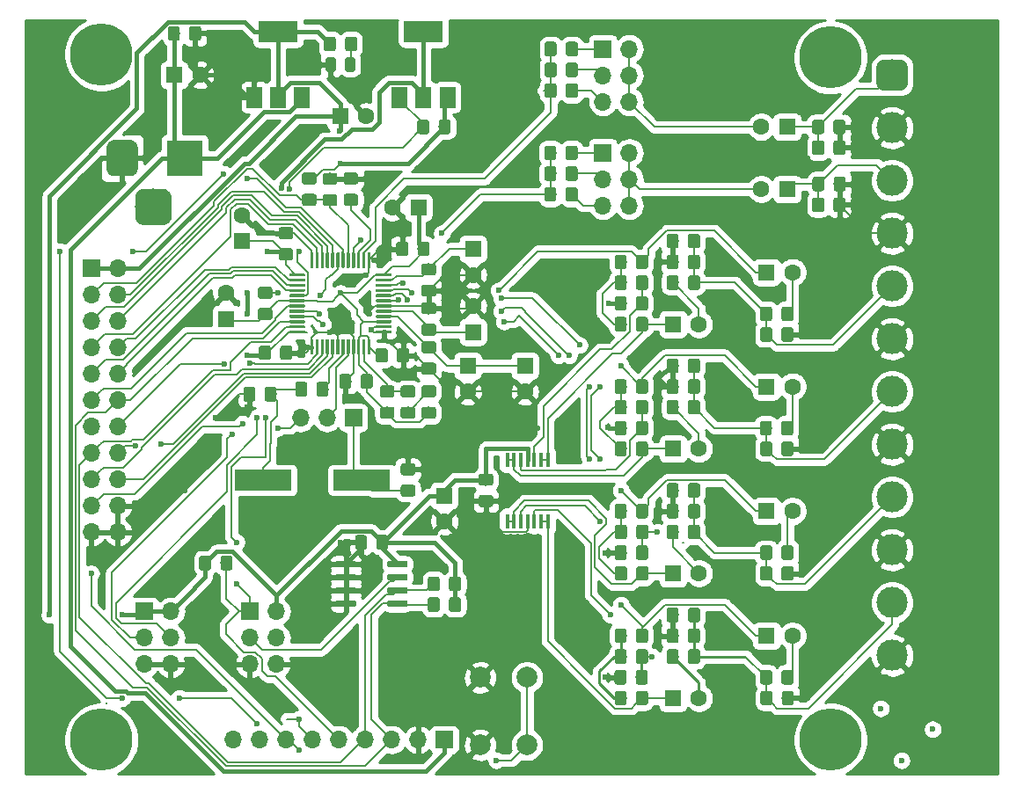
<source format=gbr>
G04 #@! TF.GenerationSoftware,KiCad,Pcbnew,(5.1.2)-1*
G04 #@! TF.CreationDate,2019-05-30T03:48:06-07:00*
G04 #@! TF.ProjectId,dsp2,64737032-2e6b-4696-9361-645f70636258,rev?*
G04 #@! TF.SameCoordinates,Original*
G04 #@! TF.FileFunction,Copper,L1,Top*
G04 #@! TF.FilePolarity,Positive*
%FSLAX46Y46*%
G04 Gerber Fmt 4.6, Leading zero omitted, Abs format (unit mm)*
G04 Created by KiCad (PCBNEW (5.1.2)-1) date 2019-05-30 03:48:06*
%MOMM*%
%LPD*%
G04 APERTURE LIST*
%ADD10R,0.450000X1.450000*%
%ADD11C,0.100000*%
%ADD12C,1.150000*%
%ADD13C,2.000000*%
%ADD14R,1.700000X1.700000*%
%ADD15O,1.700000X1.700000*%
%ADD16R,1.600000X1.600000*%
%ADD17C,1.600000*%
%ADD18C,6.000000*%
%ADD19C,0.975000*%
%ADD20R,3.500000X3.500000*%
%ADD21C,3.000000*%
%ADD22C,3.500000*%
%ADD23R,1.500000X2.000000*%
%ADD24R,3.800000X2.000000*%
%ADD25C,0.300000*%
%ADD26C,0.600000*%
%ADD27R,5.500000X2.000000*%
%ADD28C,0.200000*%
%ADD29C,0.250000*%
%ADD30C,0.400000*%
%ADD31C,0.254000*%
G04 APERTURE END LIST*
D10*
X109950000Y-59050000D03*
X109300000Y-59050000D03*
X108650000Y-59050000D03*
X108000000Y-59050000D03*
X107350000Y-59050000D03*
X106700000Y-59050000D03*
X106050000Y-59050000D03*
X106050000Y-64950000D03*
X106700000Y-64950000D03*
X107350000Y-64950000D03*
X108000000Y-64950000D03*
X108650000Y-64950000D03*
X109300000Y-64950000D03*
X109950000Y-64950000D03*
D11*
G36*
X83624505Y-52051204D02*
G01*
X83648773Y-52054804D01*
X83672572Y-52060765D01*
X83695671Y-52069030D01*
X83717850Y-52079520D01*
X83738893Y-52092132D01*
X83758599Y-52106747D01*
X83776777Y-52123223D01*
X83793253Y-52141401D01*
X83807868Y-52161107D01*
X83820480Y-52182150D01*
X83830970Y-52204329D01*
X83839235Y-52227428D01*
X83845196Y-52251227D01*
X83848796Y-52275495D01*
X83850000Y-52299999D01*
X83850000Y-53200001D01*
X83848796Y-53224505D01*
X83845196Y-53248773D01*
X83839235Y-53272572D01*
X83830970Y-53295671D01*
X83820480Y-53317850D01*
X83807868Y-53338893D01*
X83793253Y-53358599D01*
X83776777Y-53376777D01*
X83758599Y-53393253D01*
X83738893Y-53407868D01*
X83717850Y-53420480D01*
X83695671Y-53430970D01*
X83672572Y-53439235D01*
X83648773Y-53445196D01*
X83624505Y-53448796D01*
X83600001Y-53450000D01*
X82949999Y-53450000D01*
X82925495Y-53448796D01*
X82901227Y-53445196D01*
X82877428Y-53439235D01*
X82854329Y-53430970D01*
X82832150Y-53420480D01*
X82811107Y-53407868D01*
X82791401Y-53393253D01*
X82773223Y-53376777D01*
X82756747Y-53358599D01*
X82742132Y-53338893D01*
X82729520Y-53317850D01*
X82719030Y-53295671D01*
X82710765Y-53272572D01*
X82704804Y-53248773D01*
X82701204Y-53224505D01*
X82700000Y-53200001D01*
X82700000Y-52299999D01*
X82701204Y-52275495D01*
X82704804Y-52251227D01*
X82710765Y-52227428D01*
X82719030Y-52204329D01*
X82729520Y-52182150D01*
X82742132Y-52161107D01*
X82756747Y-52141401D01*
X82773223Y-52123223D01*
X82791401Y-52106747D01*
X82811107Y-52092132D01*
X82832150Y-52079520D01*
X82854329Y-52069030D01*
X82877428Y-52060765D01*
X82901227Y-52054804D01*
X82925495Y-52051204D01*
X82949999Y-52050000D01*
X83600001Y-52050000D01*
X83624505Y-52051204D01*
X83624505Y-52051204D01*
G37*
D12*
X83275000Y-52750000D03*
D11*
G36*
X81574505Y-52051204D02*
G01*
X81598773Y-52054804D01*
X81622572Y-52060765D01*
X81645671Y-52069030D01*
X81667850Y-52079520D01*
X81688893Y-52092132D01*
X81708599Y-52106747D01*
X81726777Y-52123223D01*
X81743253Y-52141401D01*
X81757868Y-52161107D01*
X81770480Y-52182150D01*
X81780970Y-52204329D01*
X81789235Y-52227428D01*
X81795196Y-52251227D01*
X81798796Y-52275495D01*
X81800000Y-52299999D01*
X81800000Y-53200001D01*
X81798796Y-53224505D01*
X81795196Y-53248773D01*
X81789235Y-53272572D01*
X81780970Y-53295671D01*
X81770480Y-53317850D01*
X81757868Y-53338893D01*
X81743253Y-53358599D01*
X81726777Y-53376777D01*
X81708599Y-53393253D01*
X81688893Y-53407868D01*
X81667850Y-53420480D01*
X81645671Y-53430970D01*
X81622572Y-53439235D01*
X81598773Y-53445196D01*
X81574505Y-53448796D01*
X81550001Y-53450000D01*
X80899999Y-53450000D01*
X80875495Y-53448796D01*
X80851227Y-53445196D01*
X80827428Y-53439235D01*
X80804329Y-53430970D01*
X80782150Y-53420480D01*
X80761107Y-53407868D01*
X80741401Y-53393253D01*
X80723223Y-53376777D01*
X80706747Y-53358599D01*
X80692132Y-53338893D01*
X80679520Y-53317850D01*
X80669030Y-53295671D01*
X80660765Y-53272572D01*
X80654804Y-53248773D01*
X80651204Y-53224505D01*
X80650000Y-53200001D01*
X80650000Y-52299999D01*
X80651204Y-52275495D01*
X80654804Y-52251227D01*
X80660765Y-52227428D01*
X80669030Y-52204329D01*
X80679520Y-52182150D01*
X80692132Y-52161107D01*
X80706747Y-52141401D01*
X80723223Y-52123223D01*
X80741401Y-52106747D01*
X80761107Y-52092132D01*
X80782150Y-52079520D01*
X80804329Y-52069030D01*
X80827428Y-52060765D01*
X80851227Y-52054804D01*
X80875495Y-52051204D01*
X80899999Y-52050000D01*
X81550001Y-52050000D01*
X81574505Y-52051204D01*
X81574505Y-52051204D01*
G37*
D12*
X81225000Y-52750000D03*
D11*
G36*
X96299505Y-38051204D02*
G01*
X96323773Y-38054804D01*
X96347572Y-38060765D01*
X96370671Y-38069030D01*
X96392850Y-38079520D01*
X96413893Y-38092132D01*
X96433599Y-38106747D01*
X96451777Y-38123223D01*
X96468253Y-38141401D01*
X96482868Y-38161107D01*
X96495480Y-38182150D01*
X96505970Y-38204329D01*
X96514235Y-38227428D01*
X96520196Y-38251227D01*
X96523796Y-38275495D01*
X96525000Y-38299999D01*
X96525000Y-39200001D01*
X96523796Y-39224505D01*
X96520196Y-39248773D01*
X96514235Y-39272572D01*
X96505970Y-39295671D01*
X96495480Y-39317850D01*
X96482868Y-39338893D01*
X96468253Y-39358599D01*
X96451777Y-39376777D01*
X96433599Y-39393253D01*
X96413893Y-39407868D01*
X96392850Y-39420480D01*
X96370671Y-39430970D01*
X96347572Y-39439235D01*
X96323773Y-39445196D01*
X96299505Y-39448796D01*
X96275001Y-39450000D01*
X95624999Y-39450000D01*
X95600495Y-39448796D01*
X95576227Y-39445196D01*
X95552428Y-39439235D01*
X95529329Y-39430970D01*
X95507150Y-39420480D01*
X95486107Y-39407868D01*
X95466401Y-39393253D01*
X95448223Y-39376777D01*
X95431747Y-39358599D01*
X95417132Y-39338893D01*
X95404520Y-39317850D01*
X95394030Y-39295671D01*
X95385765Y-39272572D01*
X95379804Y-39248773D01*
X95376204Y-39224505D01*
X95375000Y-39200001D01*
X95375000Y-38299999D01*
X95376204Y-38275495D01*
X95379804Y-38251227D01*
X95385765Y-38227428D01*
X95394030Y-38204329D01*
X95404520Y-38182150D01*
X95417132Y-38161107D01*
X95431747Y-38141401D01*
X95448223Y-38123223D01*
X95466401Y-38106747D01*
X95486107Y-38092132D01*
X95507150Y-38079520D01*
X95529329Y-38069030D01*
X95552428Y-38060765D01*
X95576227Y-38054804D01*
X95600495Y-38051204D01*
X95624999Y-38050000D01*
X96275001Y-38050000D01*
X96299505Y-38051204D01*
X96299505Y-38051204D01*
G37*
D12*
X95950000Y-38750000D03*
D11*
G36*
X98349505Y-38051204D02*
G01*
X98373773Y-38054804D01*
X98397572Y-38060765D01*
X98420671Y-38069030D01*
X98442850Y-38079520D01*
X98463893Y-38092132D01*
X98483599Y-38106747D01*
X98501777Y-38123223D01*
X98518253Y-38141401D01*
X98532868Y-38161107D01*
X98545480Y-38182150D01*
X98555970Y-38204329D01*
X98564235Y-38227428D01*
X98570196Y-38251227D01*
X98573796Y-38275495D01*
X98575000Y-38299999D01*
X98575000Y-39200001D01*
X98573796Y-39224505D01*
X98570196Y-39248773D01*
X98564235Y-39272572D01*
X98555970Y-39295671D01*
X98545480Y-39317850D01*
X98532868Y-39338893D01*
X98518253Y-39358599D01*
X98501777Y-39376777D01*
X98483599Y-39393253D01*
X98463893Y-39407868D01*
X98442850Y-39420480D01*
X98420671Y-39430970D01*
X98397572Y-39439235D01*
X98373773Y-39445196D01*
X98349505Y-39448796D01*
X98325001Y-39450000D01*
X97674999Y-39450000D01*
X97650495Y-39448796D01*
X97626227Y-39445196D01*
X97602428Y-39439235D01*
X97579329Y-39430970D01*
X97557150Y-39420480D01*
X97536107Y-39407868D01*
X97516401Y-39393253D01*
X97498223Y-39376777D01*
X97481747Y-39358599D01*
X97467132Y-39338893D01*
X97454520Y-39317850D01*
X97444030Y-39295671D01*
X97435765Y-39272572D01*
X97429804Y-39248773D01*
X97426204Y-39224505D01*
X97425000Y-39200001D01*
X97425000Y-38299999D01*
X97426204Y-38275495D01*
X97429804Y-38251227D01*
X97435765Y-38227428D01*
X97444030Y-38204329D01*
X97454520Y-38182150D01*
X97467132Y-38161107D01*
X97481747Y-38141401D01*
X97498223Y-38123223D01*
X97516401Y-38106747D01*
X97536107Y-38092132D01*
X97557150Y-38079520D01*
X97579329Y-38069030D01*
X97602428Y-38060765D01*
X97626227Y-38054804D01*
X97650495Y-38051204D01*
X97674999Y-38050000D01*
X98325001Y-38050000D01*
X98349505Y-38051204D01*
X98349505Y-38051204D01*
G37*
D12*
X98000000Y-38750000D03*
D11*
G36*
X96974505Y-53951204D02*
G01*
X96998773Y-53954804D01*
X97022572Y-53960765D01*
X97045671Y-53969030D01*
X97067850Y-53979520D01*
X97088893Y-53992132D01*
X97108599Y-54006747D01*
X97126777Y-54023223D01*
X97143253Y-54041401D01*
X97157868Y-54061107D01*
X97170480Y-54082150D01*
X97180970Y-54104329D01*
X97189235Y-54127428D01*
X97195196Y-54151227D01*
X97198796Y-54175495D01*
X97200000Y-54199999D01*
X97200000Y-54850001D01*
X97198796Y-54874505D01*
X97195196Y-54898773D01*
X97189235Y-54922572D01*
X97180970Y-54945671D01*
X97170480Y-54967850D01*
X97157868Y-54988893D01*
X97143253Y-55008599D01*
X97126777Y-55026777D01*
X97108599Y-55043253D01*
X97088893Y-55057868D01*
X97067850Y-55070480D01*
X97045671Y-55080970D01*
X97022572Y-55089235D01*
X96998773Y-55095196D01*
X96974505Y-55098796D01*
X96950001Y-55100000D01*
X96049999Y-55100000D01*
X96025495Y-55098796D01*
X96001227Y-55095196D01*
X95977428Y-55089235D01*
X95954329Y-55080970D01*
X95932150Y-55070480D01*
X95911107Y-55057868D01*
X95891401Y-55043253D01*
X95873223Y-55026777D01*
X95856747Y-55008599D01*
X95842132Y-54988893D01*
X95829520Y-54967850D01*
X95819030Y-54945671D01*
X95810765Y-54922572D01*
X95804804Y-54898773D01*
X95801204Y-54874505D01*
X95800000Y-54850001D01*
X95800000Y-54199999D01*
X95801204Y-54175495D01*
X95804804Y-54151227D01*
X95810765Y-54127428D01*
X95819030Y-54104329D01*
X95829520Y-54082150D01*
X95842132Y-54061107D01*
X95856747Y-54041401D01*
X95873223Y-54023223D01*
X95891401Y-54006747D01*
X95911107Y-53992132D01*
X95932150Y-53979520D01*
X95954329Y-53969030D01*
X95977428Y-53960765D01*
X96001227Y-53954804D01*
X96025495Y-53951204D01*
X96049999Y-53950000D01*
X96950001Y-53950000D01*
X96974505Y-53951204D01*
X96974505Y-53951204D01*
G37*
D12*
X96500000Y-54525000D03*
D11*
G36*
X96974505Y-51901204D02*
G01*
X96998773Y-51904804D01*
X97022572Y-51910765D01*
X97045671Y-51919030D01*
X97067850Y-51929520D01*
X97088893Y-51942132D01*
X97108599Y-51956747D01*
X97126777Y-51973223D01*
X97143253Y-51991401D01*
X97157868Y-52011107D01*
X97170480Y-52032150D01*
X97180970Y-52054329D01*
X97189235Y-52077428D01*
X97195196Y-52101227D01*
X97198796Y-52125495D01*
X97200000Y-52149999D01*
X97200000Y-52800001D01*
X97198796Y-52824505D01*
X97195196Y-52848773D01*
X97189235Y-52872572D01*
X97180970Y-52895671D01*
X97170480Y-52917850D01*
X97157868Y-52938893D01*
X97143253Y-52958599D01*
X97126777Y-52976777D01*
X97108599Y-52993253D01*
X97088893Y-53007868D01*
X97067850Y-53020480D01*
X97045671Y-53030970D01*
X97022572Y-53039235D01*
X96998773Y-53045196D01*
X96974505Y-53048796D01*
X96950001Y-53050000D01*
X96049999Y-53050000D01*
X96025495Y-53048796D01*
X96001227Y-53045196D01*
X95977428Y-53039235D01*
X95954329Y-53030970D01*
X95932150Y-53020480D01*
X95911107Y-53007868D01*
X95891401Y-52993253D01*
X95873223Y-52976777D01*
X95856747Y-52958599D01*
X95842132Y-52938893D01*
X95829520Y-52917850D01*
X95819030Y-52895671D01*
X95810765Y-52872572D01*
X95804804Y-52848773D01*
X95801204Y-52824505D01*
X95800000Y-52800001D01*
X95800000Y-52149999D01*
X95801204Y-52125495D01*
X95804804Y-52101227D01*
X95810765Y-52077428D01*
X95819030Y-52054329D01*
X95829520Y-52032150D01*
X95842132Y-52011107D01*
X95856747Y-51991401D01*
X95873223Y-51973223D01*
X95891401Y-51956747D01*
X95911107Y-51942132D01*
X95932150Y-51929520D01*
X95954329Y-51919030D01*
X95977428Y-51910765D01*
X96001227Y-51904804D01*
X96025495Y-51901204D01*
X96049999Y-51900000D01*
X96950001Y-51900000D01*
X96974505Y-51901204D01*
X96974505Y-51901204D01*
G37*
D12*
X96500000Y-52475000D03*
D13*
X103450000Y-80010000D03*
X107950000Y-80010000D03*
X103450000Y-86510000D03*
X107950000Y-86510000D03*
D14*
X100000000Y-86000000D03*
D15*
X97460000Y-86000000D03*
X94920000Y-86000000D03*
X92380000Y-86000000D03*
X89840000Y-86000000D03*
X87300000Y-86000000D03*
X84760000Y-86000000D03*
X82220000Y-86000000D03*
X79680000Y-86000000D03*
D11*
G36*
X88624505Y-51551204D02*
G01*
X88648773Y-51554804D01*
X88672572Y-51560765D01*
X88695671Y-51569030D01*
X88717850Y-51579520D01*
X88738893Y-51592132D01*
X88758599Y-51606747D01*
X88776777Y-51623223D01*
X88793253Y-51641401D01*
X88807868Y-51661107D01*
X88820480Y-51682150D01*
X88830970Y-51704329D01*
X88839235Y-51727428D01*
X88845196Y-51751227D01*
X88848796Y-51775495D01*
X88850000Y-51799999D01*
X88850000Y-52700001D01*
X88848796Y-52724505D01*
X88845196Y-52748773D01*
X88839235Y-52772572D01*
X88830970Y-52795671D01*
X88820480Y-52817850D01*
X88807868Y-52838893D01*
X88793253Y-52858599D01*
X88776777Y-52876777D01*
X88758599Y-52893253D01*
X88738893Y-52907868D01*
X88717850Y-52920480D01*
X88695671Y-52930970D01*
X88672572Y-52939235D01*
X88648773Y-52945196D01*
X88624505Y-52948796D01*
X88600001Y-52950000D01*
X87949999Y-52950000D01*
X87925495Y-52948796D01*
X87901227Y-52945196D01*
X87877428Y-52939235D01*
X87854329Y-52930970D01*
X87832150Y-52920480D01*
X87811107Y-52907868D01*
X87791401Y-52893253D01*
X87773223Y-52876777D01*
X87756747Y-52858599D01*
X87742132Y-52838893D01*
X87729520Y-52817850D01*
X87719030Y-52795671D01*
X87710765Y-52772572D01*
X87704804Y-52748773D01*
X87701204Y-52724505D01*
X87700000Y-52700001D01*
X87700000Y-51799999D01*
X87701204Y-51775495D01*
X87704804Y-51751227D01*
X87710765Y-51727428D01*
X87719030Y-51704329D01*
X87729520Y-51682150D01*
X87742132Y-51661107D01*
X87756747Y-51641401D01*
X87773223Y-51623223D01*
X87791401Y-51606747D01*
X87811107Y-51592132D01*
X87832150Y-51579520D01*
X87854329Y-51569030D01*
X87877428Y-51560765D01*
X87901227Y-51554804D01*
X87925495Y-51551204D01*
X87949999Y-51550000D01*
X88600001Y-51550000D01*
X88624505Y-51551204D01*
X88624505Y-51551204D01*
G37*
D12*
X88275000Y-52250000D03*
D11*
G36*
X86574505Y-51551204D02*
G01*
X86598773Y-51554804D01*
X86622572Y-51560765D01*
X86645671Y-51569030D01*
X86667850Y-51579520D01*
X86688893Y-51592132D01*
X86708599Y-51606747D01*
X86726777Y-51623223D01*
X86743253Y-51641401D01*
X86757868Y-51661107D01*
X86770480Y-51682150D01*
X86780970Y-51704329D01*
X86789235Y-51727428D01*
X86795196Y-51751227D01*
X86798796Y-51775495D01*
X86800000Y-51799999D01*
X86800000Y-52700001D01*
X86798796Y-52724505D01*
X86795196Y-52748773D01*
X86789235Y-52772572D01*
X86780970Y-52795671D01*
X86770480Y-52817850D01*
X86757868Y-52838893D01*
X86743253Y-52858599D01*
X86726777Y-52876777D01*
X86708599Y-52893253D01*
X86688893Y-52907868D01*
X86667850Y-52920480D01*
X86645671Y-52930970D01*
X86622572Y-52939235D01*
X86598773Y-52945196D01*
X86574505Y-52948796D01*
X86550001Y-52950000D01*
X85899999Y-52950000D01*
X85875495Y-52948796D01*
X85851227Y-52945196D01*
X85827428Y-52939235D01*
X85804329Y-52930970D01*
X85782150Y-52920480D01*
X85761107Y-52907868D01*
X85741401Y-52893253D01*
X85723223Y-52876777D01*
X85706747Y-52858599D01*
X85692132Y-52838893D01*
X85679520Y-52817850D01*
X85669030Y-52795671D01*
X85660765Y-52772572D01*
X85654804Y-52748773D01*
X85651204Y-52724505D01*
X85650000Y-52700001D01*
X85650000Y-51799999D01*
X85651204Y-51775495D01*
X85654804Y-51751227D01*
X85660765Y-51727428D01*
X85669030Y-51704329D01*
X85679520Y-51682150D01*
X85692132Y-51661107D01*
X85706747Y-51641401D01*
X85723223Y-51623223D01*
X85741401Y-51606747D01*
X85761107Y-51592132D01*
X85782150Y-51579520D01*
X85804329Y-51569030D01*
X85827428Y-51560765D01*
X85851227Y-51554804D01*
X85875495Y-51551204D01*
X85899999Y-51550000D01*
X86550001Y-51550000D01*
X86574505Y-51551204D01*
X86574505Y-51551204D01*
G37*
D12*
X86225000Y-52250000D03*
D11*
G36*
X131349505Y-81301204D02*
G01*
X131373773Y-81304804D01*
X131397572Y-81310765D01*
X131420671Y-81319030D01*
X131442850Y-81329520D01*
X131463893Y-81342132D01*
X131483599Y-81356747D01*
X131501777Y-81373223D01*
X131518253Y-81391401D01*
X131532868Y-81411107D01*
X131545480Y-81432150D01*
X131555970Y-81454329D01*
X131564235Y-81477428D01*
X131570196Y-81501227D01*
X131573796Y-81525495D01*
X131575000Y-81549999D01*
X131575000Y-82450001D01*
X131573796Y-82474505D01*
X131570196Y-82498773D01*
X131564235Y-82522572D01*
X131555970Y-82545671D01*
X131545480Y-82567850D01*
X131532868Y-82588893D01*
X131518253Y-82608599D01*
X131501777Y-82626777D01*
X131483599Y-82643253D01*
X131463893Y-82657868D01*
X131442850Y-82670480D01*
X131420671Y-82680970D01*
X131397572Y-82689235D01*
X131373773Y-82695196D01*
X131349505Y-82698796D01*
X131325001Y-82700000D01*
X130674999Y-82700000D01*
X130650495Y-82698796D01*
X130626227Y-82695196D01*
X130602428Y-82689235D01*
X130579329Y-82680970D01*
X130557150Y-82670480D01*
X130536107Y-82657868D01*
X130516401Y-82643253D01*
X130498223Y-82626777D01*
X130481747Y-82608599D01*
X130467132Y-82588893D01*
X130454520Y-82567850D01*
X130444030Y-82545671D01*
X130435765Y-82522572D01*
X130429804Y-82498773D01*
X130426204Y-82474505D01*
X130425000Y-82450001D01*
X130425000Y-81549999D01*
X130426204Y-81525495D01*
X130429804Y-81501227D01*
X130435765Y-81477428D01*
X130444030Y-81454329D01*
X130454520Y-81432150D01*
X130467132Y-81411107D01*
X130481747Y-81391401D01*
X130498223Y-81373223D01*
X130516401Y-81356747D01*
X130536107Y-81342132D01*
X130557150Y-81329520D01*
X130579329Y-81319030D01*
X130602428Y-81310765D01*
X130626227Y-81304804D01*
X130650495Y-81301204D01*
X130674999Y-81300000D01*
X131325001Y-81300000D01*
X131349505Y-81301204D01*
X131349505Y-81301204D01*
G37*
D12*
X131000000Y-82000000D03*
D11*
G36*
X133399505Y-81301204D02*
G01*
X133423773Y-81304804D01*
X133447572Y-81310765D01*
X133470671Y-81319030D01*
X133492850Y-81329520D01*
X133513893Y-81342132D01*
X133533599Y-81356747D01*
X133551777Y-81373223D01*
X133568253Y-81391401D01*
X133582868Y-81411107D01*
X133595480Y-81432150D01*
X133605970Y-81454329D01*
X133614235Y-81477428D01*
X133620196Y-81501227D01*
X133623796Y-81525495D01*
X133625000Y-81549999D01*
X133625000Y-82450001D01*
X133623796Y-82474505D01*
X133620196Y-82498773D01*
X133614235Y-82522572D01*
X133605970Y-82545671D01*
X133595480Y-82567850D01*
X133582868Y-82588893D01*
X133568253Y-82608599D01*
X133551777Y-82626777D01*
X133533599Y-82643253D01*
X133513893Y-82657868D01*
X133492850Y-82670480D01*
X133470671Y-82680970D01*
X133447572Y-82689235D01*
X133423773Y-82695196D01*
X133399505Y-82698796D01*
X133375001Y-82700000D01*
X132724999Y-82700000D01*
X132700495Y-82698796D01*
X132676227Y-82695196D01*
X132652428Y-82689235D01*
X132629329Y-82680970D01*
X132607150Y-82670480D01*
X132586107Y-82657868D01*
X132566401Y-82643253D01*
X132548223Y-82626777D01*
X132531747Y-82608599D01*
X132517132Y-82588893D01*
X132504520Y-82567850D01*
X132494030Y-82545671D01*
X132485765Y-82522572D01*
X132479804Y-82498773D01*
X132476204Y-82474505D01*
X132475000Y-82450001D01*
X132475000Y-81549999D01*
X132476204Y-81525495D01*
X132479804Y-81501227D01*
X132485765Y-81477428D01*
X132494030Y-81454329D01*
X132504520Y-81432150D01*
X132517132Y-81411107D01*
X132531747Y-81391401D01*
X132548223Y-81373223D01*
X132566401Y-81356747D01*
X132586107Y-81342132D01*
X132607150Y-81329520D01*
X132629329Y-81319030D01*
X132652428Y-81310765D01*
X132676227Y-81304804D01*
X132700495Y-81301204D01*
X132724999Y-81300000D01*
X133375001Y-81300000D01*
X133399505Y-81301204D01*
X133399505Y-81301204D01*
G37*
D12*
X133050000Y-82000000D03*
D16*
X131000000Y-41000000D03*
D17*
X133500000Y-41000000D03*
D16*
X131000000Y-52000000D03*
D17*
X133500000Y-52000000D03*
D15*
X117790000Y-24580000D03*
X115250000Y-24580000D03*
X117790000Y-22040000D03*
X115250000Y-22040000D03*
X117790000Y-19500000D03*
D14*
X115250000Y-19500000D03*
D18*
X67000000Y-86000000D03*
X137160000Y-86000000D03*
X137160000Y-20320000D03*
X67000000Y-20000000D03*
D11*
G36*
X76374505Y-17301204D02*
G01*
X76398773Y-17304804D01*
X76422572Y-17310765D01*
X76445671Y-17319030D01*
X76467850Y-17329520D01*
X76488893Y-17342132D01*
X76508599Y-17356747D01*
X76526777Y-17373223D01*
X76543253Y-17391401D01*
X76557868Y-17411107D01*
X76570480Y-17432150D01*
X76580970Y-17454329D01*
X76589235Y-17477428D01*
X76595196Y-17501227D01*
X76598796Y-17525495D01*
X76600000Y-17549999D01*
X76600000Y-18450001D01*
X76598796Y-18474505D01*
X76595196Y-18498773D01*
X76589235Y-18522572D01*
X76580970Y-18545671D01*
X76570480Y-18567850D01*
X76557868Y-18588893D01*
X76543253Y-18608599D01*
X76526777Y-18626777D01*
X76508599Y-18643253D01*
X76488893Y-18657868D01*
X76467850Y-18670480D01*
X76445671Y-18680970D01*
X76422572Y-18689235D01*
X76398773Y-18695196D01*
X76374505Y-18698796D01*
X76350001Y-18700000D01*
X75699999Y-18700000D01*
X75675495Y-18698796D01*
X75651227Y-18695196D01*
X75627428Y-18689235D01*
X75604329Y-18680970D01*
X75582150Y-18670480D01*
X75561107Y-18657868D01*
X75541401Y-18643253D01*
X75523223Y-18626777D01*
X75506747Y-18608599D01*
X75492132Y-18588893D01*
X75479520Y-18567850D01*
X75469030Y-18545671D01*
X75460765Y-18522572D01*
X75454804Y-18498773D01*
X75451204Y-18474505D01*
X75450000Y-18450001D01*
X75450000Y-17549999D01*
X75451204Y-17525495D01*
X75454804Y-17501227D01*
X75460765Y-17477428D01*
X75469030Y-17454329D01*
X75479520Y-17432150D01*
X75492132Y-17411107D01*
X75506747Y-17391401D01*
X75523223Y-17373223D01*
X75541401Y-17356747D01*
X75561107Y-17342132D01*
X75582150Y-17329520D01*
X75604329Y-17319030D01*
X75627428Y-17310765D01*
X75651227Y-17304804D01*
X75675495Y-17301204D01*
X75699999Y-17300000D01*
X76350001Y-17300000D01*
X76374505Y-17301204D01*
X76374505Y-17301204D01*
G37*
D12*
X76025000Y-18000000D03*
D11*
G36*
X74324505Y-17301204D02*
G01*
X74348773Y-17304804D01*
X74372572Y-17310765D01*
X74395671Y-17319030D01*
X74417850Y-17329520D01*
X74438893Y-17342132D01*
X74458599Y-17356747D01*
X74476777Y-17373223D01*
X74493253Y-17391401D01*
X74507868Y-17411107D01*
X74520480Y-17432150D01*
X74530970Y-17454329D01*
X74539235Y-17477428D01*
X74545196Y-17501227D01*
X74548796Y-17525495D01*
X74550000Y-17549999D01*
X74550000Y-18450001D01*
X74548796Y-18474505D01*
X74545196Y-18498773D01*
X74539235Y-18522572D01*
X74530970Y-18545671D01*
X74520480Y-18567850D01*
X74507868Y-18588893D01*
X74493253Y-18608599D01*
X74476777Y-18626777D01*
X74458599Y-18643253D01*
X74438893Y-18657868D01*
X74417850Y-18670480D01*
X74395671Y-18680970D01*
X74372572Y-18689235D01*
X74348773Y-18695196D01*
X74324505Y-18698796D01*
X74300001Y-18700000D01*
X73649999Y-18700000D01*
X73625495Y-18698796D01*
X73601227Y-18695196D01*
X73577428Y-18689235D01*
X73554329Y-18680970D01*
X73532150Y-18670480D01*
X73511107Y-18657868D01*
X73491401Y-18643253D01*
X73473223Y-18626777D01*
X73456747Y-18608599D01*
X73442132Y-18588893D01*
X73429520Y-18567850D01*
X73419030Y-18545671D01*
X73410765Y-18522572D01*
X73404804Y-18498773D01*
X73401204Y-18474505D01*
X73400000Y-18450001D01*
X73400000Y-17549999D01*
X73401204Y-17525495D01*
X73404804Y-17501227D01*
X73410765Y-17477428D01*
X73419030Y-17454329D01*
X73429520Y-17432150D01*
X73442132Y-17411107D01*
X73456747Y-17391401D01*
X73473223Y-17373223D01*
X73491401Y-17356747D01*
X73511107Y-17342132D01*
X73532150Y-17329520D01*
X73554329Y-17319030D01*
X73577428Y-17310765D01*
X73601227Y-17304804D01*
X73625495Y-17301204D01*
X73649999Y-17300000D01*
X74300001Y-17300000D01*
X74324505Y-17301204D01*
X74324505Y-17301204D01*
G37*
D12*
X73975000Y-18000000D03*
D16*
X74000000Y-22000000D03*
D17*
X76500000Y-22000000D03*
D16*
X90000000Y-26000000D03*
D17*
X92500000Y-26000000D03*
D16*
X102750000Y-38750000D03*
D17*
X102750000Y-41250000D03*
D11*
G36*
X98974505Y-42201204D02*
G01*
X98998773Y-42204804D01*
X99022572Y-42210765D01*
X99045671Y-42219030D01*
X99067850Y-42229520D01*
X99088893Y-42242132D01*
X99108599Y-42256747D01*
X99126777Y-42273223D01*
X99143253Y-42291401D01*
X99157868Y-42311107D01*
X99170480Y-42332150D01*
X99180970Y-42354329D01*
X99189235Y-42377428D01*
X99195196Y-42401227D01*
X99198796Y-42425495D01*
X99200000Y-42449999D01*
X99200000Y-43100001D01*
X99198796Y-43124505D01*
X99195196Y-43148773D01*
X99189235Y-43172572D01*
X99180970Y-43195671D01*
X99170480Y-43217850D01*
X99157868Y-43238893D01*
X99143253Y-43258599D01*
X99126777Y-43276777D01*
X99108599Y-43293253D01*
X99088893Y-43307868D01*
X99067850Y-43320480D01*
X99045671Y-43330970D01*
X99022572Y-43339235D01*
X98998773Y-43345196D01*
X98974505Y-43348796D01*
X98950001Y-43350000D01*
X98049999Y-43350000D01*
X98025495Y-43348796D01*
X98001227Y-43345196D01*
X97977428Y-43339235D01*
X97954329Y-43330970D01*
X97932150Y-43320480D01*
X97911107Y-43307868D01*
X97891401Y-43293253D01*
X97873223Y-43276777D01*
X97856747Y-43258599D01*
X97842132Y-43238893D01*
X97829520Y-43217850D01*
X97819030Y-43195671D01*
X97810765Y-43172572D01*
X97804804Y-43148773D01*
X97801204Y-43124505D01*
X97800000Y-43100001D01*
X97800000Y-42449999D01*
X97801204Y-42425495D01*
X97804804Y-42401227D01*
X97810765Y-42377428D01*
X97819030Y-42354329D01*
X97829520Y-42332150D01*
X97842132Y-42311107D01*
X97856747Y-42291401D01*
X97873223Y-42273223D01*
X97891401Y-42256747D01*
X97911107Y-42242132D01*
X97932150Y-42229520D01*
X97954329Y-42219030D01*
X97977428Y-42210765D01*
X98001227Y-42204804D01*
X98025495Y-42201204D01*
X98049999Y-42200000D01*
X98950001Y-42200000D01*
X98974505Y-42201204D01*
X98974505Y-42201204D01*
G37*
D12*
X98500000Y-42775000D03*
D11*
G36*
X98974505Y-40151204D02*
G01*
X98998773Y-40154804D01*
X99022572Y-40160765D01*
X99045671Y-40169030D01*
X99067850Y-40179520D01*
X99088893Y-40192132D01*
X99108599Y-40206747D01*
X99126777Y-40223223D01*
X99143253Y-40241401D01*
X99157868Y-40261107D01*
X99170480Y-40282150D01*
X99180970Y-40304329D01*
X99189235Y-40327428D01*
X99195196Y-40351227D01*
X99198796Y-40375495D01*
X99200000Y-40399999D01*
X99200000Y-41050001D01*
X99198796Y-41074505D01*
X99195196Y-41098773D01*
X99189235Y-41122572D01*
X99180970Y-41145671D01*
X99170480Y-41167850D01*
X99157868Y-41188893D01*
X99143253Y-41208599D01*
X99126777Y-41226777D01*
X99108599Y-41243253D01*
X99088893Y-41257868D01*
X99067850Y-41270480D01*
X99045671Y-41280970D01*
X99022572Y-41289235D01*
X98998773Y-41295196D01*
X98974505Y-41298796D01*
X98950001Y-41300000D01*
X98049999Y-41300000D01*
X98025495Y-41298796D01*
X98001227Y-41295196D01*
X97977428Y-41289235D01*
X97954329Y-41280970D01*
X97932150Y-41270480D01*
X97911107Y-41257868D01*
X97891401Y-41243253D01*
X97873223Y-41226777D01*
X97856747Y-41208599D01*
X97842132Y-41188893D01*
X97829520Y-41167850D01*
X97819030Y-41145671D01*
X97810765Y-41122572D01*
X97804804Y-41098773D01*
X97801204Y-41074505D01*
X97800000Y-41050001D01*
X97800000Y-40399999D01*
X97801204Y-40375495D01*
X97804804Y-40351227D01*
X97810765Y-40327428D01*
X97819030Y-40304329D01*
X97829520Y-40282150D01*
X97842132Y-40261107D01*
X97856747Y-40241401D01*
X97873223Y-40223223D01*
X97891401Y-40206747D01*
X97911107Y-40192132D01*
X97932150Y-40179520D01*
X97954329Y-40169030D01*
X97977428Y-40160765D01*
X98001227Y-40154804D01*
X98025495Y-40151204D01*
X98049999Y-40150000D01*
X98950001Y-40150000D01*
X98974505Y-40151204D01*
X98974505Y-40151204D01*
G37*
D12*
X98500000Y-40725000D03*
D17*
X102750000Y-44250000D03*
D16*
X102750000Y-46750000D03*
D11*
G36*
X98974505Y-45951204D02*
G01*
X98998773Y-45954804D01*
X99022572Y-45960765D01*
X99045671Y-45969030D01*
X99067850Y-45979520D01*
X99088893Y-45992132D01*
X99108599Y-46006747D01*
X99126777Y-46023223D01*
X99143253Y-46041401D01*
X99157868Y-46061107D01*
X99170480Y-46082150D01*
X99180970Y-46104329D01*
X99189235Y-46127428D01*
X99195196Y-46151227D01*
X99198796Y-46175495D01*
X99200000Y-46199999D01*
X99200000Y-46850001D01*
X99198796Y-46874505D01*
X99195196Y-46898773D01*
X99189235Y-46922572D01*
X99180970Y-46945671D01*
X99170480Y-46967850D01*
X99157868Y-46988893D01*
X99143253Y-47008599D01*
X99126777Y-47026777D01*
X99108599Y-47043253D01*
X99088893Y-47057868D01*
X99067850Y-47070480D01*
X99045671Y-47080970D01*
X99022572Y-47089235D01*
X98998773Y-47095196D01*
X98974505Y-47098796D01*
X98950001Y-47100000D01*
X98049999Y-47100000D01*
X98025495Y-47098796D01*
X98001227Y-47095196D01*
X97977428Y-47089235D01*
X97954329Y-47080970D01*
X97932150Y-47070480D01*
X97911107Y-47057868D01*
X97891401Y-47043253D01*
X97873223Y-47026777D01*
X97856747Y-47008599D01*
X97842132Y-46988893D01*
X97829520Y-46967850D01*
X97819030Y-46945671D01*
X97810765Y-46922572D01*
X97804804Y-46898773D01*
X97801204Y-46874505D01*
X97800000Y-46850001D01*
X97800000Y-46199999D01*
X97801204Y-46175495D01*
X97804804Y-46151227D01*
X97810765Y-46127428D01*
X97819030Y-46104329D01*
X97829520Y-46082150D01*
X97842132Y-46061107D01*
X97856747Y-46041401D01*
X97873223Y-46023223D01*
X97891401Y-46006747D01*
X97911107Y-45992132D01*
X97932150Y-45979520D01*
X97954329Y-45969030D01*
X97977428Y-45960765D01*
X98001227Y-45954804D01*
X98025495Y-45951204D01*
X98049999Y-45950000D01*
X98950001Y-45950000D01*
X98974505Y-45951204D01*
X98974505Y-45951204D01*
G37*
D12*
X98500000Y-46525000D03*
D11*
G36*
X98974505Y-43901204D02*
G01*
X98998773Y-43904804D01*
X99022572Y-43910765D01*
X99045671Y-43919030D01*
X99067850Y-43929520D01*
X99088893Y-43942132D01*
X99108599Y-43956747D01*
X99126777Y-43973223D01*
X99143253Y-43991401D01*
X99157868Y-44011107D01*
X99170480Y-44032150D01*
X99180970Y-44054329D01*
X99189235Y-44077428D01*
X99195196Y-44101227D01*
X99198796Y-44125495D01*
X99200000Y-44149999D01*
X99200000Y-44800001D01*
X99198796Y-44824505D01*
X99195196Y-44848773D01*
X99189235Y-44872572D01*
X99180970Y-44895671D01*
X99170480Y-44917850D01*
X99157868Y-44938893D01*
X99143253Y-44958599D01*
X99126777Y-44976777D01*
X99108599Y-44993253D01*
X99088893Y-45007868D01*
X99067850Y-45020480D01*
X99045671Y-45030970D01*
X99022572Y-45039235D01*
X98998773Y-45045196D01*
X98974505Y-45048796D01*
X98950001Y-45050000D01*
X98049999Y-45050000D01*
X98025495Y-45048796D01*
X98001227Y-45045196D01*
X97977428Y-45039235D01*
X97954329Y-45030970D01*
X97932150Y-45020480D01*
X97911107Y-45007868D01*
X97891401Y-44993253D01*
X97873223Y-44976777D01*
X97856747Y-44958599D01*
X97842132Y-44938893D01*
X97829520Y-44917850D01*
X97819030Y-44895671D01*
X97810765Y-44872572D01*
X97804804Y-44848773D01*
X97801204Y-44824505D01*
X97800000Y-44800001D01*
X97800000Y-44149999D01*
X97801204Y-44125495D01*
X97804804Y-44101227D01*
X97810765Y-44077428D01*
X97819030Y-44054329D01*
X97829520Y-44032150D01*
X97842132Y-44011107D01*
X97856747Y-43991401D01*
X97873223Y-43973223D01*
X97891401Y-43956747D01*
X97911107Y-43942132D01*
X97932150Y-43929520D01*
X97954329Y-43919030D01*
X97977428Y-43910765D01*
X98001227Y-43904804D01*
X98025495Y-43901204D01*
X98049999Y-43900000D01*
X98950001Y-43900000D01*
X98974505Y-43901204D01*
X98974505Y-43901204D01*
G37*
D12*
X98500000Y-44475000D03*
D16*
X107750000Y-50000000D03*
D17*
X107750000Y-52500000D03*
X102250000Y-52500000D03*
D16*
X102250000Y-50000000D03*
D11*
G36*
X98974505Y-49701204D02*
G01*
X98998773Y-49704804D01*
X99022572Y-49710765D01*
X99045671Y-49719030D01*
X99067850Y-49729520D01*
X99088893Y-49742132D01*
X99108599Y-49756747D01*
X99126777Y-49773223D01*
X99143253Y-49791401D01*
X99157868Y-49811107D01*
X99170480Y-49832150D01*
X99180970Y-49854329D01*
X99189235Y-49877428D01*
X99195196Y-49901227D01*
X99198796Y-49925495D01*
X99200000Y-49949999D01*
X99200000Y-50600001D01*
X99198796Y-50624505D01*
X99195196Y-50648773D01*
X99189235Y-50672572D01*
X99180970Y-50695671D01*
X99170480Y-50717850D01*
X99157868Y-50738893D01*
X99143253Y-50758599D01*
X99126777Y-50776777D01*
X99108599Y-50793253D01*
X99088893Y-50807868D01*
X99067850Y-50820480D01*
X99045671Y-50830970D01*
X99022572Y-50839235D01*
X98998773Y-50845196D01*
X98974505Y-50848796D01*
X98950001Y-50850000D01*
X98049999Y-50850000D01*
X98025495Y-50848796D01*
X98001227Y-50845196D01*
X97977428Y-50839235D01*
X97954329Y-50830970D01*
X97932150Y-50820480D01*
X97911107Y-50807868D01*
X97891401Y-50793253D01*
X97873223Y-50776777D01*
X97856747Y-50758599D01*
X97842132Y-50738893D01*
X97829520Y-50717850D01*
X97819030Y-50695671D01*
X97810765Y-50672572D01*
X97804804Y-50648773D01*
X97801204Y-50624505D01*
X97800000Y-50600001D01*
X97800000Y-49949999D01*
X97801204Y-49925495D01*
X97804804Y-49901227D01*
X97810765Y-49877428D01*
X97819030Y-49854329D01*
X97829520Y-49832150D01*
X97842132Y-49811107D01*
X97856747Y-49791401D01*
X97873223Y-49773223D01*
X97891401Y-49756747D01*
X97911107Y-49742132D01*
X97932150Y-49729520D01*
X97954329Y-49719030D01*
X97977428Y-49710765D01*
X98001227Y-49704804D01*
X98025495Y-49701204D01*
X98049999Y-49700000D01*
X98950001Y-49700000D01*
X98974505Y-49701204D01*
X98974505Y-49701204D01*
G37*
D12*
X98500000Y-50275000D03*
D11*
G36*
X98974505Y-47651204D02*
G01*
X98998773Y-47654804D01*
X99022572Y-47660765D01*
X99045671Y-47669030D01*
X99067850Y-47679520D01*
X99088893Y-47692132D01*
X99108599Y-47706747D01*
X99126777Y-47723223D01*
X99143253Y-47741401D01*
X99157868Y-47761107D01*
X99170480Y-47782150D01*
X99180970Y-47804329D01*
X99189235Y-47827428D01*
X99195196Y-47851227D01*
X99198796Y-47875495D01*
X99200000Y-47899999D01*
X99200000Y-48550001D01*
X99198796Y-48574505D01*
X99195196Y-48598773D01*
X99189235Y-48622572D01*
X99180970Y-48645671D01*
X99170480Y-48667850D01*
X99157868Y-48688893D01*
X99143253Y-48708599D01*
X99126777Y-48726777D01*
X99108599Y-48743253D01*
X99088893Y-48757868D01*
X99067850Y-48770480D01*
X99045671Y-48780970D01*
X99022572Y-48789235D01*
X98998773Y-48795196D01*
X98974505Y-48798796D01*
X98950001Y-48800000D01*
X98049999Y-48800000D01*
X98025495Y-48798796D01*
X98001227Y-48795196D01*
X97977428Y-48789235D01*
X97954329Y-48780970D01*
X97932150Y-48770480D01*
X97911107Y-48757868D01*
X97891401Y-48743253D01*
X97873223Y-48726777D01*
X97856747Y-48708599D01*
X97842132Y-48688893D01*
X97829520Y-48667850D01*
X97819030Y-48645671D01*
X97810765Y-48622572D01*
X97804804Y-48598773D01*
X97801204Y-48574505D01*
X97800000Y-48550001D01*
X97800000Y-47899999D01*
X97801204Y-47875495D01*
X97804804Y-47851227D01*
X97810765Y-47827428D01*
X97819030Y-47804329D01*
X97829520Y-47782150D01*
X97842132Y-47761107D01*
X97856747Y-47741401D01*
X97873223Y-47723223D01*
X97891401Y-47706747D01*
X97911107Y-47692132D01*
X97932150Y-47679520D01*
X97954329Y-47669030D01*
X97977428Y-47660765D01*
X98001227Y-47654804D01*
X98025495Y-47651204D01*
X98049999Y-47650000D01*
X98950001Y-47650000D01*
X98974505Y-47651204D01*
X98974505Y-47651204D01*
G37*
D12*
X98500000Y-48225000D03*
D11*
G36*
X94324505Y-48301204D02*
G01*
X94348773Y-48304804D01*
X94372572Y-48310765D01*
X94395671Y-48319030D01*
X94417850Y-48329520D01*
X94438893Y-48342132D01*
X94458599Y-48356747D01*
X94476777Y-48373223D01*
X94493253Y-48391401D01*
X94507868Y-48411107D01*
X94520480Y-48432150D01*
X94530970Y-48454329D01*
X94539235Y-48477428D01*
X94545196Y-48501227D01*
X94548796Y-48525495D01*
X94550000Y-48549999D01*
X94550000Y-49450001D01*
X94548796Y-49474505D01*
X94545196Y-49498773D01*
X94539235Y-49522572D01*
X94530970Y-49545671D01*
X94520480Y-49567850D01*
X94507868Y-49588893D01*
X94493253Y-49608599D01*
X94476777Y-49626777D01*
X94458599Y-49643253D01*
X94438893Y-49657868D01*
X94417850Y-49670480D01*
X94395671Y-49680970D01*
X94372572Y-49689235D01*
X94348773Y-49695196D01*
X94324505Y-49698796D01*
X94300001Y-49700000D01*
X93649999Y-49700000D01*
X93625495Y-49698796D01*
X93601227Y-49695196D01*
X93577428Y-49689235D01*
X93554329Y-49680970D01*
X93532150Y-49670480D01*
X93511107Y-49657868D01*
X93491401Y-49643253D01*
X93473223Y-49626777D01*
X93456747Y-49608599D01*
X93442132Y-49588893D01*
X93429520Y-49567850D01*
X93419030Y-49545671D01*
X93410765Y-49522572D01*
X93404804Y-49498773D01*
X93401204Y-49474505D01*
X93400000Y-49450001D01*
X93400000Y-48549999D01*
X93401204Y-48525495D01*
X93404804Y-48501227D01*
X93410765Y-48477428D01*
X93419030Y-48454329D01*
X93429520Y-48432150D01*
X93442132Y-48411107D01*
X93456747Y-48391401D01*
X93473223Y-48373223D01*
X93491401Y-48356747D01*
X93511107Y-48342132D01*
X93532150Y-48329520D01*
X93554329Y-48319030D01*
X93577428Y-48310765D01*
X93601227Y-48304804D01*
X93625495Y-48301204D01*
X93649999Y-48300000D01*
X94300001Y-48300000D01*
X94324505Y-48301204D01*
X94324505Y-48301204D01*
G37*
D12*
X93975000Y-49000000D03*
D11*
G36*
X96374505Y-48301204D02*
G01*
X96398773Y-48304804D01*
X96422572Y-48310765D01*
X96445671Y-48319030D01*
X96467850Y-48329520D01*
X96488893Y-48342132D01*
X96508599Y-48356747D01*
X96526777Y-48373223D01*
X96543253Y-48391401D01*
X96557868Y-48411107D01*
X96570480Y-48432150D01*
X96580970Y-48454329D01*
X96589235Y-48477428D01*
X96595196Y-48501227D01*
X96598796Y-48525495D01*
X96600000Y-48549999D01*
X96600000Y-49450001D01*
X96598796Y-49474505D01*
X96595196Y-49498773D01*
X96589235Y-49522572D01*
X96580970Y-49545671D01*
X96570480Y-49567850D01*
X96557868Y-49588893D01*
X96543253Y-49608599D01*
X96526777Y-49626777D01*
X96508599Y-49643253D01*
X96488893Y-49657868D01*
X96467850Y-49670480D01*
X96445671Y-49680970D01*
X96422572Y-49689235D01*
X96398773Y-49695196D01*
X96374505Y-49698796D01*
X96350001Y-49700000D01*
X95699999Y-49700000D01*
X95675495Y-49698796D01*
X95651227Y-49695196D01*
X95627428Y-49689235D01*
X95604329Y-49680970D01*
X95582150Y-49670480D01*
X95561107Y-49657868D01*
X95541401Y-49643253D01*
X95523223Y-49626777D01*
X95506747Y-49608599D01*
X95492132Y-49588893D01*
X95479520Y-49567850D01*
X95469030Y-49545671D01*
X95460765Y-49522572D01*
X95454804Y-49498773D01*
X95451204Y-49474505D01*
X95450000Y-49450001D01*
X95450000Y-48549999D01*
X95451204Y-48525495D01*
X95454804Y-48501227D01*
X95460765Y-48477428D01*
X95469030Y-48454329D01*
X95479520Y-48432150D01*
X95492132Y-48411107D01*
X95506747Y-48391401D01*
X95523223Y-48373223D01*
X95541401Y-48356747D01*
X95561107Y-48342132D01*
X95582150Y-48329520D01*
X95604329Y-48319030D01*
X95627428Y-48310765D01*
X95651227Y-48304804D01*
X95675495Y-48301204D01*
X95699999Y-48300000D01*
X96350001Y-48300000D01*
X96374505Y-48301204D01*
X96374505Y-48301204D01*
G37*
D12*
X96025000Y-49000000D03*
D17*
X95000000Y-34750000D03*
D16*
X97500000Y-34750000D03*
D11*
G36*
X92874505Y-50801204D02*
G01*
X92898773Y-50804804D01*
X92922572Y-50810765D01*
X92945671Y-50819030D01*
X92967850Y-50829520D01*
X92988893Y-50842132D01*
X93008599Y-50856747D01*
X93026777Y-50873223D01*
X93043253Y-50891401D01*
X93057868Y-50911107D01*
X93070480Y-50932150D01*
X93080970Y-50954329D01*
X93089235Y-50977428D01*
X93095196Y-51001227D01*
X93098796Y-51025495D01*
X93100000Y-51049999D01*
X93100000Y-51950001D01*
X93098796Y-51974505D01*
X93095196Y-51998773D01*
X93089235Y-52022572D01*
X93080970Y-52045671D01*
X93070480Y-52067850D01*
X93057868Y-52088893D01*
X93043253Y-52108599D01*
X93026777Y-52126777D01*
X93008599Y-52143253D01*
X92988893Y-52157868D01*
X92967850Y-52170480D01*
X92945671Y-52180970D01*
X92922572Y-52189235D01*
X92898773Y-52195196D01*
X92874505Y-52198796D01*
X92850001Y-52200000D01*
X92199999Y-52200000D01*
X92175495Y-52198796D01*
X92151227Y-52195196D01*
X92127428Y-52189235D01*
X92104329Y-52180970D01*
X92082150Y-52170480D01*
X92061107Y-52157868D01*
X92041401Y-52143253D01*
X92023223Y-52126777D01*
X92006747Y-52108599D01*
X91992132Y-52088893D01*
X91979520Y-52067850D01*
X91969030Y-52045671D01*
X91960765Y-52022572D01*
X91954804Y-51998773D01*
X91951204Y-51974505D01*
X91950000Y-51950001D01*
X91950000Y-51049999D01*
X91951204Y-51025495D01*
X91954804Y-51001227D01*
X91960765Y-50977428D01*
X91969030Y-50954329D01*
X91979520Y-50932150D01*
X91992132Y-50911107D01*
X92006747Y-50891401D01*
X92023223Y-50873223D01*
X92041401Y-50856747D01*
X92061107Y-50842132D01*
X92082150Y-50829520D01*
X92104329Y-50819030D01*
X92127428Y-50810765D01*
X92151227Y-50804804D01*
X92175495Y-50801204D01*
X92199999Y-50800000D01*
X92850001Y-50800000D01*
X92874505Y-50801204D01*
X92874505Y-50801204D01*
G37*
D12*
X92525000Y-51500000D03*
D11*
G36*
X90824505Y-50801204D02*
G01*
X90848773Y-50804804D01*
X90872572Y-50810765D01*
X90895671Y-50819030D01*
X90917850Y-50829520D01*
X90938893Y-50842132D01*
X90958599Y-50856747D01*
X90976777Y-50873223D01*
X90993253Y-50891401D01*
X91007868Y-50911107D01*
X91020480Y-50932150D01*
X91030970Y-50954329D01*
X91039235Y-50977428D01*
X91045196Y-51001227D01*
X91048796Y-51025495D01*
X91050000Y-51049999D01*
X91050000Y-51950001D01*
X91048796Y-51974505D01*
X91045196Y-51998773D01*
X91039235Y-52022572D01*
X91030970Y-52045671D01*
X91020480Y-52067850D01*
X91007868Y-52088893D01*
X90993253Y-52108599D01*
X90976777Y-52126777D01*
X90958599Y-52143253D01*
X90938893Y-52157868D01*
X90917850Y-52170480D01*
X90895671Y-52180970D01*
X90872572Y-52189235D01*
X90848773Y-52195196D01*
X90824505Y-52198796D01*
X90800001Y-52200000D01*
X90149999Y-52200000D01*
X90125495Y-52198796D01*
X90101227Y-52195196D01*
X90077428Y-52189235D01*
X90054329Y-52180970D01*
X90032150Y-52170480D01*
X90011107Y-52157868D01*
X89991401Y-52143253D01*
X89973223Y-52126777D01*
X89956747Y-52108599D01*
X89942132Y-52088893D01*
X89929520Y-52067850D01*
X89919030Y-52045671D01*
X89910765Y-52022572D01*
X89904804Y-51998773D01*
X89901204Y-51974505D01*
X89900000Y-51950001D01*
X89900000Y-51049999D01*
X89901204Y-51025495D01*
X89904804Y-51001227D01*
X89910765Y-50977428D01*
X89919030Y-50954329D01*
X89929520Y-50932150D01*
X89942132Y-50911107D01*
X89956747Y-50891401D01*
X89973223Y-50873223D01*
X89991401Y-50856747D01*
X90011107Y-50842132D01*
X90032150Y-50829520D01*
X90054329Y-50819030D01*
X90077428Y-50810765D01*
X90101227Y-50804804D01*
X90125495Y-50801204D01*
X90149999Y-50800000D01*
X90800001Y-50800000D01*
X90824505Y-50801204D01*
X90824505Y-50801204D01*
G37*
D12*
X90475000Y-51500000D03*
D11*
G36*
X83224505Y-44451204D02*
G01*
X83248773Y-44454804D01*
X83272572Y-44460765D01*
X83295671Y-44469030D01*
X83317850Y-44479520D01*
X83338893Y-44492132D01*
X83358599Y-44506747D01*
X83376777Y-44523223D01*
X83393253Y-44541401D01*
X83407868Y-44561107D01*
X83420480Y-44582150D01*
X83430970Y-44604329D01*
X83439235Y-44627428D01*
X83445196Y-44651227D01*
X83448796Y-44675495D01*
X83450000Y-44699999D01*
X83450000Y-45350001D01*
X83448796Y-45374505D01*
X83445196Y-45398773D01*
X83439235Y-45422572D01*
X83430970Y-45445671D01*
X83420480Y-45467850D01*
X83407868Y-45488893D01*
X83393253Y-45508599D01*
X83376777Y-45526777D01*
X83358599Y-45543253D01*
X83338893Y-45557868D01*
X83317850Y-45570480D01*
X83295671Y-45580970D01*
X83272572Y-45589235D01*
X83248773Y-45595196D01*
X83224505Y-45598796D01*
X83200001Y-45600000D01*
X82299999Y-45600000D01*
X82275495Y-45598796D01*
X82251227Y-45595196D01*
X82227428Y-45589235D01*
X82204329Y-45580970D01*
X82182150Y-45570480D01*
X82161107Y-45557868D01*
X82141401Y-45543253D01*
X82123223Y-45526777D01*
X82106747Y-45508599D01*
X82092132Y-45488893D01*
X82079520Y-45467850D01*
X82069030Y-45445671D01*
X82060765Y-45422572D01*
X82054804Y-45398773D01*
X82051204Y-45374505D01*
X82050000Y-45350001D01*
X82050000Y-44699999D01*
X82051204Y-44675495D01*
X82054804Y-44651227D01*
X82060765Y-44627428D01*
X82069030Y-44604329D01*
X82079520Y-44582150D01*
X82092132Y-44561107D01*
X82106747Y-44541401D01*
X82123223Y-44523223D01*
X82141401Y-44506747D01*
X82161107Y-44492132D01*
X82182150Y-44479520D01*
X82204329Y-44469030D01*
X82227428Y-44460765D01*
X82251227Y-44454804D01*
X82275495Y-44451204D01*
X82299999Y-44450000D01*
X83200001Y-44450000D01*
X83224505Y-44451204D01*
X83224505Y-44451204D01*
G37*
D12*
X82750000Y-45025000D03*
D11*
G36*
X83224505Y-42401204D02*
G01*
X83248773Y-42404804D01*
X83272572Y-42410765D01*
X83295671Y-42419030D01*
X83317850Y-42429520D01*
X83338893Y-42442132D01*
X83358599Y-42456747D01*
X83376777Y-42473223D01*
X83393253Y-42491401D01*
X83407868Y-42511107D01*
X83420480Y-42532150D01*
X83430970Y-42554329D01*
X83439235Y-42577428D01*
X83445196Y-42601227D01*
X83448796Y-42625495D01*
X83450000Y-42649999D01*
X83450000Y-43300001D01*
X83448796Y-43324505D01*
X83445196Y-43348773D01*
X83439235Y-43372572D01*
X83430970Y-43395671D01*
X83420480Y-43417850D01*
X83407868Y-43438893D01*
X83393253Y-43458599D01*
X83376777Y-43476777D01*
X83358599Y-43493253D01*
X83338893Y-43507868D01*
X83317850Y-43520480D01*
X83295671Y-43530970D01*
X83272572Y-43539235D01*
X83248773Y-43545196D01*
X83224505Y-43548796D01*
X83200001Y-43550000D01*
X82299999Y-43550000D01*
X82275495Y-43548796D01*
X82251227Y-43545196D01*
X82227428Y-43539235D01*
X82204329Y-43530970D01*
X82182150Y-43520480D01*
X82161107Y-43507868D01*
X82141401Y-43493253D01*
X82123223Y-43476777D01*
X82106747Y-43458599D01*
X82092132Y-43438893D01*
X82079520Y-43417850D01*
X82069030Y-43395671D01*
X82060765Y-43372572D01*
X82054804Y-43348773D01*
X82051204Y-43324505D01*
X82050000Y-43300001D01*
X82050000Y-42649999D01*
X82051204Y-42625495D01*
X82054804Y-42601227D01*
X82060765Y-42577428D01*
X82069030Y-42554329D01*
X82079520Y-42532150D01*
X82092132Y-42511107D01*
X82106747Y-42491401D01*
X82123223Y-42473223D01*
X82141401Y-42456747D01*
X82161107Y-42442132D01*
X82182150Y-42429520D01*
X82204329Y-42419030D01*
X82227428Y-42410765D01*
X82251227Y-42404804D01*
X82275495Y-42401204D01*
X82299999Y-42400000D01*
X83200001Y-42400000D01*
X83224505Y-42401204D01*
X83224505Y-42401204D01*
G37*
D12*
X82750000Y-42975000D03*
D17*
X79000000Y-43000000D03*
D16*
X79000000Y-45500000D03*
D11*
G36*
X85224505Y-38701204D02*
G01*
X85248773Y-38704804D01*
X85272572Y-38710765D01*
X85295671Y-38719030D01*
X85317850Y-38729520D01*
X85338893Y-38742132D01*
X85358599Y-38756747D01*
X85376777Y-38773223D01*
X85393253Y-38791401D01*
X85407868Y-38811107D01*
X85420480Y-38832150D01*
X85430970Y-38854329D01*
X85439235Y-38877428D01*
X85445196Y-38901227D01*
X85448796Y-38925495D01*
X85450000Y-38949999D01*
X85450000Y-39600001D01*
X85448796Y-39624505D01*
X85445196Y-39648773D01*
X85439235Y-39672572D01*
X85430970Y-39695671D01*
X85420480Y-39717850D01*
X85407868Y-39738893D01*
X85393253Y-39758599D01*
X85376777Y-39776777D01*
X85358599Y-39793253D01*
X85338893Y-39807868D01*
X85317850Y-39820480D01*
X85295671Y-39830970D01*
X85272572Y-39839235D01*
X85248773Y-39845196D01*
X85224505Y-39848796D01*
X85200001Y-39850000D01*
X84299999Y-39850000D01*
X84275495Y-39848796D01*
X84251227Y-39845196D01*
X84227428Y-39839235D01*
X84204329Y-39830970D01*
X84182150Y-39820480D01*
X84161107Y-39807868D01*
X84141401Y-39793253D01*
X84123223Y-39776777D01*
X84106747Y-39758599D01*
X84092132Y-39738893D01*
X84079520Y-39717850D01*
X84069030Y-39695671D01*
X84060765Y-39672572D01*
X84054804Y-39648773D01*
X84051204Y-39624505D01*
X84050000Y-39600001D01*
X84050000Y-38949999D01*
X84051204Y-38925495D01*
X84054804Y-38901227D01*
X84060765Y-38877428D01*
X84069030Y-38854329D01*
X84079520Y-38832150D01*
X84092132Y-38811107D01*
X84106747Y-38791401D01*
X84123223Y-38773223D01*
X84141401Y-38756747D01*
X84161107Y-38742132D01*
X84182150Y-38729520D01*
X84204329Y-38719030D01*
X84227428Y-38710765D01*
X84251227Y-38704804D01*
X84275495Y-38701204D01*
X84299999Y-38700000D01*
X85200001Y-38700000D01*
X85224505Y-38701204D01*
X85224505Y-38701204D01*
G37*
D12*
X84750000Y-39275000D03*
D11*
G36*
X85224505Y-36651204D02*
G01*
X85248773Y-36654804D01*
X85272572Y-36660765D01*
X85295671Y-36669030D01*
X85317850Y-36679520D01*
X85338893Y-36692132D01*
X85358599Y-36706747D01*
X85376777Y-36723223D01*
X85393253Y-36741401D01*
X85407868Y-36761107D01*
X85420480Y-36782150D01*
X85430970Y-36804329D01*
X85439235Y-36827428D01*
X85445196Y-36851227D01*
X85448796Y-36875495D01*
X85450000Y-36899999D01*
X85450000Y-37550001D01*
X85448796Y-37574505D01*
X85445196Y-37598773D01*
X85439235Y-37622572D01*
X85430970Y-37645671D01*
X85420480Y-37667850D01*
X85407868Y-37688893D01*
X85393253Y-37708599D01*
X85376777Y-37726777D01*
X85358599Y-37743253D01*
X85338893Y-37757868D01*
X85317850Y-37770480D01*
X85295671Y-37780970D01*
X85272572Y-37789235D01*
X85248773Y-37795196D01*
X85224505Y-37798796D01*
X85200001Y-37800000D01*
X84299999Y-37800000D01*
X84275495Y-37798796D01*
X84251227Y-37795196D01*
X84227428Y-37789235D01*
X84204329Y-37780970D01*
X84182150Y-37770480D01*
X84161107Y-37757868D01*
X84141401Y-37743253D01*
X84123223Y-37726777D01*
X84106747Y-37708599D01*
X84092132Y-37688893D01*
X84079520Y-37667850D01*
X84069030Y-37645671D01*
X84060765Y-37622572D01*
X84054804Y-37598773D01*
X84051204Y-37574505D01*
X84050000Y-37550001D01*
X84050000Y-36899999D01*
X84051204Y-36875495D01*
X84054804Y-36851227D01*
X84060765Y-36827428D01*
X84069030Y-36804329D01*
X84079520Y-36782150D01*
X84092132Y-36761107D01*
X84106747Y-36741401D01*
X84123223Y-36723223D01*
X84141401Y-36706747D01*
X84161107Y-36692132D01*
X84182150Y-36679520D01*
X84204329Y-36669030D01*
X84227428Y-36660765D01*
X84251227Y-36654804D01*
X84275495Y-36651204D01*
X84299999Y-36650000D01*
X85200001Y-36650000D01*
X85224505Y-36651204D01*
X85224505Y-36651204D01*
G37*
D12*
X84750000Y-37225000D03*
D11*
G36*
X85124505Y-48051204D02*
G01*
X85148773Y-48054804D01*
X85172572Y-48060765D01*
X85195671Y-48069030D01*
X85217850Y-48079520D01*
X85238893Y-48092132D01*
X85258599Y-48106747D01*
X85276777Y-48123223D01*
X85293253Y-48141401D01*
X85307868Y-48161107D01*
X85320480Y-48182150D01*
X85330970Y-48204329D01*
X85339235Y-48227428D01*
X85345196Y-48251227D01*
X85348796Y-48275495D01*
X85350000Y-48299999D01*
X85350000Y-49200001D01*
X85348796Y-49224505D01*
X85345196Y-49248773D01*
X85339235Y-49272572D01*
X85330970Y-49295671D01*
X85320480Y-49317850D01*
X85307868Y-49338893D01*
X85293253Y-49358599D01*
X85276777Y-49376777D01*
X85258599Y-49393253D01*
X85238893Y-49407868D01*
X85217850Y-49420480D01*
X85195671Y-49430970D01*
X85172572Y-49439235D01*
X85148773Y-49445196D01*
X85124505Y-49448796D01*
X85100001Y-49450000D01*
X84449999Y-49450000D01*
X84425495Y-49448796D01*
X84401227Y-49445196D01*
X84377428Y-49439235D01*
X84354329Y-49430970D01*
X84332150Y-49420480D01*
X84311107Y-49407868D01*
X84291401Y-49393253D01*
X84273223Y-49376777D01*
X84256747Y-49358599D01*
X84242132Y-49338893D01*
X84229520Y-49317850D01*
X84219030Y-49295671D01*
X84210765Y-49272572D01*
X84204804Y-49248773D01*
X84201204Y-49224505D01*
X84200000Y-49200001D01*
X84200000Y-48299999D01*
X84201204Y-48275495D01*
X84204804Y-48251227D01*
X84210765Y-48227428D01*
X84219030Y-48204329D01*
X84229520Y-48182150D01*
X84242132Y-48161107D01*
X84256747Y-48141401D01*
X84273223Y-48123223D01*
X84291401Y-48106747D01*
X84311107Y-48092132D01*
X84332150Y-48079520D01*
X84354329Y-48069030D01*
X84377428Y-48060765D01*
X84401227Y-48054804D01*
X84425495Y-48051204D01*
X84449999Y-48050000D01*
X85100001Y-48050000D01*
X85124505Y-48051204D01*
X85124505Y-48051204D01*
G37*
D12*
X84775000Y-48750000D03*
D11*
G36*
X83074505Y-48051204D02*
G01*
X83098773Y-48054804D01*
X83122572Y-48060765D01*
X83145671Y-48069030D01*
X83167850Y-48079520D01*
X83188893Y-48092132D01*
X83208599Y-48106747D01*
X83226777Y-48123223D01*
X83243253Y-48141401D01*
X83257868Y-48161107D01*
X83270480Y-48182150D01*
X83280970Y-48204329D01*
X83289235Y-48227428D01*
X83295196Y-48251227D01*
X83298796Y-48275495D01*
X83300000Y-48299999D01*
X83300000Y-49200001D01*
X83298796Y-49224505D01*
X83295196Y-49248773D01*
X83289235Y-49272572D01*
X83280970Y-49295671D01*
X83270480Y-49317850D01*
X83257868Y-49338893D01*
X83243253Y-49358599D01*
X83226777Y-49376777D01*
X83208599Y-49393253D01*
X83188893Y-49407868D01*
X83167850Y-49420480D01*
X83145671Y-49430970D01*
X83122572Y-49439235D01*
X83098773Y-49445196D01*
X83074505Y-49448796D01*
X83050001Y-49450000D01*
X82399999Y-49450000D01*
X82375495Y-49448796D01*
X82351227Y-49445196D01*
X82327428Y-49439235D01*
X82304329Y-49430970D01*
X82282150Y-49420480D01*
X82261107Y-49407868D01*
X82241401Y-49393253D01*
X82223223Y-49376777D01*
X82206747Y-49358599D01*
X82192132Y-49338893D01*
X82179520Y-49317850D01*
X82169030Y-49295671D01*
X82160765Y-49272572D01*
X82154804Y-49248773D01*
X82151204Y-49224505D01*
X82150000Y-49200001D01*
X82150000Y-48299999D01*
X82151204Y-48275495D01*
X82154804Y-48251227D01*
X82160765Y-48227428D01*
X82169030Y-48204329D01*
X82179520Y-48182150D01*
X82192132Y-48161107D01*
X82206747Y-48141401D01*
X82223223Y-48123223D01*
X82241401Y-48106747D01*
X82261107Y-48092132D01*
X82282150Y-48079520D01*
X82304329Y-48069030D01*
X82327428Y-48060765D01*
X82351227Y-48054804D01*
X82375495Y-48051204D01*
X82399999Y-48050000D01*
X83050001Y-48050000D01*
X83074505Y-48051204D01*
X83074505Y-48051204D01*
G37*
D12*
X82725000Y-48750000D03*
D17*
X80500000Y-35500000D03*
D16*
X80500000Y-38000000D03*
D11*
G36*
X94974505Y-51901204D02*
G01*
X94998773Y-51904804D01*
X95022572Y-51910765D01*
X95045671Y-51919030D01*
X95067850Y-51929520D01*
X95088893Y-51942132D01*
X95108599Y-51956747D01*
X95126777Y-51973223D01*
X95143253Y-51991401D01*
X95157868Y-52011107D01*
X95170480Y-52032150D01*
X95180970Y-52054329D01*
X95189235Y-52077428D01*
X95195196Y-52101227D01*
X95198796Y-52125495D01*
X95200000Y-52149999D01*
X95200000Y-52800001D01*
X95198796Y-52824505D01*
X95195196Y-52848773D01*
X95189235Y-52872572D01*
X95180970Y-52895671D01*
X95170480Y-52917850D01*
X95157868Y-52938893D01*
X95143253Y-52958599D01*
X95126777Y-52976777D01*
X95108599Y-52993253D01*
X95088893Y-53007868D01*
X95067850Y-53020480D01*
X95045671Y-53030970D01*
X95022572Y-53039235D01*
X94998773Y-53045196D01*
X94974505Y-53048796D01*
X94950001Y-53050000D01*
X94049999Y-53050000D01*
X94025495Y-53048796D01*
X94001227Y-53045196D01*
X93977428Y-53039235D01*
X93954329Y-53030970D01*
X93932150Y-53020480D01*
X93911107Y-53007868D01*
X93891401Y-52993253D01*
X93873223Y-52976777D01*
X93856747Y-52958599D01*
X93842132Y-52938893D01*
X93829520Y-52917850D01*
X93819030Y-52895671D01*
X93810765Y-52872572D01*
X93804804Y-52848773D01*
X93801204Y-52824505D01*
X93800000Y-52800001D01*
X93800000Y-52149999D01*
X93801204Y-52125495D01*
X93804804Y-52101227D01*
X93810765Y-52077428D01*
X93819030Y-52054329D01*
X93829520Y-52032150D01*
X93842132Y-52011107D01*
X93856747Y-51991401D01*
X93873223Y-51973223D01*
X93891401Y-51956747D01*
X93911107Y-51942132D01*
X93932150Y-51929520D01*
X93954329Y-51919030D01*
X93977428Y-51910765D01*
X94001227Y-51904804D01*
X94025495Y-51901204D01*
X94049999Y-51900000D01*
X94950001Y-51900000D01*
X94974505Y-51901204D01*
X94974505Y-51901204D01*
G37*
D12*
X94500000Y-52475000D03*
D11*
G36*
X94974505Y-53951204D02*
G01*
X94998773Y-53954804D01*
X95022572Y-53960765D01*
X95045671Y-53969030D01*
X95067850Y-53979520D01*
X95088893Y-53992132D01*
X95108599Y-54006747D01*
X95126777Y-54023223D01*
X95143253Y-54041401D01*
X95157868Y-54061107D01*
X95170480Y-54082150D01*
X95180970Y-54104329D01*
X95189235Y-54127428D01*
X95195196Y-54151227D01*
X95198796Y-54175495D01*
X95200000Y-54199999D01*
X95200000Y-54850001D01*
X95198796Y-54874505D01*
X95195196Y-54898773D01*
X95189235Y-54922572D01*
X95180970Y-54945671D01*
X95170480Y-54967850D01*
X95157868Y-54988893D01*
X95143253Y-55008599D01*
X95126777Y-55026777D01*
X95108599Y-55043253D01*
X95088893Y-55057868D01*
X95067850Y-55070480D01*
X95045671Y-55080970D01*
X95022572Y-55089235D01*
X94998773Y-55095196D01*
X94974505Y-55098796D01*
X94950001Y-55100000D01*
X94049999Y-55100000D01*
X94025495Y-55098796D01*
X94001227Y-55095196D01*
X93977428Y-55089235D01*
X93954329Y-55080970D01*
X93932150Y-55070480D01*
X93911107Y-55057868D01*
X93891401Y-55043253D01*
X93873223Y-55026777D01*
X93856747Y-55008599D01*
X93842132Y-54988893D01*
X93829520Y-54967850D01*
X93819030Y-54945671D01*
X93810765Y-54922572D01*
X93804804Y-54898773D01*
X93801204Y-54874505D01*
X93800000Y-54850001D01*
X93800000Y-54199999D01*
X93801204Y-54175495D01*
X93804804Y-54151227D01*
X93810765Y-54127428D01*
X93819030Y-54104329D01*
X93829520Y-54082150D01*
X93842132Y-54061107D01*
X93856747Y-54041401D01*
X93873223Y-54023223D01*
X93891401Y-54006747D01*
X93911107Y-53992132D01*
X93932150Y-53979520D01*
X93954329Y-53969030D01*
X93977428Y-53960765D01*
X94001227Y-53954804D01*
X94025495Y-53951204D01*
X94049999Y-53950000D01*
X94950001Y-53950000D01*
X94974505Y-53951204D01*
X94974505Y-53951204D01*
G37*
D12*
X94500000Y-54525000D03*
D11*
G36*
X89474505Y-31426204D02*
G01*
X89498773Y-31429804D01*
X89522572Y-31435765D01*
X89545671Y-31444030D01*
X89567850Y-31454520D01*
X89588893Y-31467132D01*
X89608599Y-31481747D01*
X89626777Y-31498223D01*
X89643253Y-31516401D01*
X89657868Y-31536107D01*
X89670480Y-31557150D01*
X89680970Y-31579329D01*
X89689235Y-31602428D01*
X89695196Y-31626227D01*
X89698796Y-31650495D01*
X89700000Y-31674999D01*
X89700000Y-32325001D01*
X89698796Y-32349505D01*
X89695196Y-32373773D01*
X89689235Y-32397572D01*
X89680970Y-32420671D01*
X89670480Y-32442850D01*
X89657868Y-32463893D01*
X89643253Y-32483599D01*
X89626777Y-32501777D01*
X89608599Y-32518253D01*
X89588893Y-32532868D01*
X89567850Y-32545480D01*
X89545671Y-32555970D01*
X89522572Y-32564235D01*
X89498773Y-32570196D01*
X89474505Y-32573796D01*
X89450001Y-32575000D01*
X88549999Y-32575000D01*
X88525495Y-32573796D01*
X88501227Y-32570196D01*
X88477428Y-32564235D01*
X88454329Y-32555970D01*
X88432150Y-32545480D01*
X88411107Y-32532868D01*
X88391401Y-32518253D01*
X88373223Y-32501777D01*
X88356747Y-32483599D01*
X88342132Y-32463893D01*
X88329520Y-32442850D01*
X88319030Y-32420671D01*
X88310765Y-32397572D01*
X88304804Y-32373773D01*
X88301204Y-32349505D01*
X88300000Y-32325001D01*
X88300000Y-31674999D01*
X88301204Y-31650495D01*
X88304804Y-31626227D01*
X88310765Y-31602428D01*
X88319030Y-31579329D01*
X88329520Y-31557150D01*
X88342132Y-31536107D01*
X88356747Y-31516401D01*
X88373223Y-31498223D01*
X88391401Y-31481747D01*
X88411107Y-31467132D01*
X88432150Y-31454520D01*
X88454329Y-31444030D01*
X88477428Y-31435765D01*
X88501227Y-31429804D01*
X88525495Y-31426204D01*
X88549999Y-31425000D01*
X89450001Y-31425000D01*
X89474505Y-31426204D01*
X89474505Y-31426204D01*
G37*
D12*
X89000000Y-32000000D03*
D11*
G36*
X89474505Y-33476204D02*
G01*
X89498773Y-33479804D01*
X89522572Y-33485765D01*
X89545671Y-33494030D01*
X89567850Y-33504520D01*
X89588893Y-33517132D01*
X89608599Y-33531747D01*
X89626777Y-33548223D01*
X89643253Y-33566401D01*
X89657868Y-33586107D01*
X89670480Y-33607150D01*
X89680970Y-33629329D01*
X89689235Y-33652428D01*
X89695196Y-33676227D01*
X89698796Y-33700495D01*
X89700000Y-33724999D01*
X89700000Y-34375001D01*
X89698796Y-34399505D01*
X89695196Y-34423773D01*
X89689235Y-34447572D01*
X89680970Y-34470671D01*
X89670480Y-34492850D01*
X89657868Y-34513893D01*
X89643253Y-34533599D01*
X89626777Y-34551777D01*
X89608599Y-34568253D01*
X89588893Y-34582868D01*
X89567850Y-34595480D01*
X89545671Y-34605970D01*
X89522572Y-34614235D01*
X89498773Y-34620196D01*
X89474505Y-34623796D01*
X89450001Y-34625000D01*
X88549999Y-34625000D01*
X88525495Y-34623796D01*
X88501227Y-34620196D01*
X88477428Y-34614235D01*
X88454329Y-34605970D01*
X88432150Y-34595480D01*
X88411107Y-34582868D01*
X88391401Y-34568253D01*
X88373223Y-34551777D01*
X88356747Y-34533599D01*
X88342132Y-34513893D01*
X88329520Y-34492850D01*
X88319030Y-34470671D01*
X88310765Y-34447572D01*
X88304804Y-34423773D01*
X88301204Y-34399505D01*
X88300000Y-34375001D01*
X88300000Y-33724999D01*
X88301204Y-33700495D01*
X88304804Y-33676227D01*
X88310765Y-33652428D01*
X88319030Y-33629329D01*
X88329520Y-33607150D01*
X88342132Y-33586107D01*
X88356747Y-33566401D01*
X88373223Y-33548223D01*
X88391401Y-33531747D01*
X88411107Y-33517132D01*
X88432150Y-33504520D01*
X88454329Y-33494030D01*
X88477428Y-33485765D01*
X88501227Y-33479804D01*
X88525495Y-33476204D01*
X88549999Y-33475000D01*
X89450001Y-33475000D01*
X89474505Y-33476204D01*
X89474505Y-33476204D01*
G37*
D12*
X89000000Y-34050000D03*
D11*
G36*
X96974505Y-59401204D02*
G01*
X96998773Y-59404804D01*
X97022572Y-59410765D01*
X97045671Y-59419030D01*
X97067850Y-59429520D01*
X97088893Y-59442132D01*
X97108599Y-59456747D01*
X97126777Y-59473223D01*
X97143253Y-59491401D01*
X97157868Y-59511107D01*
X97170480Y-59532150D01*
X97180970Y-59554329D01*
X97189235Y-59577428D01*
X97195196Y-59601227D01*
X97198796Y-59625495D01*
X97200000Y-59649999D01*
X97200000Y-60300001D01*
X97198796Y-60324505D01*
X97195196Y-60348773D01*
X97189235Y-60372572D01*
X97180970Y-60395671D01*
X97170480Y-60417850D01*
X97157868Y-60438893D01*
X97143253Y-60458599D01*
X97126777Y-60476777D01*
X97108599Y-60493253D01*
X97088893Y-60507868D01*
X97067850Y-60520480D01*
X97045671Y-60530970D01*
X97022572Y-60539235D01*
X96998773Y-60545196D01*
X96974505Y-60548796D01*
X96950001Y-60550000D01*
X96049999Y-60550000D01*
X96025495Y-60548796D01*
X96001227Y-60545196D01*
X95977428Y-60539235D01*
X95954329Y-60530970D01*
X95932150Y-60520480D01*
X95911107Y-60507868D01*
X95891401Y-60493253D01*
X95873223Y-60476777D01*
X95856747Y-60458599D01*
X95842132Y-60438893D01*
X95829520Y-60417850D01*
X95819030Y-60395671D01*
X95810765Y-60372572D01*
X95804804Y-60348773D01*
X95801204Y-60324505D01*
X95800000Y-60300001D01*
X95800000Y-59649999D01*
X95801204Y-59625495D01*
X95804804Y-59601227D01*
X95810765Y-59577428D01*
X95819030Y-59554329D01*
X95829520Y-59532150D01*
X95842132Y-59511107D01*
X95856747Y-59491401D01*
X95873223Y-59473223D01*
X95891401Y-59456747D01*
X95911107Y-59442132D01*
X95932150Y-59429520D01*
X95954329Y-59419030D01*
X95977428Y-59410765D01*
X96001227Y-59404804D01*
X96025495Y-59401204D01*
X96049999Y-59400000D01*
X96950001Y-59400000D01*
X96974505Y-59401204D01*
X96974505Y-59401204D01*
G37*
D12*
X96500000Y-59975000D03*
D11*
G36*
X96974505Y-61451204D02*
G01*
X96998773Y-61454804D01*
X97022572Y-61460765D01*
X97045671Y-61469030D01*
X97067850Y-61479520D01*
X97088893Y-61492132D01*
X97108599Y-61506747D01*
X97126777Y-61523223D01*
X97143253Y-61541401D01*
X97157868Y-61561107D01*
X97170480Y-61582150D01*
X97180970Y-61604329D01*
X97189235Y-61627428D01*
X97195196Y-61651227D01*
X97198796Y-61675495D01*
X97200000Y-61699999D01*
X97200000Y-62350001D01*
X97198796Y-62374505D01*
X97195196Y-62398773D01*
X97189235Y-62422572D01*
X97180970Y-62445671D01*
X97170480Y-62467850D01*
X97157868Y-62488893D01*
X97143253Y-62508599D01*
X97126777Y-62526777D01*
X97108599Y-62543253D01*
X97088893Y-62557868D01*
X97067850Y-62570480D01*
X97045671Y-62580970D01*
X97022572Y-62589235D01*
X96998773Y-62595196D01*
X96974505Y-62598796D01*
X96950001Y-62600000D01*
X96049999Y-62600000D01*
X96025495Y-62598796D01*
X96001227Y-62595196D01*
X95977428Y-62589235D01*
X95954329Y-62580970D01*
X95932150Y-62570480D01*
X95911107Y-62557868D01*
X95891401Y-62543253D01*
X95873223Y-62526777D01*
X95856747Y-62508599D01*
X95842132Y-62488893D01*
X95829520Y-62467850D01*
X95819030Y-62445671D01*
X95810765Y-62422572D01*
X95804804Y-62398773D01*
X95801204Y-62374505D01*
X95800000Y-62350001D01*
X95800000Y-61699999D01*
X95801204Y-61675495D01*
X95804804Y-61651227D01*
X95810765Y-61627428D01*
X95819030Y-61604329D01*
X95829520Y-61582150D01*
X95842132Y-61561107D01*
X95856747Y-61541401D01*
X95873223Y-61523223D01*
X95891401Y-61506747D01*
X95911107Y-61492132D01*
X95932150Y-61479520D01*
X95954329Y-61469030D01*
X95977428Y-61460765D01*
X96001227Y-61454804D01*
X96025495Y-61451204D01*
X96049999Y-61450000D01*
X96950001Y-61450000D01*
X96974505Y-61451204D01*
X96974505Y-61451204D01*
G37*
D12*
X96500000Y-62025000D03*
D11*
G36*
X94374505Y-66301204D02*
G01*
X94398773Y-66304804D01*
X94422572Y-66310765D01*
X94445671Y-66319030D01*
X94467850Y-66329520D01*
X94488893Y-66342132D01*
X94508599Y-66356747D01*
X94526777Y-66373223D01*
X94543253Y-66391401D01*
X94557868Y-66411107D01*
X94570480Y-66432150D01*
X94580970Y-66454329D01*
X94589235Y-66477428D01*
X94595196Y-66501227D01*
X94598796Y-66525495D01*
X94600000Y-66549999D01*
X94600000Y-67450001D01*
X94598796Y-67474505D01*
X94595196Y-67498773D01*
X94589235Y-67522572D01*
X94580970Y-67545671D01*
X94570480Y-67567850D01*
X94557868Y-67588893D01*
X94543253Y-67608599D01*
X94526777Y-67626777D01*
X94508599Y-67643253D01*
X94488893Y-67657868D01*
X94467850Y-67670480D01*
X94445671Y-67680970D01*
X94422572Y-67689235D01*
X94398773Y-67695196D01*
X94374505Y-67698796D01*
X94350001Y-67700000D01*
X93699999Y-67700000D01*
X93675495Y-67698796D01*
X93651227Y-67695196D01*
X93627428Y-67689235D01*
X93604329Y-67680970D01*
X93582150Y-67670480D01*
X93561107Y-67657868D01*
X93541401Y-67643253D01*
X93523223Y-67626777D01*
X93506747Y-67608599D01*
X93492132Y-67588893D01*
X93479520Y-67567850D01*
X93469030Y-67545671D01*
X93460765Y-67522572D01*
X93454804Y-67498773D01*
X93451204Y-67474505D01*
X93450000Y-67450001D01*
X93450000Y-66549999D01*
X93451204Y-66525495D01*
X93454804Y-66501227D01*
X93460765Y-66477428D01*
X93469030Y-66454329D01*
X93479520Y-66432150D01*
X93492132Y-66411107D01*
X93506747Y-66391401D01*
X93523223Y-66373223D01*
X93541401Y-66356747D01*
X93561107Y-66342132D01*
X93582150Y-66329520D01*
X93604329Y-66319030D01*
X93627428Y-66310765D01*
X93651227Y-66304804D01*
X93675495Y-66301204D01*
X93699999Y-66300000D01*
X94350001Y-66300000D01*
X94374505Y-66301204D01*
X94374505Y-66301204D01*
G37*
D12*
X94025000Y-67000000D03*
D11*
G36*
X92324505Y-66301204D02*
G01*
X92348773Y-66304804D01*
X92372572Y-66310765D01*
X92395671Y-66319030D01*
X92417850Y-66329520D01*
X92438893Y-66342132D01*
X92458599Y-66356747D01*
X92476777Y-66373223D01*
X92493253Y-66391401D01*
X92507868Y-66411107D01*
X92520480Y-66432150D01*
X92530970Y-66454329D01*
X92539235Y-66477428D01*
X92545196Y-66501227D01*
X92548796Y-66525495D01*
X92550000Y-66549999D01*
X92550000Y-67450001D01*
X92548796Y-67474505D01*
X92545196Y-67498773D01*
X92539235Y-67522572D01*
X92530970Y-67545671D01*
X92520480Y-67567850D01*
X92507868Y-67588893D01*
X92493253Y-67608599D01*
X92476777Y-67626777D01*
X92458599Y-67643253D01*
X92438893Y-67657868D01*
X92417850Y-67670480D01*
X92395671Y-67680970D01*
X92372572Y-67689235D01*
X92348773Y-67695196D01*
X92324505Y-67698796D01*
X92300001Y-67700000D01*
X91649999Y-67700000D01*
X91625495Y-67698796D01*
X91601227Y-67695196D01*
X91577428Y-67689235D01*
X91554329Y-67680970D01*
X91532150Y-67670480D01*
X91511107Y-67657868D01*
X91491401Y-67643253D01*
X91473223Y-67626777D01*
X91456747Y-67608599D01*
X91442132Y-67588893D01*
X91429520Y-67567850D01*
X91419030Y-67545671D01*
X91410765Y-67522572D01*
X91404804Y-67498773D01*
X91401204Y-67474505D01*
X91400000Y-67450001D01*
X91400000Y-66549999D01*
X91401204Y-66525495D01*
X91404804Y-66501227D01*
X91410765Y-66477428D01*
X91419030Y-66454329D01*
X91429520Y-66432150D01*
X91442132Y-66411107D01*
X91456747Y-66391401D01*
X91473223Y-66373223D01*
X91491401Y-66356747D01*
X91511107Y-66342132D01*
X91532150Y-66329520D01*
X91554329Y-66319030D01*
X91577428Y-66310765D01*
X91601227Y-66304804D01*
X91625495Y-66301204D01*
X91649999Y-66300000D01*
X92300001Y-66300000D01*
X92324505Y-66301204D01*
X92324505Y-66301204D01*
G37*
D12*
X91975000Y-67000000D03*
D16*
X133000000Y-27000000D03*
D17*
X130500000Y-27000000D03*
D11*
G36*
X136324505Y-26301204D02*
G01*
X136348773Y-26304804D01*
X136372572Y-26310765D01*
X136395671Y-26319030D01*
X136417850Y-26329520D01*
X136438893Y-26342132D01*
X136458599Y-26356747D01*
X136476777Y-26373223D01*
X136493253Y-26391401D01*
X136507868Y-26411107D01*
X136520480Y-26432150D01*
X136530970Y-26454329D01*
X136539235Y-26477428D01*
X136545196Y-26501227D01*
X136548796Y-26525495D01*
X136550000Y-26549999D01*
X136550000Y-27450001D01*
X136548796Y-27474505D01*
X136545196Y-27498773D01*
X136539235Y-27522572D01*
X136530970Y-27545671D01*
X136520480Y-27567850D01*
X136507868Y-27588893D01*
X136493253Y-27608599D01*
X136476777Y-27626777D01*
X136458599Y-27643253D01*
X136438893Y-27657868D01*
X136417850Y-27670480D01*
X136395671Y-27680970D01*
X136372572Y-27689235D01*
X136348773Y-27695196D01*
X136324505Y-27698796D01*
X136300001Y-27700000D01*
X135649999Y-27700000D01*
X135625495Y-27698796D01*
X135601227Y-27695196D01*
X135577428Y-27689235D01*
X135554329Y-27680970D01*
X135532150Y-27670480D01*
X135511107Y-27657868D01*
X135491401Y-27643253D01*
X135473223Y-27626777D01*
X135456747Y-27608599D01*
X135442132Y-27588893D01*
X135429520Y-27567850D01*
X135419030Y-27545671D01*
X135410765Y-27522572D01*
X135404804Y-27498773D01*
X135401204Y-27474505D01*
X135400000Y-27450001D01*
X135400000Y-26549999D01*
X135401204Y-26525495D01*
X135404804Y-26501227D01*
X135410765Y-26477428D01*
X135419030Y-26454329D01*
X135429520Y-26432150D01*
X135442132Y-26411107D01*
X135456747Y-26391401D01*
X135473223Y-26373223D01*
X135491401Y-26356747D01*
X135511107Y-26342132D01*
X135532150Y-26329520D01*
X135554329Y-26319030D01*
X135577428Y-26310765D01*
X135601227Y-26304804D01*
X135625495Y-26301204D01*
X135649999Y-26300000D01*
X136300001Y-26300000D01*
X136324505Y-26301204D01*
X136324505Y-26301204D01*
G37*
D12*
X135975000Y-27000000D03*
D11*
G36*
X138374505Y-26301204D02*
G01*
X138398773Y-26304804D01*
X138422572Y-26310765D01*
X138445671Y-26319030D01*
X138467850Y-26329520D01*
X138488893Y-26342132D01*
X138508599Y-26356747D01*
X138526777Y-26373223D01*
X138543253Y-26391401D01*
X138557868Y-26411107D01*
X138570480Y-26432150D01*
X138580970Y-26454329D01*
X138589235Y-26477428D01*
X138595196Y-26501227D01*
X138598796Y-26525495D01*
X138600000Y-26549999D01*
X138600000Y-27450001D01*
X138598796Y-27474505D01*
X138595196Y-27498773D01*
X138589235Y-27522572D01*
X138580970Y-27545671D01*
X138570480Y-27567850D01*
X138557868Y-27588893D01*
X138543253Y-27608599D01*
X138526777Y-27626777D01*
X138508599Y-27643253D01*
X138488893Y-27657868D01*
X138467850Y-27670480D01*
X138445671Y-27680970D01*
X138422572Y-27689235D01*
X138398773Y-27695196D01*
X138374505Y-27698796D01*
X138350001Y-27700000D01*
X137699999Y-27700000D01*
X137675495Y-27698796D01*
X137651227Y-27695196D01*
X137627428Y-27689235D01*
X137604329Y-27680970D01*
X137582150Y-27670480D01*
X137561107Y-27657868D01*
X137541401Y-27643253D01*
X137523223Y-27626777D01*
X137506747Y-27608599D01*
X137492132Y-27588893D01*
X137479520Y-27567850D01*
X137469030Y-27545671D01*
X137460765Y-27522572D01*
X137454804Y-27498773D01*
X137451204Y-27474505D01*
X137450000Y-27450001D01*
X137450000Y-26549999D01*
X137451204Y-26525495D01*
X137454804Y-26501227D01*
X137460765Y-26477428D01*
X137469030Y-26454329D01*
X137479520Y-26432150D01*
X137492132Y-26411107D01*
X137506747Y-26391401D01*
X137523223Y-26373223D01*
X137541401Y-26356747D01*
X137561107Y-26342132D01*
X137582150Y-26329520D01*
X137604329Y-26319030D01*
X137627428Y-26310765D01*
X137651227Y-26304804D01*
X137675495Y-26301204D01*
X137699999Y-26300000D01*
X138350001Y-26300000D01*
X138374505Y-26301204D01*
X138374505Y-26301204D01*
G37*
D12*
X138025000Y-27000000D03*
D16*
X133000000Y-33000000D03*
D17*
X130500000Y-33000000D03*
D11*
G36*
X138399505Y-31801204D02*
G01*
X138423773Y-31804804D01*
X138447572Y-31810765D01*
X138470671Y-31819030D01*
X138492850Y-31829520D01*
X138513893Y-31842132D01*
X138533599Y-31856747D01*
X138551777Y-31873223D01*
X138568253Y-31891401D01*
X138582868Y-31911107D01*
X138595480Y-31932150D01*
X138605970Y-31954329D01*
X138614235Y-31977428D01*
X138620196Y-32001227D01*
X138623796Y-32025495D01*
X138625000Y-32049999D01*
X138625000Y-32950001D01*
X138623796Y-32974505D01*
X138620196Y-32998773D01*
X138614235Y-33022572D01*
X138605970Y-33045671D01*
X138595480Y-33067850D01*
X138582868Y-33088893D01*
X138568253Y-33108599D01*
X138551777Y-33126777D01*
X138533599Y-33143253D01*
X138513893Y-33157868D01*
X138492850Y-33170480D01*
X138470671Y-33180970D01*
X138447572Y-33189235D01*
X138423773Y-33195196D01*
X138399505Y-33198796D01*
X138375001Y-33200000D01*
X137724999Y-33200000D01*
X137700495Y-33198796D01*
X137676227Y-33195196D01*
X137652428Y-33189235D01*
X137629329Y-33180970D01*
X137607150Y-33170480D01*
X137586107Y-33157868D01*
X137566401Y-33143253D01*
X137548223Y-33126777D01*
X137531747Y-33108599D01*
X137517132Y-33088893D01*
X137504520Y-33067850D01*
X137494030Y-33045671D01*
X137485765Y-33022572D01*
X137479804Y-32998773D01*
X137476204Y-32974505D01*
X137475000Y-32950001D01*
X137475000Y-32049999D01*
X137476204Y-32025495D01*
X137479804Y-32001227D01*
X137485765Y-31977428D01*
X137494030Y-31954329D01*
X137504520Y-31932150D01*
X137517132Y-31911107D01*
X137531747Y-31891401D01*
X137548223Y-31873223D01*
X137566401Y-31856747D01*
X137586107Y-31842132D01*
X137607150Y-31829520D01*
X137629329Y-31819030D01*
X137652428Y-31810765D01*
X137676227Y-31804804D01*
X137700495Y-31801204D01*
X137724999Y-31800000D01*
X138375001Y-31800000D01*
X138399505Y-31801204D01*
X138399505Y-31801204D01*
G37*
D12*
X138050000Y-32500000D03*
D11*
G36*
X136349505Y-31801204D02*
G01*
X136373773Y-31804804D01*
X136397572Y-31810765D01*
X136420671Y-31819030D01*
X136442850Y-31829520D01*
X136463893Y-31842132D01*
X136483599Y-31856747D01*
X136501777Y-31873223D01*
X136518253Y-31891401D01*
X136532868Y-31911107D01*
X136545480Y-31932150D01*
X136555970Y-31954329D01*
X136564235Y-31977428D01*
X136570196Y-32001227D01*
X136573796Y-32025495D01*
X136575000Y-32049999D01*
X136575000Y-32950001D01*
X136573796Y-32974505D01*
X136570196Y-32998773D01*
X136564235Y-33022572D01*
X136555970Y-33045671D01*
X136545480Y-33067850D01*
X136532868Y-33088893D01*
X136518253Y-33108599D01*
X136501777Y-33126777D01*
X136483599Y-33143253D01*
X136463893Y-33157868D01*
X136442850Y-33170480D01*
X136420671Y-33180970D01*
X136397572Y-33189235D01*
X136373773Y-33195196D01*
X136349505Y-33198796D01*
X136325001Y-33200000D01*
X135674999Y-33200000D01*
X135650495Y-33198796D01*
X135626227Y-33195196D01*
X135602428Y-33189235D01*
X135579329Y-33180970D01*
X135557150Y-33170480D01*
X135536107Y-33157868D01*
X135516401Y-33143253D01*
X135498223Y-33126777D01*
X135481747Y-33108599D01*
X135467132Y-33088893D01*
X135454520Y-33067850D01*
X135444030Y-33045671D01*
X135435765Y-33022572D01*
X135429804Y-32998773D01*
X135426204Y-32974505D01*
X135425000Y-32950001D01*
X135425000Y-32049999D01*
X135426204Y-32025495D01*
X135429804Y-32001227D01*
X135435765Y-31977428D01*
X135444030Y-31954329D01*
X135454520Y-31932150D01*
X135467132Y-31911107D01*
X135481747Y-31891401D01*
X135498223Y-31873223D01*
X135516401Y-31856747D01*
X135536107Y-31842132D01*
X135557150Y-31829520D01*
X135579329Y-31819030D01*
X135602428Y-31810765D01*
X135626227Y-31804804D01*
X135650495Y-31801204D01*
X135674999Y-31800000D01*
X136325001Y-31800000D01*
X136349505Y-31801204D01*
X136349505Y-31801204D01*
G37*
D12*
X136000000Y-32500000D03*
D11*
G36*
X131324505Y-46301204D02*
G01*
X131348773Y-46304804D01*
X131372572Y-46310765D01*
X131395671Y-46319030D01*
X131417850Y-46329520D01*
X131438893Y-46342132D01*
X131458599Y-46356747D01*
X131476777Y-46373223D01*
X131493253Y-46391401D01*
X131507868Y-46411107D01*
X131520480Y-46432150D01*
X131530970Y-46454329D01*
X131539235Y-46477428D01*
X131545196Y-46501227D01*
X131548796Y-46525495D01*
X131550000Y-46549999D01*
X131550000Y-47450001D01*
X131548796Y-47474505D01*
X131545196Y-47498773D01*
X131539235Y-47522572D01*
X131530970Y-47545671D01*
X131520480Y-47567850D01*
X131507868Y-47588893D01*
X131493253Y-47608599D01*
X131476777Y-47626777D01*
X131458599Y-47643253D01*
X131438893Y-47657868D01*
X131417850Y-47670480D01*
X131395671Y-47680970D01*
X131372572Y-47689235D01*
X131348773Y-47695196D01*
X131324505Y-47698796D01*
X131300001Y-47700000D01*
X130649999Y-47700000D01*
X130625495Y-47698796D01*
X130601227Y-47695196D01*
X130577428Y-47689235D01*
X130554329Y-47680970D01*
X130532150Y-47670480D01*
X130511107Y-47657868D01*
X130491401Y-47643253D01*
X130473223Y-47626777D01*
X130456747Y-47608599D01*
X130442132Y-47588893D01*
X130429520Y-47567850D01*
X130419030Y-47545671D01*
X130410765Y-47522572D01*
X130404804Y-47498773D01*
X130401204Y-47474505D01*
X130400000Y-47450001D01*
X130400000Y-46549999D01*
X130401204Y-46525495D01*
X130404804Y-46501227D01*
X130410765Y-46477428D01*
X130419030Y-46454329D01*
X130429520Y-46432150D01*
X130442132Y-46411107D01*
X130456747Y-46391401D01*
X130473223Y-46373223D01*
X130491401Y-46356747D01*
X130511107Y-46342132D01*
X130532150Y-46329520D01*
X130554329Y-46319030D01*
X130577428Y-46310765D01*
X130601227Y-46304804D01*
X130625495Y-46301204D01*
X130649999Y-46300000D01*
X131300001Y-46300000D01*
X131324505Y-46301204D01*
X131324505Y-46301204D01*
G37*
D12*
X130975000Y-47000000D03*
D11*
G36*
X133374505Y-46301204D02*
G01*
X133398773Y-46304804D01*
X133422572Y-46310765D01*
X133445671Y-46319030D01*
X133467850Y-46329520D01*
X133488893Y-46342132D01*
X133508599Y-46356747D01*
X133526777Y-46373223D01*
X133543253Y-46391401D01*
X133557868Y-46411107D01*
X133570480Y-46432150D01*
X133580970Y-46454329D01*
X133589235Y-46477428D01*
X133595196Y-46501227D01*
X133598796Y-46525495D01*
X133600000Y-46549999D01*
X133600000Y-47450001D01*
X133598796Y-47474505D01*
X133595196Y-47498773D01*
X133589235Y-47522572D01*
X133580970Y-47545671D01*
X133570480Y-47567850D01*
X133557868Y-47588893D01*
X133543253Y-47608599D01*
X133526777Y-47626777D01*
X133508599Y-47643253D01*
X133488893Y-47657868D01*
X133467850Y-47670480D01*
X133445671Y-47680970D01*
X133422572Y-47689235D01*
X133398773Y-47695196D01*
X133374505Y-47698796D01*
X133350001Y-47700000D01*
X132699999Y-47700000D01*
X132675495Y-47698796D01*
X132651227Y-47695196D01*
X132627428Y-47689235D01*
X132604329Y-47680970D01*
X132582150Y-47670480D01*
X132561107Y-47657868D01*
X132541401Y-47643253D01*
X132523223Y-47626777D01*
X132506747Y-47608599D01*
X132492132Y-47588893D01*
X132479520Y-47567850D01*
X132469030Y-47545671D01*
X132460765Y-47522572D01*
X132454804Y-47498773D01*
X132451204Y-47474505D01*
X132450000Y-47450001D01*
X132450000Y-46549999D01*
X132451204Y-46525495D01*
X132454804Y-46501227D01*
X132460765Y-46477428D01*
X132469030Y-46454329D01*
X132479520Y-46432150D01*
X132492132Y-46411107D01*
X132506747Y-46391401D01*
X132523223Y-46373223D01*
X132541401Y-46356747D01*
X132561107Y-46342132D01*
X132582150Y-46329520D01*
X132604329Y-46319030D01*
X132627428Y-46310765D01*
X132651227Y-46304804D01*
X132675495Y-46301204D01*
X132699999Y-46300000D01*
X133350001Y-46300000D01*
X133374505Y-46301204D01*
X133374505Y-46301204D01*
G37*
D12*
X133025000Y-47000000D03*
D11*
G36*
X119374505Y-45301204D02*
G01*
X119398773Y-45304804D01*
X119422572Y-45310765D01*
X119445671Y-45319030D01*
X119467850Y-45329520D01*
X119488893Y-45342132D01*
X119508599Y-45356747D01*
X119526777Y-45373223D01*
X119543253Y-45391401D01*
X119557868Y-45411107D01*
X119570480Y-45432150D01*
X119580970Y-45454329D01*
X119589235Y-45477428D01*
X119595196Y-45501227D01*
X119598796Y-45525495D01*
X119600000Y-45549999D01*
X119600000Y-46450001D01*
X119598796Y-46474505D01*
X119595196Y-46498773D01*
X119589235Y-46522572D01*
X119580970Y-46545671D01*
X119570480Y-46567850D01*
X119557868Y-46588893D01*
X119543253Y-46608599D01*
X119526777Y-46626777D01*
X119508599Y-46643253D01*
X119488893Y-46657868D01*
X119467850Y-46670480D01*
X119445671Y-46680970D01*
X119422572Y-46689235D01*
X119398773Y-46695196D01*
X119374505Y-46698796D01*
X119350001Y-46700000D01*
X118699999Y-46700000D01*
X118675495Y-46698796D01*
X118651227Y-46695196D01*
X118627428Y-46689235D01*
X118604329Y-46680970D01*
X118582150Y-46670480D01*
X118561107Y-46657868D01*
X118541401Y-46643253D01*
X118523223Y-46626777D01*
X118506747Y-46608599D01*
X118492132Y-46588893D01*
X118479520Y-46567850D01*
X118469030Y-46545671D01*
X118460765Y-46522572D01*
X118454804Y-46498773D01*
X118451204Y-46474505D01*
X118450000Y-46450001D01*
X118450000Y-45549999D01*
X118451204Y-45525495D01*
X118454804Y-45501227D01*
X118460765Y-45477428D01*
X118469030Y-45454329D01*
X118479520Y-45432150D01*
X118492132Y-45411107D01*
X118506747Y-45391401D01*
X118523223Y-45373223D01*
X118541401Y-45356747D01*
X118561107Y-45342132D01*
X118582150Y-45329520D01*
X118604329Y-45319030D01*
X118627428Y-45310765D01*
X118651227Y-45304804D01*
X118675495Y-45301204D01*
X118699999Y-45300000D01*
X119350001Y-45300000D01*
X119374505Y-45301204D01*
X119374505Y-45301204D01*
G37*
D12*
X119025000Y-46000000D03*
D11*
G36*
X117324505Y-45301204D02*
G01*
X117348773Y-45304804D01*
X117372572Y-45310765D01*
X117395671Y-45319030D01*
X117417850Y-45329520D01*
X117438893Y-45342132D01*
X117458599Y-45356747D01*
X117476777Y-45373223D01*
X117493253Y-45391401D01*
X117507868Y-45411107D01*
X117520480Y-45432150D01*
X117530970Y-45454329D01*
X117539235Y-45477428D01*
X117545196Y-45501227D01*
X117548796Y-45525495D01*
X117550000Y-45549999D01*
X117550000Y-46450001D01*
X117548796Y-46474505D01*
X117545196Y-46498773D01*
X117539235Y-46522572D01*
X117530970Y-46545671D01*
X117520480Y-46567850D01*
X117507868Y-46588893D01*
X117493253Y-46608599D01*
X117476777Y-46626777D01*
X117458599Y-46643253D01*
X117438893Y-46657868D01*
X117417850Y-46670480D01*
X117395671Y-46680970D01*
X117372572Y-46689235D01*
X117348773Y-46695196D01*
X117324505Y-46698796D01*
X117300001Y-46700000D01*
X116649999Y-46700000D01*
X116625495Y-46698796D01*
X116601227Y-46695196D01*
X116577428Y-46689235D01*
X116554329Y-46680970D01*
X116532150Y-46670480D01*
X116511107Y-46657868D01*
X116491401Y-46643253D01*
X116473223Y-46626777D01*
X116456747Y-46608599D01*
X116442132Y-46588893D01*
X116429520Y-46567850D01*
X116419030Y-46545671D01*
X116410765Y-46522572D01*
X116404804Y-46498773D01*
X116401204Y-46474505D01*
X116400000Y-46450001D01*
X116400000Y-45549999D01*
X116401204Y-45525495D01*
X116404804Y-45501227D01*
X116410765Y-45477428D01*
X116419030Y-45454329D01*
X116429520Y-45432150D01*
X116442132Y-45411107D01*
X116456747Y-45391401D01*
X116473223Y-45373223D01*
X116491401Y-45356747D01*
X116511107Y-45342132D01*
X116532150Y-45329520D01*
X116554329Y-45319030D01*
X116577428Y-45310765D01*
X116601227Y-45304804D01*
X116625495Y-45301204D01*
X116649999Y-45300000D01*
X117300001Y-45300000D01*
X117324505Y-45301204D01*
X117324505Y-45301204D01*
G37*
D12*
X116975000Y-46000000D03*
D11*
G36*
X119374505Y-43301204D02*
G01*
X119398773Y-43304804D01*
X119422572Y-43310765D01*
X119445671Y-43319030D01*
X119467850Y-43329520D01*
X119488893Y-43342132D01*
X119508599Y-43356747D01*
X119526777Y-43373223D01*
X119543253Y-43391401D01*
X119557868Y-43411107D01*
X119570480Y-43432150D01*
X119580970Y-43454329D01*
X119589235Y-43477428D01*
X119595196Y-43501227D01*
X119598796Y-43525495D01*
X119600000Y-43549999D01*
X119600000Y-44450001D01*
X119598796Y-44474505D01*
X119595196Y-44498773D01*
X119589235Y-44522572D01*
X119580970Y-44545671D01*
X119570480Y-44567850D01*
X119557868Y-44588893D01*
X119543253Y-44608599D01*
X119526777Y-44626777D01*
X119508599Y-44643253D01*
X119488893Y-44657868D01*
X119467850Y-44670480D01*
X119445671Y-44680970D01*
X119422572Y-44689235D01*
X119398773Y-44695196D01*
X119374505Y-44698796D01*
X119350001Y-44700000D01*
X118699999Y-44700000D01*
X118675495Y-44698796D01*
X118651227Y-44695196D01*
X118627428Y-44689235D01*
X118604329Y-44680970D01*
X118582150Y-44670480D01*
X118561107Y-44657868D01*
X118541401Y-44643253D01*
X118523223Y-44626777D01*
X118506747Y-44608599D01*
X118492132Y-44588893D01*
X118479520Y-44567850D01*
X118469030Y-44545671D01*
X118460765Y-44522572D01*
X118454804Y-44498773D01*
X118451204Y-44474505D01*
X118450000Y-44450001D01*
X118450000Y-43549999D01*
X118451204Y-43525495D01*
X118454804Y-43501227D01*
X118460765Y-43477428D01*
X118469030Y-43454329D01*
X118479520Y-43432150D01*
X118492132Y-43411107D01*
X118506747Y-43391401D01*
X118523223Y-43373223D01*
X118541401Y-43356747D01*
X118561107Y-43342132D01*
X118582150Y-43329520D01*
X118604329Y-43319030D01*
X118627428Y-43310765D01*
X118651227Y-43304804D01*
X118675495Y-43301204D01*
X118699999Y-43300000D01*
X119350001Y-43300000D01*
X119374505Y-43301204D01*
X119374505Y-43301204D01*
G37*
D12*
X119025000Y-44000000D03*
D11*
G36*
X117324505Y-43301204D02*
G01*
X117348773Y-43304804D01*
X117372572Y-43310765D01*
X117395671Y-43319030D01*
X117417850Y-43329520D01*
X117438893Y-43342132D01*
X117458599Y-43356747D01*
X117476777Y-43373223D01*
X117493253Y-43391401D01*
X117507868Y-43411107D01*
X117520480Y-43432150D01*
X117530970Y-43454329D01*
X117539235Y-43477428D01*
X117545196Y-43501227D01*
X117548796Y-43525495D01*
X117550000Y-43549999D01*
X117550000Y-44450001D01*
X117548796Y-44474505D01*
X117545196Y-44498773D01*
X117539235Y-44522572D01*
X117530970Y-44545671D01*
X117520480Y-44567850D01*
X117507868Y-44588893D01*
X117493253Y-44608599D01*
X117476777Y-44626777D01*
X117458599Y-44643253D01*
X117438893Y-44657868D01*
X117417850Y-44670480D01*
X117395671Y-44680970D01*
X117372572Y-44689235D01*
X117348773Y-44695196D01*
X117324505Y-44698796D01*
X117300001Y-44700000D01*
X116649999Y-44700000D01*
X116625495Y-44698796D01*
X116601227Y-44695196D01*
X116577428Y-44689235D01*
X116554329Y-44680970D01*
X116532150Y-44670480D01*
X116511107Y-44657868D01*
X116491401Y-44643253D01*
X116473223Y-44626777D01*
X116456747Y-44608599D01*
X116442132Y-44588893D01*
X116429520Y-44567850D01*
X116419030Y-44545671D01*
X116410765Y-44522572D01*
X116404804Y-44498773D01*
X116401204Y-44474505D01*
X116400000Y-44450001D01*
X116400000Y-43549999D01*
X116401204Y-43525495D01*
X116404804Y-43501227D01*
X116410765Y-43477428D01*
X116419030Y-43454329D01*
X116429520Y-43432150D01*
X116442132Y-43411107D01*
X116456747Y-43391401D01*
X116473223Y-43373223D01*
X116491401Y-43356747D01*
X116511107Y-43342132D01*
X116532150Y-43329520D01*
X116554329Y-43319030D01*
X116577428Y-43310765D01*
X116601227Y-43304804D01*
X116625495Y-43301204D01*
X116649999Y-43300000D01*
X117300001Y-43300000D01*
X117324505Y-43301204D01*
X117324505Y-43301204D01*
G37*
D12*
X116975000Y-44000000D03*
D17*
X124500000Y-46000000D03*
D16*
X122000000Y-46000000D03*
D11*
G36*
X122324505Y-39301204D02*
G01*
X122348773Y-39304804D01*
X122372572Y-39310765D01*
X122395671Y-39319030D01*
X122417850Y-39329520D01*
X122438893Y-39342132D01*
X122458599Y-39356747D01*
X122476777Y-39373223D01*
X122493253Y-39391401D01*
X122507868Y-39411107D01*
X122520480Y-39432150D01*
X122530970Y-39454329D01*
X122539235Y-39477428D01*
X122545196Y-39501227D01*
X122548796Y-39525495D01*
X122550000Y-39549999D01*
X122550000Y-40450001D01*
X122548796Y-40474505D01*
X122545196Y-40498773D01*
X122539235Y-40522572D01*
X122530970Y-40545671D01*
X122520480Y-40567850D01*
X122507868Y-40588893D01*
X122493253Y-40608599D01*
X122476777Y-40626777D01*
X122458599Y-40643253D01*
X122438893Y-40657868D01*
X122417850Y-40670480D01*
X122395671Y-40680970D01*
X122372572Y-40689235D01*
X122348773Y-40695196D01*
X122324505Y-40698796D01*
X122300001Y-40700000D01*
X121649999Y-40700000D01*
X121625495Y-40698796D01*
X121601227Y-40695196D01*
X121577428Y-40689235D01*
X121554329Y-40680970D01*
X121532150Y-40670480D01*
X121511107Y-40657868D01*
X121491401Y-40643253D01*
X121473223Y-40626777D01*
X121456747Y-40608599D01*
X121442132Y-40588893D01*
X121429520Y-40567850D01*
X121419030Y-40545671D01*
X121410765Y-40522572D01*
X121404804Y-40498773D01*
X121401204Y-40474505D01*
X121400000Y-40450001D01*
X121400000Y-39549999D01*
X121401204Y-39525495D01*
X121404804Y-39501227D01*
X121410765Y-39477428D01*
X121419030Y-39454329D01*
X121429520Y-39432150D01*
X121442132Y-39411107D01*
X121456747Y-39391401D01*
X121473223Y-39373223D01*
X121491401Y-39356747D01*
X121511107Y-39342132D01*
X121532150Y-39329520D01*
X121554329Y-39319030D01*
X121577428Y-39310765D01*
X121601227Y-39304804D01*
X121625495Y-39301204D01*
X121649999Y-39300000D01*
X122300001Y-39300000D01*
X122324505Y-39301204D01*
X122324505Y-39301204D01*
G37*
D12*
X121975000Y-40000000D03*
D11*
G36*
X124374505Y-39301204D02*
G01*
X124398773Y-39304804D01*
X124422572Y-39310765D01*
X124445671Y-39319030D01*
X124467850Y-39329520D01*
X124488893Y-39342132D01*
X124508599Y-39356747D01*
X124526777Y-39373223D01*
X124543253Y-39391401D01*
X124557868Y-39411107D01*
X124570480Y-39432150D01*
X124580970Y-39454329D01*
X124589235Y-39477428D01*
X124595196Y-39501227D01*
X124598796Y-39525495D01*
X124600000Y-39549999D01*
X124600000Y-40450001D01*
X124598796Y-40474505D01*
X124595196Y-40498773D01*
X124589235Y-40522572D01*
X124580970Y-40545671D01*
X124570480Y-40567850D01*
X124557868Y-40588893D01*
X124543253Y-40608599D01*
X124526777Y-40626777D01*
X124508599Y-40643253D01*
X124488893Y-40657868D01*
X124467850Y-40670480D01*
X124445671Y-40680970D01*
X124422572Y-40689235D01*
X124398773Y-40695196D01*
X124374505Y-40698796D01*
X124350001Y-40700000D01*
X123699999Y-40700000D01*
X123675495Y-40698796D01*
X123651227Y-40695196D01*
X123627428Y-40689235D01*
X123604329Y-40680970D01*
X123582150Y-40670480D01*
X123561107Y-40657868D01*
X123541401Y-40643253D01*
X123523223Y-40626777D01*
X123506747Y-40608599D01*
X123492132Y-40588893D01*
X123479520Y-40567850D01*
X123469030Y-40545671D01*
X123460765Y-40522572D01*
X123454804Y-40498773D01*
X123451204Y-40474505D01*
X123450000Y-40450001D01*
X123450000Y-39549999D01*
X123451204Y-39525495D01*
X123454804Y-39501227D01*
X123460765Y-39477428D01*
X123469030Y-39454329D01*
X123479520Y-39432150D01*
X123492132Y-39411107D01*
X123506747Y-39391401D01*
X123523223Y-39373223D01*
X123541401Y-39356747D01*
X123561107Y-39342132D01*
X123582150Y-39329520D01*
X123604329Y-39319030D01*
X123627428Y-39310765D01*
X123651227Y-39304804D01*
X123675495Y-39301204D01*
X123699999Y-39300000D01*
X124350001Y-39300000D01*
X124374505Y-39301204D01*
X124374505Y-39301204D01*
G37*
D12*
X124025000Y-40000000D03*
D11*
G36*
X131324505Y-57301204D02*
G01*
X131348773Y-57304804D01*
X131372572Y-57310765D01*
X131395671Y-57319030D01*
X131417850Y-57329520D01*
X131438893Y-57342132D01*
X131458599Y-57356747D01*
X131476777Y-57373223D01*
X131493253Y-57391401D01*
X131507868Y-57411107D01*
X131520480Y-57432150D01*
X131530970Y-57454329D01*
X131539235Y-57477428D01*
X131545196Y-57501227D01*
X131548796Y-57525495D01*
X131550000Y-57549999D01*
X131550000Y-58450001D01*
X131548796Y-58474505D01*
X131545196Y-58498773D01*
X131539235Y-58522572D01*
X131530970Y-58545671D01*
X131520480Y-58567850D01*
X131507868Y-58588893D01*
X131493253Y-58608599D01*
X131476777Y-58626777D01*
X131458599Y-58643253D01*
X131438893Y-58657868D01*
X131417850Y-58670480D01*
X131395671Y-58680970D01*
X131372572Y-58689235D01*
X131348773Y-58695196D01*
X131324505Y-58698796D01*
X131300001Y-58700000D01*
X130649999Y-58700000D01*
X130625495Y-58698796D01*
X130601227Y-58695196D01*
X130577428Y-58689235D01*
X130554329Y-58680970D01*
X130532150Y-58670480D01*
X130511107Y-58657868D01*
X130491401Y-58643253D01*
X130473223Y-58626777D01*
X130456747Y-58608599D01*
X130442132Y-58588893D01*
X130429520Y-58567850D01*
X130419030Y-58545671D01*
X130410765Y-58522572D01*
X130404804Y-58498773D01*
X130401204Y-58474505D01*
X130400000Y-58450001D01*
X130400000Y-57549999D01*
X130401204Y-57525495D01*
X130404804Y-57501227D01*
X130410765Y-57477428D01*
X130419030Y-57454329D01*
X130429520Y-57432150D01*
X130442132Y-57411107D01*
X130456747Y-57391401D01*
X130473223Y-57373223D01*
X130491401Y-57356747D01*
X130511107Y-57342132D01*
X130532150Y-57329520D01*
X130554329Y-57319030D01*
X130577428Y-57310765D01*
X130601227Y-57304804D01*
X130625495Y-57301204D01*
X130649999Y-57300000D01*
X131300001Y-57300000D01*
X131324505Y-57301204D01*
X131324505Y-57301204D01*
G37*
D12*
X130975000Y-58000000D03*
D11*
G36*
X133374505Y-57301204D02*
G01*
X133398773Y-57304804D01*
X133422572Y-57310765D01*
X133445671Y-57319030D01*
X133467850Y-57329520D01*
X133488893Y-57342132D01*
X133508599Y-57356747D01*
X133526777Y-57373223D01*
X133543253Y-57391401D01*
X133557868Y-57411107D01*
X133570480Y-57432150D01*
X133580970Y-57454329D01*
X133589235Y-57477428D01*
X133595196Y-57501227D01*
X133598796Y-57525495D01*
X133600000Y-57549999D01*
X133600000Y-58450001D01*
X133598796Y-58474505D01*
X133595196Y-58498773D01*
X133589235Y-58522572D01*
X133580970Y-58545671D01*
X133570480Y-58567850D01*
X133557868Y-58588893D01*
X133543253Y-58608599D01*
X133526777Y-58626777D01*
X133508599Y-58643253D01*
X133488893Y-58657868D01*
X133467850Y-58670480D01*
X133445671Y-58680970D01*
X133422572Y-58689235D01*
X133398773Y-58695196D01*
X133374505Y-58698796D01*
X133350001Y-58700000D01*
X132699999Y-58700000D01*
X132675495Y-58698796D01*
X132651227Y-58695196D01*
X132627428Y-58689235D01*
X132604329Y-58680970D01*
X132582150Y-58670480D01*
X132561107Y-58657868D01*
X132541401Y-58643253D01*
X132523223Y-58626777D01*
X132506747Y-58608599D01*
X132492132Y-58588893D01*
X132479520Y-58567850D01*
X132469030Y-58545671D01*
X132460765Y-58522572D01*
X132454804Y-58498773D01*
X132451204Y-58474505D01*
X132450000Y-58450001D01*
X132450000Y-57549999D01*
X132451204Y-57525495D01*
X132454804Y-57501227D01*
X132460765Y-57477428D01*
X132469030Y-57454329D01*
X132479520Y-57432150D01*
X132492132Y-57411107D01*
X132506747Y-57391401D01*
X132523223Y-57373223D01*
X132541401Y-57356747D01*
X132561107Y-57342132D01*
X132582150Y-57329520D01*
X132604329Y-57319030D01*
X132627428Y-57310765D01*
X132651227Y-57304804D01*
X132675495Y-57301204D01*
X132699999Y-57300000D01*
X133350001Y-57300000D01*
X133374505Y-57301204D01*
X133374505Y-57301204D01*
G37*
D12*
X133025000Y-58000000D03*
D11*
G36*
X119374505Y-57301204D02*
G01*
X119398773Y-57304804D01*
X119422572Y-57310765D01*
X119445671Y-57319030D01*
X119467850Y-57329520D01*
X119488893Y-57342132D01*
X119508599Y-57356747D01*
X119526777Y-57373223D01*
X119543253Y-57391401D01*
X119557868Y-57411107D01*
X119570480Y-57432150D01*
X119580970Y-57454329D01*
X119589235Y-57477428D01*
X119595196Y-57501227D01*
X119598796Y-57525495D01*
X119600000Y-57549999D01*
X119600000Y-58450001D01*
X119598796Y-58474505D01*
X119595196Y-58498773D01*
X119589235Y-58522572D01*
X119580970Y-58545671D01*
X119570480Y-58567850D01*
X119557868Y-58588893D01*
X119543253Y-58608599D01*
X119526777Y-58626777D01*
X119508599Y-58643253D01*
X119488893Y-58657868D01*
X119467850Y-58670480D01*
X119445671Y-58680970D01*
X119422572Y-58689235D01*
X119398773Y-58695196D01*
X119374505Y-58698796D01*
X119350001Y-58700000D01*
X118699999Y-58700000D01*
X118675495Y-58698796D01*
X118651227Y-58695196D01*
X118627428Y-58689235D01*
X118604329Y-58680970D01*
X118582150Y-58670480D01*
X118561107Y-58657868D01*
X118541401Y-58643253D01*
X118523223Y-58626777D01*
X118506747Y-58608599D01*
X118492132Y-58588893D01*
X118479520Y-58567850D01*
X118469030Y-58545671D01*
X118460765Y-58522572D01*
X118454804Y-58498773D01*
X118451204Y-58474505D01*
X118450000Y-58450001D01*
X118450000Y-57549999D01*
X118451204Y-57525495D01*
X118454804Y-57501227D01*
X118460765Y-57477428D01*
X118469030Y-57454329D01*
X118479520Y-57432150D01*
X118492132Y-57411107D01*
X118506747Y-57391401D01*
X118523223Y-57373223D01*
X118541401Y-57356747D01*
X118561107Y-57342132D01*
X118582150Y-57329520D01*
X118604329Y-57319030D01*
X118627428Y-57310765D01*
X118651227Y-57304804D01*
X118675495Y-57301204D01*
X118699999Y-57300000D01*
X119350001Y-57300000D01*
X119374505Y-57301204D01*
X119374505Y-57301204D01*
G37*
D12*
X119025000Y-58000000D03*
D11*
G36*
X117324505Y-57301204D02*
G01*
X117348773Y-57304804D01*
X117372572Y-57310765D01*
X117395671Y-57319030D01*
X117417850Y-57329520D01*
X117438893Y-57342132D01*
X117458599Y-57356747D01*
X117476777Y-57373223D01*
X117493253Y-57391401D01*
X117507868Y-57411107D01*
X117520480Y-57432150D01*
X117530970Y-57454329D01*
X117539235Y-57477428D01*
X117545196Y-57501227D01*
X117548796Y-57525495D01*
X117550000Y-57549999D01*
X117550000Y-58450001D01*
X117548796Y-58474505D01*
X117545196Y-58498773D01*
X117539235Y-58522572D01*
X117530970Y-58545671D01*
X117520480Y-58567850D01*
X117507868Y-58588893D01*
X117493253Y-58608599D01*
X117476777Y-58626777D01*
X117458599Y-58643253D01*
X117438893Y-58657868D01*
X117417850Y-58670480D01*
X117395671Y-58680970D01*
X117372572Y-58689235D01*
X117348773Y-58695196D01*
X117324505Y-58698796D01*
X117300001Y-58700000D01*
X116649999Y-58700000D01*
X116625495Y-58698796D01*
X116601227Y-58695196D01*
X116577428Y-58689235D01*
X116554329Y-58680970D01*
X116532150Y-58670480D01*
X116511107Y-58657868D01*
X116491401Y-58643253D01*
X116473223Y-58626777D01*
X116456747Y-58608599D01*
X116442132Y-58588893D01*
X116429520Y-58567850D01*
X116419030Y-58545671D01*
X116410765Y-58522572D01*
X116404804Y-58498773D01*
X116401204Y-58474505D01*
X116400000Y-58450001D01*
X116400000Y-57549999D01*
X116401204Y-57525495D01*
X116404804Y-57501227D01*
X116410765Y-57477428D01*
X116419030Y-57454329D01*
X116429520Y-57432150D01*
X116442132Y-57411107D01*
X116456747Y-57391401D01*
X116473223Y-57373223D01*
X116491401Y-57356747D01*
X116511107Y-57342132D01*
X116532150Y-57329520D01*
X116554329Y-57319030D01*
X116577428Y-57310765D01*
X116601227Y-57304804D01*
X116625495Y-57301204D01*
X116649999Y-57300000D01*
X117300001Y-57300000D01*
X117324505Y-57301204D01*
X117324505Y-57301204D01*
G37*
D12*
X116975000Y-58000000D03*
D11*
G36*
X119374505Y-55301204D02*
G01*
X119398773Y-55304804D01*
X119422572Y-55310765D01*
X119445671Y-55319030D01*
X119467850Y-55329520D01*
X119488893Y-55342132D01*
X119508599Y-55356747D01*
X119526777Y-55373223D01*
X119543253Y-55391401D01*
X119557868Y-55411107D01*
X119570480Y-55432150D01*
X119580970Y-55454329D01*
X119589235Y-55477428D01*
X119595196Y-55501227D01*
X119598796Y-55525495D01*
X119600000Y-55549999D01*
X119600000Y-56450001D01*
X119598796Y-56474505D01*
X119595196Y-56498773D01*
X119589235Y-56522572D01*
X119580970Y-56545671D01*
X119570480Y-56567850D01*
X119557868Y-56588893D01*
X119543253Y-56608599D01*
X119526777Y-56626777D01*
X119508599Y-56643253D01*
X119488893Y-56657868D01*
X119467850Y-56670480D01*
X119445671Y-56680970D01*
X119422572Y-56689235D01*
X119398773Y-56695196D01*
X119374505Y-56698796D01*
X119350001Y-56700000D01*
X118699999Y-56700000D01*
X118675495Y-56698796D01*
X118651227Y-56695196D01*
X118627428Y-56689235D01*
X118604329Y-56680970D01*
X118582150Y-56670480D01*
X118561107Y-56657868D01*
X118541401Y-56643253D01*
X118523223Y-56626777D01*
X118506747Y-56608599D01*
X118492132Y-56588893D01*
X118479520Y-56567850D01*
X118469030Y-56545671D01*
X118460765Y-56522572D01*
X118454804Y-56498773D01*
X118451204Y-56474505D01*
X118450000Y-56450001D01*
X118450000Y-55549999D01*
X118451204Y-55525495D01*
X118454804Y-55501227D01*
X118460765Y-55477428D01*
X118469030Y-55454329D01*
X118479520Y-55432150D01*
X118492132Y-55411107D01*
X118506747Y-55391401D01*
X118523223Y-55373223D01*
X118541401Y-55356747D01*
X118561107Y-55342132D01*
X118582150Y-55329520D01*
X118604329Y-55319030D01*
X118627428Y-55310765D01*
X118651227Y-55304804D01*
X118675495Y-55301204D01*
X118699999Y-55300000D01*
X119350001Y-55300000D01*
X119374505Y-55301204D01*
X119374505Y-55301204D01*
G37*
D12*
X119025000Y-56000000D03*
D11*
G36*
X117324505Y-55301204D02*
G01*
X117348773Y-55304804D01*
X117372572Y-55310765D01*
X117395671Y-55319030D01*
X117417850Y-55329520D01*
X117438893Y-55342132D01*
X117458599Y-55356747D01*
X117476777Y-55373223D01*
X117493253Y-55391401D01*
X117507868Y-55411107D01*
X117520480Y-55432150D01*
X117530970Y-55454329D01*
X117539235Y-55477428D01*
X117545196Y-55501227D01*
X117548796Y-55525495D01*
X117550000Y-55549999D01*
X117550000Y-56450001D01*
X117548796Y-56474505D01*
X117545196Y-56498773D01*
X117539235Y-56522572D01*
X117530970Y-56545671D01*
X117520480Y-56567850D01*
X117507868Y-56588893D01*
X117493253Y-56608599D01*
X117476777Y-56626777D01*
X117458599Y-56643253D01*
X117438893Y-56657868D01*
X117417850Y-56670480D01*
X117395671Y-56680970D01*
X117372572Y-56689235D01*
X117348773Y-56695196D01*
X117324505Y-56698796D01*
X117300001Y-56700000D01*
X116649999Y-56700000D01*
X116625495Y-56698796D01*
X116601227Y-56695196D01*
X116577428Y-56689235D01*
X116554329Y-56680970D01*
X116532150Y-56670480D01*
X116511107Y-56657868D01*
X116491401Y-56643253D01*
X116473223Y-56626777D01*
X116456747Y-56608599D01*
X116442132Y-56588893D01*
X116429520Y-56567850D01*
X116419030Y-56545671D01*
X116410765Y-56522572D01*
X116404804Y-56498773D01*
X116401204Y-56474505D01*
X116400000Y-56450001D01*
X116400000Y-55549999D01*
X116401204Y-55525495D01*
X116404804Y-55501227D01*
X116410765Y-55477428D01*
X116419030Y-55454329D01*
X116429520Y-55432150D01*
X116442132Y-55411107D01*
X116456747Y-55391401D01*
X116473223Y-55373223D01*
X116491401Y-55356747D01*
X116511107Y-55342132D01*
X116532150Y-55329520D01*
X116554329Y-55319030D01*
X116577428Y-55310765D01*
X116601227Y-55304804D01*
X116625495Y-55301204D01*
X116649999Y-55300000D01*
X117300001Y-55300000D01*
X117324505Y-55301204D01*
X117324505Y-55301204D01*
G37*
D12*
X116975000Y-56000000D03*
D17*
X124500000Y-58000000D03*
D16*
X122000000Y-58000000D03*
D11*
G36*
X122324505Y-49301204D02*
G01*
X122348773Y-49304804D01*
X122372572Y-49310765D01*
X122395671Y-49319030D01*
X122417850Y-49329520D01*
X122438893Y-49342132D01*
X122458599Y-49356747D01*
X122476777Y-49373223D01*
X122493253Y-49391401D01*
X122507868Y-49411107D01*
X122520480Y-49432150D01*
X122530970Y-49454329D01*
X122539235Y-49477428D01*
X122545196Y-49501227D01*
X122548796Y-49525495D01*
X122550000Y-49549999D01*
X122550000Y-50450001D01*
X122548796Y-50474505D01*
X122545196Y-50498773D01*
X122539235Y-50522572D01*
X122530970Y-50545671D01*
X122520480Y-50567850D01*
X122507868Y-50588893D01*
X122493253Y-50608599D01*
X122476777Y-50626777D01*
X122458599Y-50643253D01*
X122438893Y-50657868D01*
X122417850Y-50670480D01*
X122395671Y-50680970D01*
X122372572Y-50689235D01*
X122348773Y-50695196D01*
X122324505Y-50698796D01*
X122300001Y-50700000D01*
X121649999Y-50700000D01*
X121625495Y-50698796D01*
X121601227Y-50695196D01*
X121577428Y-50689235D01*
X121554329Y-50680970D01*
X121532150Y-50670480D01*
X121511107Y-50657868D01*
X121491401Y-50643253D01*
X121473223Y-50626777D01*
X121456747Y-50608599D01*
X121442132Y-50588893D01*
X121429520Y-50567850D01*
X121419030Y-50545671D01*
X121410765Y-50522572D01*
X121404804Y-50498773D01*
X121401204Y-50474505D01*
X121400000Y-50450001D01*
X121400000Y-49549999D01*
X121401204Y-49525495D01*
X121404804Y-49501227D01*
X121410765Y-49477428D01*
X121419030Y-49454329D01*
X121429520Y-49432150D01*
X121442132Y-49411107D01*
X121456747Y-49391401D01*
X121473223Y-49373223D01*
X121491401Y-49356747D01*
X121511107Y-49342132D01*
X121532150Y-49329520D01*
X121554329Y-49319030D01*
X121577428Y-49310765D01*
X121601227Y-49304804D01*
X121625495Y-49301204D01*
X121649999Y-49300000D01*
X122300001Y-49300000D01*
X122324505Y-49301204D01*
X122324505Y-49301204D01*
G37*
D12*
X121975000Y-50000000D03*
D11*
G36*
X124374505Y-49301204D02*
G01*
X124398773Y-49304804D01*
X124422572Y-49310765D01*
X124445671Y-49319030D01*
X124467850Y-49329520D01*
X124488893Y-49342132D01*
X124508599Y-49356747D01*
X124526777Y-49373223D01*
X124543253Y-49391401D01*
X124557868Y-49411107D01*
X124570480Y-49432150D01*
X124580970Y-49454329D01*
X124589235Y-49477428D01*
X124595196Y-49501227D01*
X124598796Y-49525495D01*
X124600000Y-49549999D01*
X124600000Y-50450001D01*
X124598796Y-50474505D01*
X124595196Y-50498773D01*
X124589235Y-50522572D01*
X124580970Y-50545671D01*
X124570480Y-50567850D01*
X124557868Y-50588893D01*
X124543253Y-50608599D01*
X124526777Y-50626777D01*
X124508599Y-50643253D01*
X124488893Y-50657868D01*
X124467850Y-50670480D01*
X124445671Y-50680970D01*
X124422572Y-50689235D01*
X124398773Y-50695196D01*
X124374505Y-50698796D01*
X124350001Y-50700000D01*
X123699999Y-50700000D01*
X123675495Y-50698796D01*
X123651227Y-50695196D01*
X123627428Y-50689235D01*
X123604329Y-50680970D01*
X123582150Y-50670480D01*
X123561107Y-50657868D01*
X123541401Y-50643253D01*
X123523223Y-50626777D01*
X123506747Y-50608599D01*
X123492132Y-50588893D01*
X123479520Y-50567850D01*
X123469030Y-50545671D01*
X123460765Y-50522572D01*
X123454804Y-50498773D01*
X123451204Y-50474505D01*
X123450000Y-50450001D01*
X123450000Y-49549999D01*
X123451204Y-49525495D01*
X123454804Y-49501227D01*
X123460765Y-49477428D01*
X123469030Y-49454329D01*
X123479520Y-49432150D01*
X123492132Y-49411107D01*
X123506747Y-49391401D01*
X123523223Y-49373223D01*
X123541401Y-49356747D01*
X123561107Y-49342132D01*
X123582150Y-49329520D01*
X123604329Y-49319030D01*
X123627428Y-49310765D01*
X123651227Y-49304804D01*
X123675495Y-49301204D01*
X123699999Y-49300000D01*
X124350001Y-49300000D01*
X124374505Y-49301204D01*
X124374505Y-49301204D01*
G37*
D12*
X124025000Y-50000000D03*
D16*
X131000000Y-64000000D03*
D17*
X133500000Y-64000000D03*
D11*
G36*
X133374505Y-69301204D02*
G01*
X133398773Y-69304804D01*
X133422572Y-69310765D01*
X133445671Y-69319030D01*
X133467850Y-69329520D01*
X133488893Y-69342132D01*
X133508599Y-69356747D01*
X133526777Y-69373223D01*
X133543253Y-69391401D01*
X133557868Y-69411107D01*
X133570480Y-69432150D01*
X133580970Y-69454329D01*
X133589235Y-69477428D01*
X133595196Y-69501227D01*
X133598796Y-69525495D01*
X133600000Y-69549999D01*
X133600000Y-70450001D01*
X133598796Y-70474505D01*
X133595196Y-70498773D01*
X133589235Y-70522572D01*
X133580970Y-70545671D01*
X133570480Y-70567850D01*
X133557868Y-70588893D01*
X133543253Y-70608599D01*
X133526777Y-70626777D01*
X133508599Y-70643253D01*
X133488893Y-70657868D01*
X133467850Y-70670480D01*
X133445671Y-70680970D01*
X133422572Y-70689235D01*
X133398773Y-70695196D01*
X133374505Y-70698796D01*
X133350001Y-70700000D01*
X132699999Y-70700000D01*
X132675495Y-70698796D01*
X132651227Y-70695196D01*
X132627428Y-70689235D01*
X132604329Y-70680970D01*
X132582150Y-70670480D01*
X132561107Y-70657868D01*
X132541401Y-70643253D01*
X132523223Y-70626777D01*
X132506747Y-70608599D01*
X132492132Y-70588893D01*
X132479520Y-70567850D01*
X132469030Y-70545671D01*
X132460765Y-70522572D01*
X132454804Y-70498773D01*
X132451204Y-70474505D01*
X132450000Y-70450001D01*
X132450000Y-69549999D01*
X132451204Y-69525495D01*
X132454804Y-69501227D01*
X132460765Y-69477428D01*
X132469030Y-69454329D01*
X132479520Y-69432150D01*
X132492132Y-69411107D01*
X132506747Y-69391401D01*
X132523223Y-69373223D01*
X132541401Y-69356747D01*
X132561107Y-69342132D01*
X132582150Y-69329520D01*
X132604329Y-69319030D01*
X132627428Y-69310765D01*
X132651227Y-69304804D01*
X132675495Y-69301204D01*
X132699999Y-69300000D01*
X133350001Y-69300000D01*
X133374505Y-69301204D01*
X133374505Y-69301204D01*
G37*
D12*
X133025000Y-70000000D03*
D11*
G36*
X131324505Y-69301204D02*
G01*
X131348773Y-69304804D01*
X131372572Y-69310765D01*
X131395671Y-69319030D01*
X131417850Y-69329520D01*
X131438893Y-69342132D01*
X131458599Y-69356747D01*
X131476777Y-69373223D01*
X131493253Y-69391401D01*
X131507868Y-69411107D01*
X131520480Y-69432150D01*
X131530970Y-69454329D01*
X131539235Y-69477428D01*
X131545196Y-69501227D01*
X131548796Y-69525495D01*
X131550000Y-69549999D01*
X131550000Y-70450001D01*
X131548796Y-70474505D01*
X131545196Y-70498773D01*
X131539235Y-70522572D01*
X131530970Y-70545671D01*
X131520480Y-70567850D01*
X131507868Y-70588893D01*
X131493253Y-70608599D01*
X131476777Y-70626777D01*
X131458599Y-70643253D01*
X131438893Y-70657868D01*
X131417850Y-70670480D01*
X131395671Y-70680970D01*
X131372572Y-70689235D01*
X131348773Y-70695196D01*
X131324505Y-70698796D01*
X131300001Y-70700000D01*
X130649999Y-70700000D01*
X130625495Y-70698796D01*
X130601227Y-70695196D01*
X130577428Y-70689235D01*
X130554329Y-70680970D01*
X130532150Y-70670480D01*
X130511107Y-70657868D01*
X130491401Y-70643253D01*
X130473223Y-70626777D01*
X130456747Y-70608599D01*
X130442132Y-70588893D01*
X130429520Y-70567850D01*
X130419030Y-70545671D01*
X130410765Y-70522572D01*
X130404804Y-70498773D01*
X130401204Y-70474505D01*
X130400000Y-70450001D01*
X130400000Y-69549999D01*
X130401204Y-69525495D01*
X130404804Y-69501227D01*
X130410765Y-69477428D01*
X130419030Y-69454329D01*
X130429520Y-69432150D01*
X130442132Y-69411107D01*
X130456747Y-69391401D01*
X130473223Y-69373223D01*
X130491401Y-69356747D01*
X130511107Y-69342132D01*
X130532150Y-69329520D01*
X130554329Y-69319030D01*
X130577428Y-69310765D01*
X130601227Y-69304804D01*
X130625495Y-69301204D01*
X130649999Y-69300000D01*
X131300001Y-69300000D01*
X131324505Y-69301204D01*
X131324505Y-69301204D01*
G37*
D12*
X130975000Y-70000000D03*
D11*
G36*
X119399505Y-69301204D02*
G01*
X119423773Y-69304804D01*
X119447572Y-69310765D01*
X119470671Y-69319030D01*
X119492850Y-69329520D01*
X119513893Y-69342132D01*
X119533599Y-69356747D01*
X119551777Y-69373223D01*
X119568253Y-69391401D01*
X119582868Y-69411107D01*
X119595480Y-69432150D01*
X119605970Y-69454329D01*
X119614235Y-69477428D01*
X119620196Y-69501227D01*
X119623796Y-69525495D01*
X119625000Y-69549999D01*
X119625000Y-70450001D01*
X119623796Y-70474505D01*
X119620196Y-70498773D01*
X119614235Y-70522572D01*
X119605970Y-70545671D01*
X119595480Y-70567850D01*
X119582868Y-70588893D01*
X119568253Y-70608599D01*
X119551777Y-70626777D01*
X119533599Y-70643253D01*
X119513893Y-70657868D01*
X119492850Y-70670480D01*
X119470671Y-70680970D01*
X119447572Y-70689235D01*
X119423773Y-70695196D01*
X119399505Y-70698796D01*
X119375001Y-70700000D01*
X118724999Y-70700000D01*
X118700495Y-70698796D01*
X118676227Y-70695196D01*
X118652428Y-70689235D01*
X118629329Y-70680970D01*
X118607150Y-70670480D01*
X118586107Y-70657868D01*
X118566401Y-70643253D01*
X118548223Y-70626777D01*
X118531747Y-70608599D01*
X118517132Y-70588893D01*
X118504520Y-70567850D01*
X118494030Y-70545671D01*
X118485765Y-70522572D01*
X118479804Y-70498773D01*
X118476204Y-70474505D01*
X118475000Y-70450001D01*
X118475000Y-69549999D01*
X118476204Y-69525495D01*
X118479804Y-69501227D01*
X118485765Y-69477428D01*
X118494030Y-69454329D01*
X118504520Y-69432150D01*
X118517132Y-69411107D01*
X118531747Y-69391401D01*
X118548223Y-69373223D01*
X118566401Y-69356747D01*
X118586107Y-69342132D01*
X118607150Y-69329520D01*
X118629329Y-69319030D01*
X118652428Y-69310765D01*
X118676227Y-69304804D01*
X118700495Y-69301204D01*
X118724999Y-69300000D01*
X119375001Y-69300000D01*
X119399505Y-69301204D01*
X119399505Y-69301204D01*
G37*
D12*
X119050000Y-70000000D03*
D11*
G36*
X117349505Y-69301204D02*
G01*
X117373773Y-69304804D01*
X117397572Y-69310765D01*
X117420671Y-69319030D01*
X117442850Y-69329520D01*
X117463893Y-69342132D01*
X117483599Y-69356747D01*
X117501777Y-69373223D01*
X117518253Y-69391401D01*
X117532868Y-69411107D01*
X117545480Y-69432150D01*
X117555970Y-69454329D01*
X117564235Y-69477428D01*
X117570196Y-69501227D01*
X117573796Y-69525495D01*
X117575000Y-69549999D01*
X117575000Y-70450001D01*
X117573796Y-70474505D01*
X117570196Y-70498773D01*
X117564235Y-70522572D01*
X117555970Y-70545671D01*
X117545480Y-70567850D01*
X117532868Y-70588893D01*
X117518253Y-70608599D01*
X117501777Y-70626777D01*
X117483599Y-70643253D01*
X117463893Y-70657868D01*
X117442850Y-70670480D01*
X117420671Y-70680970D01*
X117397572Y-70689235D01*
X117373773Y-70695196D01*
X117349505Y-70698796D01*
X117325001Y-70700000D01*
X116674999Y-70700000D01*
X116650495Y-70698796D01*
X116626227Y-70695196D01*
X116602428Y-70689235D01*
X116579329Y-70680970D01*
X116557150Y-70670480D01*
X116536107Y-70657868D01*
X116516401Y-70643253D01*
X116498223Y-70626777D01*
X116481747Y-70608599D01*
X116467132Y-70588893D01*
X116454520Y-70567850D01*
X116444030Y-70545671D01*
X116435765Y-70522572D01*
X116429804Y-70498773D01*
X116426204Y-70474505D01*
X116425000Y-70450001D01*
X116425000Y-69549999D01*
X116426204Y-69525495D01*
X116429804Y-69501227D01*
X116435765Y-69477428D01*
X116444030Y-69454329D01*
X116454520Y-69432150D01*
X116467132Y-69411107D01*
X116481747Y-69391401D01*
X116498223Y-69373223D01*
X116516401Y-69356747D01*
X116536107Y-69342132D01*
X116557150Y-69329520D01*
X116579329Y-69319030D01*
X116602428Y-69310765D01*
X116626227Y-69304804D01*
X116650495Y-69301204D01*
X116674999Y-69300000D01*
X117325001Y-69300000D01*
X117349505Y-69301204D01*
X117349505Y-69301204D01*
G37*
D12*
X117000000Y-70000000D03*
D11*
G36*
X119374505Y-67301204D02*
G01*
X119398773Y-67304804D01*
X119422572Y-67310765D01*
X119445671Y-67319030D01*
X119467850Y-67329520D01*
X119488893Y-67342132D01*
X119508599Y-67356747D01*
X119526777Y-67373223D01*
X119543253Y-67391401D01*
X119557868Y-67411107D01*
X119570480Y-67432150D01*
X119580970Y-67454329D01*
X119589235Y-67477428D01*
X119595196Y-67501227D01*
X119598796Y-67525495D01*
X119600000Y-67549999D01*
X119600000Y-68450001D01*
X119598796Y-68474505D01*
X119595196Y-68498773D01*
X119589235Y-68522572D01*
X119580970Y-68545671D01*
X119570480Y-68567850D01*
X119557868Y-68588893D01*
X119543253Y-68608599D01*
X119526777Y-68626777D01*
X119508599Y-68643253D01*
X119488893Y-68657868D01*
X119467850Y-68670480D01*
X119445671Y-68680970D01*
X119422572Y-68689235D01*
X119398773Y-68695196D01*
X119374505Y-68698796D01*
X119350001Y-68700000D01*
X118699999Y-68700000D01*
X118675495Y-68698796D01*
X118651227Y-68695196D01*
X118627428Y-68689235D01*
X118604329Y-68680970D01*
X118582150Y-68670480D01*
X118561107Y-68657868D01*
X118541401Y-68643253D01*
X118523223Y-68626777D01*
X118506747Y-68608599D01*
X118492132Y-68588893D01*
X118479520Y-68567850D01*
X118469030Y-68545671D01*
X118460765Y-68522572D01*
X118454804Y-68498773D01*
X118451204Y-68474505D01*
X118450000Y-68450001D01*
X118450000Y-67549999D01*
X118451204Y-67525495D01*
X118454804Y-67501227D01*
X118460765Y-67477428D01*
X118469030Y-67454329D01*
X118479520Y-67432150D01*
X118492132Y-67411107D01*
X118506747Y-67391401D01*
X118523223Y-67373223D01*
X118541401Y-67356747D01*
X118561107Y-67342132D01*
X118582150Y-67329520D01*
X118604329Y-67319030D01*
X118627428Y-67310765D01*
X118651227Y-67304804D01*
X118675495Y-67301204D01*
X118699999Y-67300000D01*
X119350001Y-67300000D01*
X119374505Y-67301204D01*
X119374505Y-67301204D01*
G37*
D12*
X119025000Y-68000000D03*
D11*
G36*
X117324505Y-67301204D02*
G01*
X117348773Y-67304804D01*
X117372572Y-67310765D01*
X117395671Y-67319030D01*
X117417850Y-67329520D01*
X117438893Y-67342132D01*
X117458599Y-67356747D01*
X117476777Y-67373223D01*
X117493253Y-67391401D01*
X117507868Y-67411107D01*
X117520480Y-67432150D01*
X117530970Y-67454329D01*
X117539235Y-67477428D01*
X117545196Y-67501227D01*
X117548796Y-67525495D01*
X117550000Y-67549999D01*
X117550000Y-68450001D01*
X117548796Y-68474505D01*
X117545196Y-68498773D01*
X117539235Y-68522572D01*
X117530970Y-68545671D01*
X117520480Y-68567850D01*
X117507868Y-68588893D01*
X117493253Y-68608599D01*
X117476777Y-68626777D01*
X117458599Y-68643253D01*
X117438893Y-68657868D01*
X117417850Y-68670480D01*
X117395671Y-68680970D01*
X117372572Y-68689235D01*
X117348773Y-68695196D01*
X117324505Y-68698796D01*
X117300001Y-68700000D01*
X116649999Y-68700000D01*
X116625495Y-68698796D01*
X116601227Y-68695196D01*
X116577428Y-68689235D01*
X116554329Y-68680970D01*
X116532150Y-68670480D01*
X116511107Y-68657868D01*
X116491401Y-68643253D01*
X116473223Y-68626777D01*
X116456747Y-68608599D01*
X116442132Y-68588893D01*
X116429520Y-68567850D01*
X116419030Y-68545671D01*
X116410765Y-68522572D01*
X116404804Y-68498773D01*
X116401204Y-68474505D01*
X116400000Y-68450001D01*
X116400000Y-67549999D01*
X116401204Y-67525495D01*
X116404804Y-67501227D01*
X116410765Y-67477428D01*
X116419030Y-67454329D01*
X116429520Y-67432150D01*
X116442132Y-67411107D01*
X116456747Y-67391401D01*
X116473223Y-67373223D01*
X116491401Y-67356747D01*
X116511107Y-67342132D01*
X116532150Y-67329520D01*
X116554329Y-67319030D01*
X116577428Y-67310765D01*
X116601227Y-67304804D01*
X116625495Y-67301204D01*
X116649999Y-67300000D01*
X117300001Y-67300000D01*
X117324505Y-67301204D01*
X117324505Y-67301204D01*
G37*
D12*
X116975000Y-68000000D03*
D16*
X122000000Y-70000000D03*
D17*
X124500000Y-70000000D03*
D11*
G36*
X122324505Y-63301204D02*
G01*
X122348773Y-63304804D01*
X122372572Y-63310765D01*
X122395671Y-63319030D01*
X122417850Y-63329520D01*
X122438893Y-63342132D01*
X122458599Y-63356747D01*
X122476777Y-63373223D01*
X122493253Y-63391401D01*
X122507868Y-63411107D01*
X122520480Y-63432150D01*
X122530970Y-63454329D01*
X122539235Y-63477428D01*
X122545196Y-63501227D01*
X122548796Y-63525495D01*
X122550000Y-63549999D01*
X122550000Y-64450001D01*
X122548796Y-64474505D01*
X122545196Y-64498773D01*
X122539235Y-64522572D01*
X122530970Y-64545671D01*
X122520480Y-64567850D01*
X122507868Y-64588893D01*
X122493253Y-64608599D01*
X122476777Y-64626777D01*
X122458599Y-64643253D01*
X122438893Y-64657868D01*
X122417850Y-64670480D01*
X122395671Y-64680970D01*
X122372572Y-64689235D01*
X122348773Y-64695196D01*
X122324505Y-64698796D01*
X122300001Y-64700000D01*
X121649999Y-64700000D01*
X121625495Y-64698796D01*
X121601227Y-64695196D01*
X121577428Y-64689235D01*
X121554329Y-64680970D01*
X121532150Y-64670480D01*
X121511107Y-64657868D01*
X121491401Y-64643253D01*
X121473223Y-64626777D01*
X121456747Y-64608599D01*
X121442132Y-64588893D01*
X121429520Y-64567850D01*
X121419030Y-64545671D01*
X121410765Y-64522572D01*
X121404804Y-64498773D01*
X121401204Y-64474505D01*
X121400000Y-64450001D01*
X121400000Y-63549999D01*
X121401204Y-63525495D01*
X121404804Y-63501227D01*
X121410765Y-63477428D01*
X121419030Y-63454329D01*
X121429520Y-63432150D01*
X121442132Y-63411107D01*
X121456747Y-63391401D01*
X121473223Y-63373223D01*
X121491401Y-63356747D01*
X121511107Y-63342132D01*
X121532150Y-63329520D01*
X121554329Y-63319030D01*
X121577428Y-63310765D01*
X121601227Y-63304804D01*
X121625495Y-63301204D01*
X121649999Y-63300000D01*
X122300001Y-63300000D01*
X122324505Y-63301204D01*
X122324505Y-63301204D01*
G37*
D12*
X121975000Y-64000000D03*
D11*
G36*
X124374505Y-63301204D02*
G01*
X124398773Y-63304804D01*
X124422572Y-63310765D01*
X124445671Y-63319030D01*
X124467850Y-63329520D01*
X124488893Y-63342132D01*
X124508599Y-63356747D01*
X124526777Y-63373223D01*
X124543253Y-63391401D01*
X124557868Y-63411107D01*
X124570480Y-63432150D01*
X124580970Y-63454329D01*
X124589235Y-63477428D01*
X124595196Y-63501227D01*
X124598796Y-63525495D01*
X124600000Y-63549999D01*
X124600000Y-64450001D01*
X124598796Y-64474505D01*
X124595196Y-64498773D01*
X124589235Y-64522572D01*
X124580970Y-64545671D01*
X124570480Y-64567850D01*
X124557868Y-64588893D01*
X124543253Y-64608599D01*
X124526777Y-64626777D01*
X124508599Y-64643253D01*
X124488893Y-64657868D01*
X124467850Y-64670480D01*
X124445671Y-64680970D01*
X124422572Y-64689235D01*
X124398773Y-64695196D01*
X124374505Y-64698796D01*
X124350001Y-64700000D01*
X123699999Y-64700000D01*
X123675495Y-64698796D01*
X123651227Y-64695196D01*
X123627428Y-64689235D01*
X123604329Y-64680970D01*
X123582150Y-64670480D01*
X123561107Y-64657868D01*
X123541401Y-64643253D01*
X123523223Y-64626777D01*
X123506747Y-64608599D01*
X123492132Y-64588893D01*
X123479520Y-64567850D01*
X123469030Y-64545671D01*
X123460765Y-64522572D01*
X123454804Y-64498773D01*
X123451204Y-64474505D01*
X123450000Y-64450001D01*
X123450000Y-63549999D01*
X123451204Y-63525495D01*
X123454804Y-63501227D01*
X123460765Y-63477428D01*
X123469030Y-63454329D01*
X123479520Y-63432150D01*
X123492132Y-63411107D01*
X123506747Y-63391401D01*
X123523223Y-63373223D01*
X123541401Y-63356747D01*
X123561107Y-63342132D01*
X123582150Y-63329520D01*
X123604329Y-63319030D01*
X123627428Y-63310765D01*
X123651227Y-63304804D01*
X123675495Y-63301204D01*
X123699999Y-63300000D01*
X124350001Y-63300000D01*
X124374505Y-63301204D01*
X124374505Y-63301204D01*
G37*
D12*
X124025000Y-64000000D03*
D17*
X133500000Y-76000000D03*
D16*
X131000000Y-76000000D03*
D11*
G36*
X117324505Y-81301204D02*
G01*
X117348773Y-81304804D01*
X117372572Y-81310765D01*
X117395671Y-81319030D01*
X117417850Y-81329520D01*
X117438893Y-81342132D01*
X117458599Y-81356747D01*
X117476777Y-81373223D01*
X117493253Y-81391401D01*
X117507868Y-81411107D01*
X117520480Y-81432150D01*
X117530970Y-81454329D01*
X117539235Y-81477428D01*
X117545196Y-81501227D01*
X117548796Y-81525495D01*
X117550000Y-81549999D01*
X117550000Y-82450001D01*
X117548796Y-82474505D01*
X117545196Y-82498773D01*
X117539235Y-82522572D01*
X117530970Y-82545671D01*
X117520480Y-82567850D01*
X117507868Y-82588893D01*
X117493253Y-82608599D01*
X117476777Y-82626777D01*
X117458599Y-82643253D01*
X117438893Y-82657868D01*
X117417850Y-82670480D01*
X117395671Y-82680970D01*
X117372572Y-82689235D01*
X117348773Y-82695196D01*
X117324505Y-82698796D01*
X117300001Y-82700000D01*
X116649999Y-82700000D01*
X116625495Y-82698796D01*
X116601227Y-82695196D01*
X116577428Y-82689235D01*
X116554329Y-82680970D01*
X116532150Y-82670480D01*
X116511107Y-82657868D01*
X116491401Y-82643253D01*
X116473223Y-82626777D01*
X116456747Y-82608599D01*
X116442132Y-82588893D01*
X116429520Y-82567850D01*
X116419030Y-82545671D01*
X116410765Y-82522572D01*
X116404804Y-82498773D01*
X116401204Y-82474505D01*
X116400000Y-82450001D01*
X116400000Y-81549999D01*
X116401204Y-81525495D01*
X116404804Y-81501227D01*
X116410765Y-81477428D01*
X116419030Y-81454329D01*
X116429520Y-81432150D01*
X116442132Y-81411107D01*
X116456747Y-81391401D01*
X116473223Y-81373223D01*
X116491401Y-81356747D01*
X116511107Y-81342132D01*
X116532150Y-81329520D01*
X116554329Y-81319030D01*
X116577428Y-81310765D01*
X116601227Y-81304804D01*
X116625495Y-81301204D01*
X116649999Y-81300000D01*
X117300001Y-81300000D01*
X117324505Y-81301204D01*
X117324505Y-81301204D01*
G37*
D12*
X116975000Y-82000000D03*
D11*
G36*
X119374505Y-81301204D02*
G01*
X119398773Y-81304804D01*
X119422572Y-81310765D01*
X119445671Y-81319030D01*
X119467850Y-81329520D01*
X119488893Y-81342132D01*
X119508599Y-81356747D01*
X119526777Y-81373223D01*
X119543253Y-81391401D01*
X119557868Y-81411107D01*
X119570480Y-81432150D01*
X119580970Y-81454329D01*
X119589235Y-81477428D01*
X119595196Y-81501227D01*
X119598796Y-81525495D01*
X119600000Y-81549999D01*
X119600000Y-82450001D01*
X119598796Y-82474505D01*
X119595196Y-82498773D01*
X119589235Y-82522572D01*
X119580970Y-82545671D01*
X119570480Y-82567850D01*
X119557868Y-82588893D01*
X119543253Y-82608599D01*
X119526777Y-82626777D01*
X119508599Y-82643253D01*
X119488893Y-82657868D01*
X119467850Y-82670480D01*
X119445671Y-82680970D01*
X119422572Y-82689235D01*
X119398773Y-82695196D01*
X119374505Y-82698796D01*
X119350001Y-82700000D01*
X118699999Y-82700000D01*
X118675495Y-82698796D01*
X118651227Y-82695196D01*
X118627428Y-82689235D01*
X118604329Y-82680970D01*
X118582150Y-82670480D01*
X118561107Y-82657868D01*
X118541401Y-82643253D01*
X118523223Y-82626777D01*
X118506747Y-82608599D01*
X118492132Y-82588893D01*
X118479520Y-82567850D01*
X118469030Y-82545671D01*
X118460765Y-82522572D01*
X118454804Y-82498773D01*
X118451204Y-82474505D01*
X118450000Y-82450001D01*
X118450000Y-81549999D01*
X118451204Y-81525495D01*
X118454804Y-81501227D01*
X118460765Y-81477428D01*
X118469030Y-81454329D01*
X118479520Y-81432150D01*
X118492132Y-81411107D01*
X118506747Y-81391401D01*
X118523223Y-81373223D01*
X118541401Y-81356747D01*
X118561107Y-81342132D01*
X118582150Y-81329520D01*
X118604329Y-81319030D01*
X118627428Y-81310765D01*
X118651227Y-81304804D01*
X118675495Y-81301204D01*
X118699999Y-81300000D01*
X119350001Y-81300000D01*
X119374505Y-81301204D01*
X119374505Y-81301204D01*
G37*
D12*
X119025000Y-82000000D03*
D11*
G36*
X119349505Y-79301204D02*
G01*
X119373773Y-79304804D01*
X119397572Y-79310765D01*
X119420671Y-79319030D01*
X119442850Y-79329520D01*
X119463893Y-79342132D01*
X119483599Y-79356747D01*
X119501777Y-79373223D01*
X119518253Y-79391401D01*
X119532868Y-79411107D01*
X119545480Y-79432150D01*
X119555970Y-79454329D01*
X119564235Y-79477428D01*
X119570196Y-79501227D01*
X119573796Y-79525495D01*
X119575000Y-79549999D01*
X119575000Y-80450001D01*
X119573796Y-80474505D01*
X119570196Y-80498773D01*
X119564235Y-80522572D01*
X119555970Y-80545671D01*
X119545480Y-80567850D01*
X119532868Y-80588893D01*
X119518253Y-80608599D01*
X119501777Y-80626777D01*
X119483599Y-80643253D01*
X119463893Y-80657868D01*
X119442850Y-80670480D01*
X119420671Y-80680970D01*
X119397572Y-80689235D01*
X119373773Y-80695196D01*
X119349505Y-80698796D01*
X119325001Y-80700000D01*
X118674999Y-80700000D01*
X118650495Y-80698796D01*
X118626227Y-80695196D01*
X118602428Y-80689235D01*
X118579329Y-80680970D01*
X118557150Y-80670480D01*
X118536107Y-80657868D01*
X118516401Y-80643253D01*
X118498223Y-80626777D01*
X118481747Y-80608599D01*
X118467132Y-80588893D01*
X118454520Y-80567850D01*
X118444030Y-80545671D01*
X118435765Y-80522572D01*
X118429804Y-80498773D01*
X118426204Y-80474505D01*
X118425000Y-80450001D01*
X118425000Y-79549999D01*
X118426204Y-79525495D01*
X118429804Y-79501227D01*
X118435765Y-79477428D01*
X118444030Y-79454329D01*
X118454520Y-79432150D01*
X118467132Y-79411107D01*
X118481747Y-79391401D01*
X118498223Y-79373223D01*
X118516401Y-79356747D01*
X118536107Y-79342132D01*
X118557150Y-79329520D01*
X118579329Y-79319030D01*
X118602428Y-79310765D01*
X118626227Y-79304804D01*
X118650495Y-79301204D01*
X118674999Y-79300000D01*
X119325001Y-79300000D01*
X119349505Y-79301204D01*
X119349505Y-79301204D01*
G37*
D12*
X119000000Y-80000000D03*
D11*
G36*
X117299505Y-79301204D02*
G01*
X117323773Y-79304804D01*
X117347572Y-79310765D01*
X117370671Y-79319030D01*
X117392850Y-79329520D01*
X117413893Y-79342132D01*
X117433599Y-79356747D01*
X117451777Y-79373223D01*
X117468253Y-79391401D01*
X117482868Y-79411107D01*
X117495480Y-79432150D01*
X117505970Y-79454329D01*
X117514235Y-79477428D01*
X117520196Y-79501227D01*
X117523796Y-79525495D01*
X117525000Y-79549999D01*
X117525000Y-80450001D01*
X117523796Y-80474505D01*
X117520196Y-80498773D01*
X117514235Y-80522572D01*
X117505970Y-80545671D01*
X117495480Y-80567850D01*
X117482868Y-80588893D01*
X117468253Y-80608599D01*
X117451777Y-80626777D01*
X117433599Y-80643253D01*
X117413893Y-80657868D01*
X117392850Y-80670480D01*
X117370671Y-80680970D01*
X117347572Y-80689235D01*
X117323773Y-80695196D01*
X117299505Y-80698796D01*
X117275001Y-80700000D01*
X116624999Y-80700000D01*
X116600495Y-80698796D01*
X116576227Y-80695196D01*
X116552428Y-80689235D01*
X116529329Y-80680970D01*
X116507150Y-80670480D01*
X116486107Y-80657868D01*
X116466401Y-80643253D01*
X116448223Y-80626777D01*
X116431747Y-80608599D01*
X116417132Y-80588893D01*
X116404520Y-80567850D01*
X116394030Y-80545671D01*
X116385765Y-80522572D01*
X116379804Y-80498773D01*
X116376204Y-80474505D01*
X116375000Y-80450001D01*
X116375000Y-79549999D01*
X116376204Y-79525495D01*
X116379804Y-79501227D01*
X116385765Y-79477428D01*
X116394030Y-79454329D01*
X116404520Y-79432150D01*
X116417132Y-79411107D01*
X116431747Y-79391401D01*
X116448223Y-79373223D01*
X116466401Y-79356747D01*
X116486107Y-79342132D01*
X116507150Y-79329520D01*
X116529329Y-79319030D01*
X116552428Y-79310765D01*
X116576227Y-79304804D01*
X116600495Y-79301204D01*
X116624999Y-79300000D01*
X117275001Y-79300000D01*
X117299505Y-79301204D01*
X117299505Y-79301204D01*
G37*
D12*
X116950000Y-80000000D03*
D17*
X124500000Y-82000000D03*
D16*
X122000000Y-82000000D03*
D11*
G36*
X122324505Y-75301204D02*
G01*
X122348773Y-75304804D01*
X122372572Y-75310765D01*
X122395671Y-75319030D01*
X122417850Y-75329520D01*
X122438893Y-75342132D01*
X122458599Y-75356747D01*
X122476777Y-75373223D01*
X122493253Y-75391401D01*
X122507868Y-75411107D01*
X122520480Y-75432150D01*
X122530970Y-75454329D01*
X122539235Y-75477428D01*
X122545196Y-75501227D01*
X122548796Y-75525495D01*
X122550000Y-75549999D01*
X122550000Y-76450001D01*
X122548796Y-76474505D01*
X122545196Y-76498773D01*
X122539235Y-76522572D01*
X122530970Y-76545671D01*
X122520480Y-76567850D01*
X122507868Y-76588893D01*
X122493253Y-76608599D01*
X122476777Y-76626777D01*
X122458599Y-76643253D01*
X122438893Y-76657868D01*
X122417850Y-76670480D01*
X122395671Y-76680970D01*
X122372572Y-76689235D01*
X122348773Y-76695196D01*
X122324505Y-76698796D01*
X122300001Y-76700000D01*
X121649999Y-76700000D01*
X121625495Y-76698796D01*
X121601227Y-76695196D01*
X121577428Y-76689235D01*
X121554329Y-76680970D01*
X121532150Y-76670480D01*
X121511107Y-76657868D01*
X121491401Y-76643253D01*
X121473223Y-76626777D01*
X121456747Y-76608599D01*
X121442132Y-76588893D01*
X121429520Y-76567850D01*
X121419030Y-76545671D01*
X121410765Y-76522572D01*
X121404804Y-76498773D01*
X121401204Y-76474505D01*
X121400000Y-76450001D01*
X121400000Y-75549999D01*
X121401204Y-75525495D01*
X121404804Y-75501227D01*
X121410765Y-75477428D01*
X121419030Y-75454329D01*
X121429520Y-75432150D01*
X121442132Y-75411107D01*
X121456747Y-75391401D01*
X121473223Y-75373223D01*
X121491401Y-75356747D01*
X121511107Y-75342132D01*
X121532150Y-75329520D01*
X121554329Y-75319030D01*
X121577428Y-75310765D01*
X121601227Y-75304804D01*
X121625495Y-75301204D01*
X121649999Y-75300000D01*
X122300001Y-75300000D01*
X122324505Y-75301204D01*
X122324505Y-75301204D01*
G37*
D12*
X121975000Y-76000000D03*
D11*
G36*
X124374505Y-75301204D02*
G01*
X124398773Y-75304804D01*
X124422572Y-75310765D01*
X124445671Y-75319030D01*
X124467850Y-75329520D01*
X124488893Y-75342132D01*
X124508599Y-75356747D01*
X124526777Y-75373223D01*
X124543253Y-75391401D01*
X124557868Y-75411107D01*
X124570480Y-75432150D01*
X124580970Y-75454329D01*
X124589235Y-75477428D01*
X124595196Y-75501227D01*
X124598796Y-75525495D01*
X124600000Y-75549999D01*
X124600000Y-76450001D01*
X124598796Y-76474505D01*
X124595196Y-76498773D01*
X124589235Y-76522572D01*
X124580970Y-76545671D01*
X124570480Y-76567850D01*
X124557868Y-76588893D01*
X124543253Y-76608599D01*
X124526777Y-76626777D01*
X124508599Y-76643253D01*
X124488893Y-76657868D01*
X124467850Y-76670480D01*
X124445671Y-76680970D01*
X124422572Y-76689235D01*
X124398773Y-76695196D01*
X124374505Y-76698796D01*
X124350001Y-76700000D01*
X123699999Y-76700000D01*
X123675495Y-76698796D01*
X123651227Y-76695196D01*
X123627428Y-76689235D01*
X123604329Y-76680970D01*
X123582150Y-76670480D01*
X123561107Y-76657868D01*
X123541401Y-76643253D01*
X123523223Y-76626777D01*
X123506747Y-76608599D01*
X123492132Y-76588893D01*
X123479520Y-76567850D01*
X123469030Y-76545671D01*
X123460765Y-76522572D01*
X123454804Y-76498773D01*
X123451204Y-76474505D01*
X123450000Y-76450001D01*
X123450000Y-75549999D01*
X123451204Y-75525495D01*
X123454804Y-75501227D01*
X123460765Y-75477428D01*
X123469030Y-75454329D01*
X123479520Y-75432150D01*
X123492132Y-75411107D01*
X123506747Y-75391401D01*
X123523223Y-75373223D01*
X123541401Y-75356747D01*
X123561107Y-75342132D01*
X123582150Y-75329520D01*
X123604329Y-75319030D01*
X123627428Y-75310765D01*
X123651227Y-75304804D01*
X123675495Y-75301204D01*
X123699999Y-75300000D01*
X124350001Y-75300000D01*
X124374505Y-75301204D01*
X124374505Y-75301204D01*
G37*
D12*
X124025000Y-76000000D03*
D11*
G36*
X91205142Y-20301174D02*
G01*
X91228803Y-20304684D01*
X91252007Y-20310496D01*
X91274529Y-20318554D01*
X91296153Y-20328782D01*
X91316670Y-20341079D01*
X91335883Y-20355329D01*
X91353607Y-20371393D01*
X91369671Y-20389117D01*
X91383921Y-20408330D01*
X91396218Y-20428847D01*
X91406446Y-20450471D01*
X91414504Y-20472993D01*
X91420316Y-20496197D01*
X91423826Y-20519858D01*
X91425000Y-20543750D01*
X91425000Y-21456250D01*
X91423826Y-21480142D01*
X91420316Y-21503803D01*
X91414504Y-21527007D01*
X91406446Y-21549529D01*
X91396218Y-21571153D01*
X91383921Y-21591670D01*
X91369671Y-21610883D01*
X91353607Y-21628607D01*
X91335883Y-21644671D01*
X91316670Y-21658921D01*
X91296153Y-21671218D01*
X91274529Y-21681446D01*
X91252007Y-21689504D01*
X91228803Y-21695316D01*
X91205142Y-21698826D01*
X91181250Y-21700000D01*
X90693750Y-21700000D01*
X90669858Y-21698826D01*
X90646197Y-21695316D01*
X90622993Y-21689504D01*
X90600471Y-21681446D01*
X90578847Y-21671218D01*
X90558330Y-21658921D01*
X90539117Y-21644671D01*
X90521393Y-21628607D01*
X90505329Y-21610883D01*
X90491079Y-21591670D01*
X90478782Y-21571153D01*
X90468554Y-21549529D01*
X90460496Y-21527007D01*
X90454684Y-21503803D01*
X90451174Y-21480142D01*
X90450000Y-21456250D01*
X90450000Y-20543750D01*
X90451174Y-20519858D01*
X90454684Y-20496197D01*
X90460496Y-20472993D01*
X90468554Y-20450471D01*
X90478782Y-20428847D01*
X90491079Y-20408330D01*
X90505329Y-20389117D01*
X90521393Y-20371393D01*
X90539117Y-20355329D01*
X90558330Y-20341079D01*
X90578847Y-20328782D01*
X90600471Y-20318554D01*
X90622993Y-20310496D01*
X90646197Y-20304684D01*
X90669858Y-20301174D01*
X90693750Y-20300000D01*
X91181250Y-20300000D01*
X91205142Y-20301174D01*
X91205142Y-20301174D01*
G37*
D19*
X90937500Y-21000000D03*
D11*
G36*
X89330142Y-20301174D02*
G01*
X89353803Y-20304684D01*
X89377007Y-20310496D01*
X89399529Y-20318554D01*
X89421153Y-20328782D01*
X89441670Y-20341079D01*
X89460883Y-20355329D01*
X89478607Y-20371393D01*
X89494671Y-20389117D01*
X89508921Y-20408330D01*
X89521218Y-20428847D01*
X89531446Y-20450471D01*
X89539504Y-20472993D01*
X89545316Y-20496197D01*
X89548826Y-20519858D01*
X89550000Y-20543750D01*
X89550000Y-21456250D01*
X89548826Y-21480142D01*
X89545316Y-21503803D01*
X89539504Y-21527007D01*
X89531446Y-21549529D01*
X89521218Y-21571153D01*
X89508921Y-21591670D01*
X89494671Y-21610883D01*
X89478607Y-21628607D01*
X89460883Y-21644671D01*
X89441670Y-21658921D01*
X89421153Y-21671218D01*
X89399529Y-21681446D01*
X89377007Y-21689504D01*
X89353803Y-21695316D01*
X89330142Y-21698826D01*
X89306250Y-21700000D01*
X88818750Y-21700000D01*
X88794858Y-21698826D01*
X88771197Y-21695316D01*
X88747993Y-21689504D01*
X88725471Y-21681446D01*
X88703847Y-21671218D01*
X88683330Y-21658921D01*
X88664117Y-21644671D01*
X88646393Y-21628607D01*
X88630329Y-21610883D01*
X88616079Y-21591670D01*
X88603782Y-21571153D01*
X88593554Y-21549529D01*
X88585496Y-21527007D01*
X88579684Y-21503803D01*
X88576174Y-21480142D01*
X88575000Y-21456250D01*
X88575000Y-20543750D01*
X88576174Y-20519858D01*
X88579684Y-20496197D01*
X88585496Y-20472993D01*
X88593554Y-20450471D01*
X88603782Y-20428847D01*
X88616079Y-20408330D01*
X88630329Y-20389117D01*
X88646393Y-20371393D01*
X88664117Y-20355329D01*
X88683330Y-20341079D01*
X88703847Y-20328782D01*
X88725471Y-20318554D01*
X88747993Y-20310496D01*
X88771197Y-20304684D01*
X88794858Y-20301174D01*
X88818750Y-20300000D01*
X89306250Y-20300000D01*
X89330142Y-20301174D01*
X89330142Y-20301174D01*
G37*
D19*
X89062500Y-21000000D03*
D20*
X75000000Y-30000000D03*
D11*
G36*
X69823513Y-28253611D02*
G01*
X69896318Y-28264411D01*
X69967714Y-28282295D01*
X70037013Y-28307090D01*
X70103548Y-28338559D01*
X70166678Y-28376398D01*
X70225795Y-28420242D01*
X70280330Y-28469670D01*
X70329758Y-28524205D01*
X70373602Y-28583322D01*
X70411441Y-28646452D01*
X70442910Y-28712987D01*
X70467705Y-28782286D01*
X70485589Y-28853682D01*
X70496389Y-28926487D01*
X70500000Y-29000000D01*
X70500000Y-31000000D01*
X70496389Y-31073513D01*
X70485589Y-31146318D01*
X70467705Y-31217714D01*
X70442910Y-31287013D01*
X70411441Y-31353548D01*
X70373602Y-31416678D01*
X70329758Y-31475795D01*
X70280330Y-31530330D01*
X70225795Y-31579758D01*
X70166678Y-31623602D01*
X70103548Y-31661441D01*
X70037013Y-31692910D01*
X69967714Y-31717705D01*
X69896318Y-31735589D01*
X69823513Y-31746389D01*
X69750000Y-31750000D01*
X68250000Y-31750000D01*
X68176487Y-31746389D01*
X68103682Y-31735589D01*
X68032286Y-31717705D01*
X67962987Y-31692910D01*
X67896452Y-31661441D01*
X67833322Y-31623602D01*
X67774205Y-31579758D01*
X67719670Y-31530330D01*
X67670242Y-31475795D01*
X67626398Y-31416678D01*
X67588559Y-31353548D01*
X67557090Y-31287013D01*
X67532295Y-31217714D01*
X67514411Y-31146318D01*
X67503611Y-31073513D01*
X67500000Y-31000000D01*
X67500000Y-29000000D01*
X67503611Y-28926487D01*
X67514411Y-28853682D01*
X67532295Y-28782286D01*
X67557090Y-28712987D01*
X67588559Y-28646452D01*
X67626398Y-28583322D01*
X67670242Y-28524205D01*
X67719670Y-28469670D01*
X67774205Y-28420242D01*
X67833322Y-28376398D01*
X67896452Y-28338559D01*
X67962987Y-28307090D01*
X68032286Y-28282295D01*
X68103682Y-28264411D01*
X68176487Y-28253611D01*
X68250000Y-28250000D01*
X69750000Y-28250000D01*
X69823513Y-28253611D01*
X69823513Y-28253611D01*
G37*
D21*
X69000000Y-30000000D03*
D11*
G36*
X72960765Y-32954213D02*
G01*
X73045704Y-32966813D01*
X73128999Y-32987677D01*
X73209848Y-33016605D01*
X73287472Y-33053319D01*
X73361124Y-33097464D01*
X73430094Y-33148616D01*
X73493718Y-33206282D01*
X73551384Y-33269906D01*
X73602536Y-33338876D01*
X73646681Y-33412528D01*
X73683395Y-33490152D01*
X73712323Y-33571001D01*
X73733187Y-33654296D01*
X73745787Y-33739235D01*
X73750000Y-33825000D01*
X73750000Y-35575000D01*
X73745787Y-35660765D01*
X73733187Y-35745704D01*
X73712323Y-35828999D01*
X73683395Y-35909848D01*
X73646681Y-35987472D01*
X73602536Y-36061124D01*
X73551384Y-36130094D01*
X73493718Y-36193718D01*
X73430094Y-36251384D01*
X73361124Y-36302536D01*
X73287472Y-36346681D01*
X73209848Y-36383395D01*
X73128999Y-36412323D01*
X73045704Y-36433187D01*
X72960765Y-36445787D01*
X72875000Y-36450000D01*
X71125000Y-36450000D01*
X71039235Y-36445787D01*
X70954296Y-36433187D01*
X70871001Y-36412323D01*
X70790152Y-36383395D01*
X70712528Y-36346681D01*
X70638876Y-36302536D01*
X70569906Y-36251384D01*
X70506282Y-36193718D01*
X70448616Y-36130094D01*
X70397464Y-36061124D01*
X70353319Y-35987472D01*
X70316605Y-35909848D01*
X70287677Y-35828999D01*
X70266813Y-35745704D01*
X70254213Y-35660765D01*
X70250000Y-35575000D01*
X70250000Y-33825000D01*
X70254213Y-33739235D01*
X70266813Y-33654296D01*
X70287677Y-33571001D01*
X70316605Y-33490152D01*
X70353319Y-33412528D01*
X70397464Y-33338876D01*
X70448616Y-33269906D01*
X70506282Y-33206282D01*
X70569906Y-33148616D01*
X70638876Y-33097464D01*
X70712528Y-33053319D01*
X70790152Y-33016605D01*
X70871001Y-32987677D01*
X70954296Y-32966813D01*
X71039235Y-32954213D01*
X71125000Y-32950000D01*
X72875000Y-32950000D01*
X72960765Y-32954213D01*
X72960765Y-32954213D01*
G37*
D22*
X72000000Y-34700000D03*
D15*
X73660000Y-78740000D03*
X71120000Y-78740000D03*
X73660000Y-76200000D03*
X71120000Y-76200000D03*
X73660000Y-73660000D03*
D14*
X71120000Y-73660000D03*
X81280000Y-73660000D03*
D15*
X83820000Y-73660000D03*
X81280000Y-76200000D03*
X83820000Y-76200000D03*
X81280000Y-78740000D03*
X83820000Y-78740000D03*
D14*
X115250000Y-29500000D03*
D15*
X117790000Y-29500000D03*
X115250000Y-32040000D03*
X117790000Y-32040000D03*
X115250000Y-34580000D03*
X117790000Y-34580000D03*
D14*
X66040000Y-40640000D03*
D15*
X68580000Y-40640000D03*
X66040000Y-43180000D03*
X68580000Y-43180000D03*
X66040000Y-45720000D03*
X68580000Y-45720000D03*
X66040000Y-48260000D03*
X68580000Y-48260000D03*
X66040000Y-50800000D03*
X68580000Y-50800000D03*
X66040000Y-53340000D03*
X68580000Y-53340000D03*
X66040000Y-55880000D03*
X68580000Y-55880000D03*
X66040000Y-58420000D03*
X68580000Y-58420000D03*
X66040000Y-60960000D03*
X68580000Y-60960000D03*
X66040000Y-63500000D03*
X68580000Y-63500000D03*
X66040000Y-66040000D03*
X68580000Y-66040000D03*
D23*
X95700000Y-24150000D03*
X100300000Y-24150000D03*
X98000000Y-24150000D03*
D24*
X98000000Y-17850000D03*
D11*
G36*
X91374505Y-18301204D02*
G01*
X91398773Y-18304804D01*
X91422572Y-18310765D01*
X91445671Y-18319030D01*
X91467850Y-18329520D01*
X91488893Y-18342132D01*
X91508599Y-18356747D01*
X91526777Y-18373223D01*
X91543253Y-18391401D01*
X91557868Y-18411107D01*
X91570480Y-18432150D01*
X91580970Y-18454329D01*
X91589235Y-18477428D01*
X91595196Y-18501227D01*
X91598796Y-18525495D01*
X91600000Y-18549999D01*
X91600000Y-19450001D01*
X91598796Y-19474505D01*
X91595196Y-19498773D01*
X91589235Y-19522572D01*
X91580970Y-19545671D01*
X91570480Y-19567850D01*
X91557868Y-19588893D01*
X91543253Y-19608599D01*
X91526777Y-19626777D01*
X91508599Y-19643253D01*
X91488893Y-19657868D01*
X91467850Y-19670480D01*
X91445671Y-19680970D01*
X91422572Y-19689235D01*
X91398773Y-19695196D01*
X91374505Y-19698796D01*
X91350001Y-19700000D01*
X90699999Y-19700000D01*
X90675495Y-19698796D01*
X90651227Y-19695196D01*
X90627428Y-19689235D01*
X90604329Y-19680970D01*
X90582150Y-19670480D01*
X90561107Y-19657868D01*
X90541401Y-19643253D01*
X90523223Y-19626777D01*
X90506747Y-19608599D01*
X90492132Y-19588893D01*
X90479520Y-19567850D01*
X90469030Y-19545671D01*
X90460765Y-19522572D01*
X90454804Y-19498773D01*
X90451204Y-19474505D01*
X90450000Y-19450001D01*
X90450000Y-18549999D01*
X90451204Y-18525495D01*
X90454804Y-18501227D01*
X90460765Y-18477428D01*
X90469030Y-18454329D01*
X90479520Y-18432150D01*
X90492132Y-18411107D01*
X90506747Y-18391401D01*
X90523223Y-18373223D01*
X90541401Y-18356747D01*
X90561107Y-18342132D01*
X90582150Y-18329520D01*
X90604329Y-18319030D01*
X90627428Y-18310765D01*
X90651227Y-18304804D01*
X90675495Y-18301204D01*
X90699999Y-18300000D01*
X91350001Y-18300000D01*
X91374505Y-18301204D01*
X91374505Y-18301204D01*
G37*
D12*
X91025000Y-19000000D03*
D11*
G36*
X89324505Y-18301204D02*
G01*
X89348773Y-18304804D01*
X89372572Y-18310765D01*
X89395671Y-18319030D01*
X89417850Y-18329520D01*
X89438893Y-18342132D01*
X89458599Y-18356747D01*
X89476777Y-18373223D01*
X89493253Y-18391401D01*
X89507868Y-18411107D01*
X89520480Y-18432150D01*
X89530970Y-18454329D01*
X89539235Y-18477428D01*
X89545196Y-18501227D01*
X89548796Y-18525495D01*
X89550000Y-18549999D01*
X89550000Y-19450001D01*
X89548796Y-19474505D01*
X89545196Y-19498773D01*
X89539235Y-19522572D01*
X89530970Y-19545671D01*
X89520480Y-19567850D01*
X89507868Y-19588893D01*
X89493253Y-19608599D01*
X89476777Y-19626777D01*
X89458599Y-19643253D01*
X89438893Y-19657868D01*
X89417850Y-19670480D01*
X89395671Y-19680970D01*
X89372572Y-19689235D01*
X89348773Y-19695196D01*
X89324505Y-19698796D01*
X89300001Y-19700000D01*
X88649999Y-19700000D01*
X88625495Y-19698796D01*
X88601227Y-19695196D01*
X88577428Y-19689235D01*
X88554329Y-19680970D01*
X88532150Y-19670480D01*
X88511107Y-19657868D01*
X88491401Y-19643253D01*
X88473223Y-19626777D01*
X88456747Y-19608599D01*
X88442132Y-19588893D01*
X88429520Y-19567850D01*
X88419030Y-19545671D01*
X88410765Y-19522572D01*
X88404804Y-19498773D01*
X88401204Y-19474505D01*
X88400000Y-19450001D01*
X88400000Y-18549999D01*
X88401204Y-18525495D01*
X88404804Y-18501227D01*
X88410765Y-18477428D01*
X88419030Y-18454329D01*
X88429520Y-18432150D01*
X88442132Y-18411107D01*
X88456747Y-18391401D01*
X88473223Y-18373223D01*
X88491401Y-18356747D01*
X88511107Y-18342132D01*
X88532150Y-18329520D01*
X88554329Y-18319030D01*
X88577428Y-18310765D01*
X88601227Y-18304804D01*
X88625495Y-18301204D01*
X88649999Y-18300000D01*
X89300001Y-18300000D01*
X89324505Y-18301204D01*
X89324505Y-18301204D01*
G37*
D12*
X88975000Y-19000000D03*
D11*
G36*
X100374505Y-26301204D02*
G01*
X100398773Y-26304804D01*
X100422572Y-26310765D01*
X100445671Y-26319030D01*
X100467850Y-26329520D01*
X100488893Y-26342132D01*
X100508599Y-26356747D01*
X100526777Y-26373223D01*
X100543253Y-26391401D01*
X100557868Y-26411107D01*
X100570480Y-26432150D01*
X100580970Y-26454329D01*
X100589235Y-26477428D01*
X100595196Y-26501227D01*
X100598796Y-26525495D01*
X100600000Y-26549999D01*
X100600000Y-27450001D01*
X100598796Y-27474505D01*
X100595196Y-27498773D01*
X100589235Y-27522572D01*
X100580970Y-27545671D01*
X100570480Y-27567850D01*
X100557868Y-27588893D01*
X100543253Y-27608599D01*
X100526777Y-27626777D01*
X100508599Y-27643253D01*
X100488893Y-27657868D01*
X100467850Y-27670480D01*
X100445671Y-27680970D01*
X100422572Y-27689235D01*
X100398773Y-27695196D01*
X100374505Y-27698796D01*
X100350001Y-27700000D01*
X99699999Y-27700000D01*
X99675495Y-27698796D01*
X99651227Y-27695196D01*
X99627428Y-27689235D01*
X99604329Y-27680970D01*
X99582150Y-27670480D01*
X99561107Y-27657868D01*
X99541401Y-27643253D01*
X99523223Y-27626777D01*
X99506747Y-27608599D01*
X99492132Y-27588893D01*
X99479520Y-27567850D01*
X99469030Y-27545671D01*
X99460765Y-27522572D01*
X99454804Y-27498773D01*
X99451204Y-27474505D01*
X99450000Y-27450001D01*
X99450000Y-26549999D01*
X99451204Y-26525495D01*
X99454804Y-26501227D01*
X99460765Y-26477428D01*
X99469030Y-26454329D01*
X99479520Y-26432150D01*
X99492132Y-26411107D01*
X99506747Y-26391401D01*
X99523223Y-26373223D01*
X99541401Y-26356747D01*
X99561107Y-26342132D01*
X99582150Y-26329520D01*
X99604329Y-26319030D01*
X99627428Y-26310765D01*
X99651227Y-26304804D01*
X99675495Y-26301204D01*
X99699999Y-26300000D01*
X100350001Y-26300000D01*
X100374505Y-26301204D01*
X100374505Y-26301204D01*
G37*
D12*
X100025000Y-27000000D03*
D11*
G36*
X98324505Y-26301204D02*
G01*
X98348773Y-26304804D01*
X98372572Y-26310765D01*
X98395671Y-26319030D01*
X98417850Y-26329520D01*
X98438893Y-26342132D01*
X98458599Y-26356747D01*
X98476777Y-26373223D01*
X98493253Y-26391401D01*
X98507868Y-26411107D01*
X98520480Y-26432150D01*
X98530970Y-26454329D01*
X98539235Y-26477428D01*
X98545196Y-26501227D01*
X98548796Y-26525495D01*
X98550000Y-26549999D01*
X98550000Y-27450001D01*
X98548796Y-27474505D01*
X98545196Y-27498773D01*
X98539235Y-27522572D01*
X98530970Y-27545671D01*
X98520480Y-27567850D01*
X98507868Y-27588893D01*
X98493253Y-27608599D01*
X98476777Y-27626777D01*
X98458599Y-27643253D01*
X98438893Y-27657868D01*
X98417850Y-27670480D01*
X98395671Y-27680970D01*
X98372572Y-27689235D01*
X98348773Y-27695196D01*
X98324505Y-27698796D01*
X98300001Y-27700000D01*
X97649999Y-27700000D01*
X97625495Y-27698796D01*
X97601227Y-27695196D01*
X97577428Y-27689235D01*
X97554329Y-27680970D01*
X97532150Y-27670480D01*
X97511107Y-27657868D01*
X97491401Y-27643253D01*
X97473223Y-27626777D01*
X97456747Y-27608599D01*
X97442132Y-27588893D01*
X97429520Y-27567850D01*
X97419030Y-27545671D01*
X97410765Y-27522572D01*
X97404804Y-27498773D01*
X97401204Y-27474505D01*
X97400000Y-27450001D01*
X97400000Y-26549999D01*
X97401204Y-26525495D01*
X97404804Y-26501227D01*
X97410765Y-26477428D01*
X97419030Y-26454329D01*
X97429520Y-26432150D01*
X97442132Y-26411107D01*
X97456747Y-26391401D01*
X97473223Y-26373223D01*
X97491401Y-26356747D01*
X97511107Y-26342132D01*
X97532150Y-26329520D01*
X97554329Y-26319030D01*
X97577428Y-26310765D01*
X97601227Y-26304804D01*
X97625495Y-26301204D01*
X97649999Y-26300000D01*
X98300001Y-26300000D01*
X98324505Y-26301204D01*
X98324505Y-26301204D01*
G37*
D12*
X97975000Y-27000000D03*
D11*
G36*
X98974505Y-53951204D02*
G01*
X98998773Y-53954804D01*
X99022572Y-53960765D01*
X99045671Y-53969030D01*
X99067850Y-53979520D01*
X99088893Y-53992132D01*
X99108599Y-54006747D01*
X99126777Y-54023223D01*
X99143253Y-54041401D01*
X99157868Y-54061107D01*
X99170480Y-54082150D01*
X99180970Y-54104329D01*
X99189235Y-54127428D01*
X99195196Y-54151227D01*
X99198796Y-54175495D01*
X99200000Y-54199999D01*
X99200000Y-54850001D01*
X99198796Y-54874505D01*
X99195196Y-54898773D01*
X99189235Y-54922572D01*
X99180970Y-54945671D01*
X99170480Y-54967850D01*
X99157868Y-54988893D01*
X99143253Y-55008599D01*
X99126777Y-55026777D01*
X99108599Y-55043253D01*
X99088893Y-55057868D01*
X99067850Y-55070480D01*
X99045671Y-55080970D01*
X99022572Y-55089235D01*
X98998773Y-55095196D01*
X98974505Y-55098796D01*
X98950001Y-55100000D01*
X98049999Y-55100000D01*
X98025495Y-55098796D01*
X98001227Y-55095196D01*
X97977428Y-55089235D01*
X97954329Y-55080970D01*
X97932150Y-55070480D01*
X97911107Y-55057868D01*
X97891401Y-55043253D01*
X97873223Y-55026777D01*
X97856747Y-55008599D01*
X97842132Y-54988893D01*
X97829520Y-54967850D01*
X97819030Y-54945671D01*
X97810765Y-54922572D01*
X97804804Y-54898773D01*
X97801204Y-54874505D01*
X97800000Y-54850001D01*
X97800000Y-54199999D01*
X97801204Y-54175495D01*
X97804804Y-54151227D01*
X97810765Y-54127428D01*
X97819030Y-54104329D01*
X97829520Y-54082150D01*
X97842132Y-54061107D01*
X97856747Y-54041401D01*
X97873223Y-54023223D01*
X97891401Y-54006747D01*
X97911107Y-53992132D01*
X97932150Y-53979520D01*
X97954329Y-53969030D01*
X97977428Y-53960765D01*
X98001227Y-53954804D01*
X98025495Y-53951204D01*
X98049999Y-53950000D01*
X98950001Y-53950000D01*
X98974505Y-53951204D01*
X98974505Y-53951204D01*
G37*
D12*
X98500000Y-54525000D03*
D11*
G36*
X98974505Y-51901204D02*
G01*
X98998773Y-51904804D01*
X99022572Y-51910765D01*
X99045671Y-51919030D01*
X99067850Y-51929520D01*
X99088893Y-51942132D01*
X99108599Y-51956747D01*
X99126777Y-51973223D01*
X99143253Y-51991401D01*
X99157868Y-52011107D01*
X99170480Y-52032150D01*
X99180970Y-52054329D01*
X99189235Y-52077428D01*
X99195196Y-52101227D01*
X99198796Y-52125495D01*
X99200000Y-52149999D01*
X99200000Y-52800001D01*
X99198796Y-52824505D01*
X99195196Y-52848773D01*
X99189235Y-52872572D01*
X99180970Y-52895671D01*
X99170480Y-52917850D01*
X99157868Y-52938893D01*
X99143253Y-52958599D01*
X99126777Y-52976777D01*
X99108599Y-52993253D01*
X99088893Y-53007868D01*
X99067850Y-53020480D01*
X99045671Y-53030970D01*
X99022572Y-53039235D01*
X98998773Y-53045196D01*
X98974505Y-53048796D01*
X98950001Y-53050000D01*
X98049999Y-53050000D01*
X98025495Y-53048796D01*
X98001227Y-53045196D01*
X97977428Y-53039235D01*
X97954329Y-53030970D01*
X97932150Y-53020480D01*
X97911107Y-53007868D01*
X97891401Y-52993253D01*
X97873223Y-52976777D01*
X97856747Y-52958599D01*
X97842132Y-52938893D01*
X97829520Y-52917850D01*
X97819030Y-52895671D01*
X97810765Y-52872572D01*
X97804804Y-52848773D01*
X97801204Y-52824505D01*
X97800000Y-52800001D01*
X97800000Y-52149999D01*
X97801204Y-52125495D01*
X97804804Y-52101227D01*
X97810765Y-52077428D01*
X97819030Y-52054329D01*
X97829520Y-52032150D01*
X97842132Y-52011107D01*
X97856747Y-51991401D01*
X97873223Y-51973223D01*
X97891401Y-51956747D01*
X97911107Y-51942132D01*
X97932150Y-51929520D01*
X97954329Y-51919030D01*
X97977428Y-51910765D01*
X98001227Y-51904804D01*
X98025495Y-51901204D01*
X98049999Y-51900000D01*
X98950001Y-51900000D01*
X98974505Y-51901204D01*
X98974505Y-51901204D01*
G37*
D12*
X98500000Y-52475000D03*
D11*
G36*
X87474505Y-33451204D02*
G01*
X87498773Y-33454804D01*
X87522572Y-33460765D01*
X87545671Y-33469030D01*
X87567850Y-33479520D01*
X87588893Y-33492132D01*
X87608599Y-33506747D01*
X87626777Y-33523223D01*
X87643253Y-33541401D01*
X87657868Y-33561107D01*
X87670480Y-33582150D01*
X87680970Y-33604329D01*
X87689235Y-33627428D01*
X87695196Y-33651227D01*
X87698796Y-33675495D01*
X87700000Y-33699999D01*
X87700000Y-34350001D01*
X87698796Y-34374505D01*
X87695196Y-34398773D01*
X87689235Y-34422572D01*
X87680970Y-34445671D01*
X87670480Y-34467850D01*
X87657868Y-34488893D01*
X87643253Y-34508599D01*
X87626777Y-34526777D01*
X87608599Y-34543253D01*
X87588893Y-34557868D01*
X87567850Y-34570480D01*
X87545671Y-34580970D01*
X87522572Y-34589235D01*
X87498773Y-34595196D01*
X87474505Y-34598796D01*
X87450001Y-34600000D01*
X86549999Y-34600000D01*
X86525495Y-34598796D01*
X86501227Y-34595196D01*
X86477428Y-34589235D01*
X86454329Y-34580970D01*
X86432150Y-34570480D01*
X86411107Y-34557868D01*
X86391401Y-34543253D01*
X86373223Y-34526777D01*
X86356747Y-34508599D01*
X86342132Y-34488893D01*
X86329520Y-34467850D01*
X86319030Y-34445671D01*
X86310765Y-34422572D01*
X86304804Y-34398773D01*
X86301204Y-34374505D01*
X86300000Y-34350001D01*
X86300000Y-33699999D01*
X86301204Y-33675495D01*
X86304804Y-33651227D01*
X86310765Y-33627428D01*
X86319030Y-33604329D01*
X86329520Y-33582150D01*
X86342132Y-33561107D01*
X86356747Y-33541401D01*
X86373223Y-33523223D01*
X86391401Y-33506747D01*
X86411107Y-33492132D01*
X86432150Y-33479520D01*
X86454329Y-33469030D01*
X86477428Y-33460765D01*
X86501227Y-33454804D01*
X86525495Y-33451204D01*
X86549999Y-33450000D01*
X87450001Y-33450000D01*
X87474505Y-33451204D01*
X87474505Y-33451204D01*
G37*
D12*
X87000000Y-34025000D03*
D11*
G36*
X87474505Y-31401204D02*
G01*
X87498773Y-31404804D01*
X87522572Y-31410765D01*
X87545671Y-31419030D01*
X87567850Y-31429520D01*
X87588893Y-31442132D01*
X87608599Y-31456747D01*
X87626777Y-31473223D01*
X87643253Y-31491401D01*
X87657868Y-31511107D01*
X87670480Y-31532150D01*
X87680970Y-31554329D01*
X87689235Y-31577428D01*
X87695196Y-31601227D01*
X87698796Y-31625495D01*
X87700000Y-31649999D01*
X87700000Y-32300001D01*
X87698796Y-32324505D01*
X87695196Y-32348773D01*
X87689235Y-32372572D01*
X87680970Y-32395671D01*
X87670480Y-32417850D01*
X87657868Y-32438893D01*
X87643253Y-32458599D01*
X87626777Y-32476777D01*
X87608599Y-32493253D01*
X87588893Y-32507868D01*
X87567850Y-32520480D01*
X87545671Y-32530970D01*
X87522572Y-32539235D01*
X87498773Y-32545196D01*
X87474505Y-32548796D01*
X87450001Y-32550000D01*
X86549999Y-32550000D01*
X86525495Y-32548796D01*
X86501227Y-32545196D01*
X86477428Y-32539235D01*
X86454329Y-32530970D01*
X86432150Y-32520480D01*
X86411107Y-32507868D01*
X86391401Y-32493253D01*
X86373223Y-32476777D01*
X86356747Y-32458599D01*
X86342132Y-32438893D01*
X86329520Y-32417850D01*
X86319030Y-32395671D01*
X86310765Y-32372572D01*
X86304804Y-32348773D01*
X86301204Y-32324505D01*
X86300000Y-32300001D01*
X86300000Y-31649999D01*
X86301204Y-31625495D01*
X86304804Y-31601227D01*
X86310765Y-31577428D01*
X86319030Y-31554329D01*
X86329520Y-31532150D01*
X86342132Y-31511107D01*
X86356747Y-31491401D01*
X86373223Y-31473223D01*
X86391401Y-31456747D01*
X86411107Y-31442132D01*
X86432150Y-31429520D01*
X86454329Y-31419030D01*
X86477428Y-31410765D01*
X86501227Y-31404804D01*
X86525495Y-31401204D01*
X86549999Y-31400000D01*
X87450001Y-31400000D01*
X87474505Y-31401204D01*
X87474505Y-31401204D01*
G37*
D12*
X87000000Y-31975000D03*
D11*
G36*
X99324505Y-70301204D02*
G01*
X99348773Y-70304804D01*
X99372572Y-70310765D01*
X99395671Y-70319030D01*
X99417850Y-70329520D01*
X99438893Y-70342132D01*
X99458599Y-70356747D01*
X99476777Y-70373223D01*
X99493253Y-70391401D01*
X99507868Y-70411107D01*
X99520480Y-70432150D01*
X99530970Y-70454329D01*
X99539235Y-70477428D01*
X99545196Y-70501227D01*
X99548796Y-70525495D01*
X99550000Y-70549999D01*
X99550000Y-71450001D01*
X99548796Y-71474505D01*
X99545196Y-71498773D01*
X99539235Y-71522572D01*
X99530970Y-71545671D01*
X99520480Y-71567850D01*
X99507868Y-71588893D01*
X99493253Y-71608599D01*
X99476777Y-71626777D01*
X99458599Y-71643253D01*
X99438893Y-71657868D01*
X99417850Y-71670480D01*
X99395671Y-71680970D01*
X99372572Y-71689235D01*
X99348773Y-71695196D01*
X99324505Y-71698796D01*
X99300001Y-71700000D01*
X98649999Y-71700000D01*
X98625495Y-71698796D01*
X98601227Y-71695196D01*
X98577428Y-71689235D01*
X98554329Y-71680970D01*
X98532150Y-71670480D01*
X98511107Y-71657868D01*
X98491401Y-71643253D01*
X98473223Y-71626777D01*
X98456747Y-71608599D01*
X98442132Y-71588893D01*
X98429520Y-71567850D01*
X98419030Y-71545671D01*
X98410765Y-71522572D01*
X98404804Y-71498773D01*
X98401204Y-71474505D01*
X98400000Y-71450001D01*
X98400000Y-70549999D01*
X98401204Y-70525495D01*
X98404804Y-70501227D01*
X98410765Y-70477428D01*
X98419030Y-70454329D01*
X98429520Y-70432150D01*
X98442132Y-70411107D01*
X98456747Y-70391401D01*
X98473223Y-70373223D01*
X98491401Y-70356747D01*
X98511107Y-70342132D01*
X98532150Y-70329520D01*
X98554329Y-70319030D01*
X98577428Y-70310765D01*
X98601227Y-70304804D01*
X98625495Y-70301204D01*
X98649999Y-70300000D01*
X99300001Y-70300000D01*
X99324505Y-70301204D01*
X99324505Y-70301204D01*
G37*
D12*
X98975000Y-71000000D03*
D11*
G36*
X101374505Y-70301204D02*
G01*
X101398773Y-70304804D01*
X101422572Y-70310765D01*
X101445671Y-70319030D01*
X101467850Y-70329520D01*
X101488893Y-70342132D01*
X101508599Y-70356747D01*
X101526777Y-70373223D01*
X101543253Y-70391401D01*
X101557868Y-70411107D01*
X101570480Y-70432150D01*
X101580970Y-70454329D01*
X101589235Y-70477428D01*
X101595196Y-70501227D01*
X101598796Y-70525495D01*
X101600000Y-70549999D01*
X101600000Y-71450001D01*
X101598796Y-71474505D01*
X101595196Y-71498773D01*
X101589235Y-71522572D01*
X101580970Y-71545671D01*
X101570480Y-71567850D01*
X101557868Y-71588893D01*
X101543253Y-71608599D01*
X101526777Y-71626777D01*
X101508599Y-71643253D01*
X101488893Y-71657868D01*
X101467850Y-71670480D01*
X101445671Y-71680970D01*
X101422572Y-71689235D01*
X101398773Y-71695196D01*
X101374505Y-71698796D01*
X101350001Y-71700000D01*
X100699999Y-71700000D01*
X100675495Y-71698796D01*
X100651227Y-71695196D01*
X100627428Y-71689235D01*
X100604329Y-71680970D01*
X100582150Y-71670480D01*
X100561107Y-71657868D01*
X100541401Y-71643253D01*
X100523223Y-71626777D01*
X100506747Y-71608599D01*
X100492132Y-71588893D01*
X100479520Y-71567850D01*
X100469030Y-71545671D01*
X100460765Y-71522572D01*
X100454804Y-71498773D01*
X100451204Y-71474505D01*
X100450000Y-71450001D01*
X100450000Y-70549999D01*
X100451204Y-70525495D01*
X100454804Y-70501227D01*
X100460765Y-70477428D01*
X100469030Y-70454329D01*
X100479520Y-70432150D01*
X100492132Y-70411107D01*
X100506747Y-70391401D01*
X100523223Y-70373223D01*
X100541401Y-70356747D01*
X100561107Y-70342132D01*
X100582150Y-70329520D01*
X100604329Y-70319030D01*
X100627428Y-70310765D01*
X100651227Y-70304804D01*
X100675495Y-70301204D01*
X100699999Y-70300000D01*
X101350001Y-70300000D01*
X101374505Y-70301204D01*
X101374505Y-70301204D01*
G37*
D12*
X101025000Y-71000000D03*
D11*
G36*
X101374505Y-72301204D02*
G01*
X101398773Y-72304804D01*
X101422572Y-72310765D01*
X101445671Y-72319030D01*
X101467850Y-72329520D01*
X101488893Y-72342132D01*
X101508599Y-72356747D01*
X101526777Y-72373223D01*
X101543253Y-72391401D01*
X101557868Y-72411107D01*
X101570480Y-72432150D01*
X101580970Y-72454329D01*
X101589235Y-72477428D01*
X101595196Y-72501227D01*
X101598796Y-72525495D01*
X101600000Y-72549999D01*
X101600000Y-73450001D01*
X101598796Y-73474505D01*
X101595196Y-73498773D01*
X101589235Y-73522572D01*
X101580970Y-73545671D01*
X101570480Y-73567850D01*
X101557868Y-73588893D01*
X101543253Y-73608599D01*
X101526777Y-73626777D01*
X101508599Y-73643253D01*
X101488893Y-73657868D01*
X101467850Y-73670480D01*
X101445671Y-73680970D01*
X101422572Y-73689235D01*
X101398773Y-73695196D01*
X101374505Y-73698796D01*
X101350001Y-73700000D01*
X100699999Y-73700000D01*
X100675495Y-73698796D01*
X100651227Y-73695196D01*
X100627428Y-73689235D01*
X100604329Y-73680970D01*
X100582150Y-73670480D01*
X100561107Y-73657868D01*
X100541401Y-73643253D01*
X100523223Y-73626777D01*
X100506747Y-73608599D01*
X100492132Y-73588893D01*
X100479520Y-73567850D01*
X100469030Y-73545671D01*
X100460765Y-73522572D01*
X100454804Y-73498773D01*
X100451204Y-73474505D01*
X100450000Y-73450001D01*
X100450000Y-72549999D01*
X100451204Y-72525495D01*
X100454804Y-72501227D01*
X100460765Y-72477428D01*
X100469030Y-72454329D01*
X100479520Y-72432150D01*
X100492132Y-72411107D01*
X100506747Y-72391401D01*
X100523223Y-72373223D01*
X100541401Y-72356747D01*
X100561107Y-72342132D01*
X100582150Y-72329520D01*
X100604329Y-72319030D01*
X100627428Y-72310765D01*
X100651227Y-72304804D01*
X100675495Y-72301204D01*
X100699999Y-72300000D01*
X101350001Y-72300000D01*
X101374505Y-72301204D01*
X101374505Y-72301204D01*
G37*
D12*
X101025000Y-73000000D03*
D11*
G36*
X99324505Y-72301204D02*
G01*
X99348773Y-72304804D01*
X99372572Y-72310765D01*
X99395671Y-72319030D01*
X99417850Y-72329520D01*
X99438893Y-72342132D01*
X99458599Y-72356747D01*
X99476777Y-72373223D01*
X99493253Y-72391401D01*
X99507868Y-72411107D01*
X99520480Y-72432150D01*
X99530970Y-72454329D01*
X99539235Y-72477428D01*
X99545196Y-72501227D01*
X99548796Y-72525495D01*
X99550000Y-72549999D01*
X99550000Y-73450001D01*
X99548796Y-73474505D01*
X99545196Y-73498773D01*
X99539235Y-73522572D01*
X99530970Y-73545671D01*
X99520480Y-73567850D01*
X99507868Y-73588893D01*
X99493253Y-73608599D01*
X99476777Y-73626777D01*
X99458599Y-73643253D01*
X99438893Y-73657868D01*
X99417850Y-73670480D01*
X99395671Y-73680970D01*
X99372572Y-73689235D01*
X99348773Y-73695196D01*
X99324505Y-73698796D01*
X99300001Y-73700000D01*
X98649999Y-73700000D01*
X98625495Y-73698796D01*
X98601227Y-73695196D01*
X98577428Y-73689235D01*
X98554329Y-73680970D01*
X98532150Y-73670480D01*
X98511107Y-73657868D01*
X98491401Y-73643253D01*
X98473223Y-73626777D01*
X98456747Y-73608599D01*
X98442132Y-73588893D01*
X98429520Y-73567850D01*
X98419030Y-73545671D01*
X98410765Y-73522572D01*
X98404804Y-73498773D01*
X98401204Y-73474505D01*
X98400000Y-73450001D01*
X98400000Y-72549999D01*
X98401204Y-72525495D01*
X98404804Y-72501227D01*
X98410765Y-72477428D01*
X98419030Y-72454329D01*
X98429520Y-72432150D01*
X98442132Y-72411107D01*
X98456747Y-72391401D01*
X98473223Y-72373223D01*
X98491401Y-72356747D01*
X98511107Y-72342132D01*
X98532150Y-72329520D01*
X98554329Y-72319030D01*
X98577428Y-72310765D01*
X98601227Y-72304804D01*
X98625495Y-72301204D01*
X98649999Y-72300000D01*
X99300001Y-72300000D01*
X99324505Y-72301204D01*
X99324505Y-72301204D01*
G37*
D12*
X98975000Y-73000000D03*
D11*
G36*
X79374505Y-68301204D02*
G01*
X79398773Y-68304804D01*
X79422572Y-68310765D01*
X79445671Y-68319030D01*
X79467850Y-68329520D01*
X79488893Y-68342132D01*
X79508599Y-68356747D01*
X79526777Y-68373223D01*
X79543253Y-68391401D01*
X79557868Y-68411107D01*
X79570480Y-68432150D01*
X79580970Y-68454329D01*
X79589235Y-68477428D01*
X79595196Y-68501227D01*
X79598796Y-68525495D01*
X79600000Y-68549999D01*
X79600000Y-69450001D01*
X79598796Y-69474505D01*
X79595196Y-69498773D01*
X79589235Y-69522572D01*
X79580970Y-69545671D01*
X79570480Y-69567850D01*
X79557868Y-69588893D01*
X79543253Y-69608599D01*
X79526777Y-69626777D01*
X79508599Y-69643253D01*
X79488893Y-69657868D01*
X79467850Y-69670480D01*
X79445671Y-69680970D01*
X79422572Y-69689235D01*
X79398773Y-69695196D01*
X79374505Y-69698796D01*
X79350001Y-69700000D01*
X78699999Y-69700000D01*
X78675495Y-69698796D01*
X78651227Y-69695196D01*
X78627428Y-69689235D01*
X78604329Y-69680970D01*
X78582150Y-69670480D01*
X78561107Y-69657868D01*
X78541401Y-69643253D01*
X78523223Y-69626777D01*
X78506747Y-69608599D01*
X78492132Y-69588893D01*
X78479520Y-69567850D01*
X78469030Y-69545671D01*
X78460765Y-69522572D01*
X78454804Y-69498773D01*
X78451204Y-69474505D01*
X78450000Y-69450001D01*
X78450000Y-68549999D01*
X78451204Y-68525495D01*
X78454804Y-68501227D01*
X78460765Y-68477428D01*
X78469030Y-68454329D01*
X78479520Y-68432150D01*
X78492132Y-68411107D01*
X78506747Y-68391401D01*
X78523223Y-68373223D01*
X78541401Y-68356747D01*
X78561107Y-68342132D01*
X78582150Y-68329520D01*
X78604329Y-68319030D01*
X78627428Y-68310765D01*
X78651227Y-68304804D01*
X78675495Y-68301204D01*
X78699999Y-68300000D01*
X79350001Y-68300000D01*
X79374505Y-68301204D01*
X79374505Y-68301204D01*
G37*
D12*
X79025000Y-69000000D03*
D11*
G36*
X77324505Y-68301204D02*
G01*
X77348773Y-68304804D01*
X77372572Y-68310765D01*
X77395671Y-68319030D01*
X77417850Y-68329520D01*
X77438893Y-68342132D01*
X77458599Y-68356747D01*
X77476777Y-68373223D01*
X77493253Y-68391401D01*
X77507868Y-68411107D01*
X77520480Y-68432150D01*
X77530970Y-68454329D01*
X77539235Y-68477428D01*
X77545196Y-68501227D01*
X77548796Y-68525495D01*
X77550000Y-68549999D01*
X77550000Y-69450001D01*
X77548796Y-69474505D01*
X77545196Y-69498773D01*
X77539235Y-69522572D01*
X77530970Y-69545671D01*
X77520480Y-69567850D01*
X77507868Y-69588893D01*
X77493253Y-69608599D01*
X77476777Y-69626777D01*
X77458599Y-69643253D01*
X77438893Y-69657868D01*
X77417850Y-69670480D01*
X77395671Y-69680970D01*
X77372572Y-69689235D01*
X77348773Y-69695196D01*
X77324505Y-69698796D01*
X77300001Y-69700000D01*
X76649999Y-69700000D01*
X76625495Y-69698796D01*
X76601227Y-69695196D01*
X76577428Y-69689235D01*
X76554329Y-69680970D01*
X76532150Y-69670480D01*
X76511107Y-69657868D01*
X76491401Y-69643253D01*
X76473223Y-69626777D01*
X76456747Y-69608599D01*
X76442132Y-69588893D01*
X76429520Y-69567850D01*
X76419030Y-69545671D01*
X76410765Y-69522572D01*
X76404804Y-69498773D01*
X76401204Y-69474505D01*
X76400000Y-69450001D01*
X76400000Y-68549999D01*
X76401204Y-68525495D01*
X76404804Y-68501227D01*
X76410765Y-68477428D01*
X76419030Y-68454329D01*
X76429520Y-68432150D01*
X76442132Y-68411107D01*
X76456747Y-68391401D01*
X76473223Y-68373223D01*
X76491401Y-68356747D01*
X76511107Y-68342132D01*
X76532150Y-68329520D01*
X76554329Y-68319030D01*
X76577428Y-68310765D01*
X76601227Y-68304804D01*
X76625495Y-68301204D01*
X76649999Y-68300000D01*
X77300001Y-68300000D01*
X77324505Y-68301204D01*
X77324505Y-68301204D01*
G37*
D12*
X76975000Y-69000000D03*
D11*
G36*
X91474505Y-33451204D02*
G01*
X91498773Y-33454804D01*
X91522572Y-33460765D01*
X91545671Y-33469030D01*
X91567850Y-33479520D01*
X91588893Y-33492132D01*
X91608599Y-33506747D01*
X91626777Y-33523223D01*
X91643253Y-33541401D01*
X91657868Y-33561107D01*
X91670480Y-33582150D01*
X91680970Y-33604329D01*
X91689235Y-33627428D01*
X91695196Y-33651227D01*
X91698796Y-33675495D01*
X91700000Y-33699999D01*
X91700000Y-34350001D01*
X91698796Y-34374505D01*
X91695196Y-34398773D01*
X91689235Y-34422572D01*
X91680970Y-34445671D01*
X91670480Y-34467850D01*
X91657868Y-34488893D01*
X91643253Y-34508599D01*
X91626777Y-34526777D01*
X91608599Y-34543253D01*
X91588893Y-34557868D01*
X91567850Y-34570480D01*
X91545671Y-34580970D01*
X91522572Y-34589235D01*
X91498773Y-34595196D01*
X91474505Y-34598796D01*
X91450001Y-34600000D01*
X90549999Y-34600000D01*
X90525495Y-34598796D01*
X90501227Y-34595196D01*
X90477428Y-34589235D01*
X90454329Y-34580970D01*
X90432150Y-34570480D01*
X90411107Y-34557868D01*
X90391401Y-34543253D01*
X90373223Y-34526777D01*
X90356747Y-34508599D01*
X90342132Y-34488893D01*
X90329520Y-34467850D01*
X90319030Y-34445671D01*
X90310765Y-34422572D01*
X90304804Y-34398773D01*
X90301204Y-34374505D01*
X90300000Y-34350001D01*
X90300000Y-33699999D01*
X90301204Y-33675495D01*
X90304804Y-33651227D01*
X90310765Y-33627428D01*
X90319030Y-33604329D01*
X90329520Y-33582150D01*
X90342132Y-33561107D01*
X90356747Y-33541401D01*
X90373223Y-33523223D01*
X90391401Y-33506747D01*
X90411107Y-33492132D01*
X90432150Y-33479520D01*
X90454329Y-33469030D01*
X90477428Y-33460765D01*
X90501227Y-33454804D01*
X90525495Y-33451204D01*
X90549999Y-33450000D01*
X91450001Y-33450000D01*
X91474505Y-33451204D01*
X91474505Y-33451204D01*
G37*
D12*
X91000000Y-34025000D03*
D11*
G36*
X91474505Y-31401204D02*
G01*
X91498773Y-31404804D01*
X91522572Y-31410765D01*
X91545671Y-31419030D01*
X91567850Y-31429520D01*
X91588893Y-31442132D01*
X91608599Y-31456747D01*
X91626777Y-31473223D01*
X91643253Y-31491401D01*
X91657868Y-31511107D01*
X91670480Y-31532150D01*
X91680970Y-31554329D01*
X91689235Y-31577428D01*
X91695196Y-31601227D01*
X91698796Y-31625495D01*
X91700000Y-31649999D01*
X91700000Y-32300001D01*
X91698796Y-32324505D01*
X91695196Y-32348773D01*
X91689235Y-32372572D01*
X91680970Y-32395671D01*
X91670480Y-32417850D01*
X91657868Y-32438893D01*
X91643253Y-32458599D01*
X91626777Y-32476777D01*
X91608599Y-32493253D01*
X91588893Y-32507868D01*
X91567850Y-32520480D01*
X91545671Y-32530970D01*
X91522572Y-32539235D01*
X91498773Y-32545196D01*
X91474505Y-32548796D01*
X91450001Y-32550000D01*
X90549999Y-32550000D01*
X90525495Y-32548796D01*
X90501227Y-32545196D01*
X90477428Y-32539235D01*
X90454329Y-32530970D01*
X90432150Y-32520480D01*
X90411107Y-32507868D01*
X90391401Y-32493253D01*
X90373223Y-32476777D01*
X90356747Y-32458599D01*
X90342132Y-32438893D01*
X90329520Y-32417850D01*
X90319030Y-32395671D01*
X90310765Y-32372572D01*
X90304804Y-32348773D01*
X90301204Y-32324505D01*
X90300000Y-32300001D01*
X90300000Y-31649999D01*
X90301204Y-31625495D01*
X90304804Y-31601227D01*
X90310765Y-31577428D01*
X90319030Y-31554329D01*
X90329520Y-31532150D01*
X90342132Y-31511107D01*
X90356747Y-31491401D01*
X90373223Y-31473223D01*
X90391401Y-31456747D01*
X90411107Y-31442132D01*
X90432150Y-31429520D01*
X90454329Y-31419030D01*
X90477428Y-31410765D01*
X90501227Y-31404804D01*
X90525495Y-31401204D01*
X90549999Y-31400000D01*
X91450001Y-31400000D01*
X91474505Y-31401204D01*
X91474505Y-31401204D01*
G37*
D12*
X91000000Y-31975000D03*
D11*
G36*
X138374505Y-28301204D02*
G01*
X138398773Y-28304804D01*
X138422572Y-28310765D01*
X138445671Y-28319030D01*
X138467850Y-28329520D01*
X138488893Y-28342132D01*
X138508599Y-28356747D01*
X138526777Y-28373223D01*
X138543253Y-28391401D01*
X138557868Y-28411107D01*
X138570480Y-28432150D01*
X138580970Y-28454329D01*
X138589235Y-28477428D01*
X138595196Y-28501227D01*
X138598796Y-28525495D01*
X138600000Y-28549999D01*
X138600000Y-29450001D01*
X138598796Y-29474505D01*
X138595196Y-29498773D01*
X138589235Y-29522572D01*
X138580970Y-29545671D01*
X138570480Y-29567850D01*
X138557868Y-29588893D01*
X138543253Y-29608599D01*
X138526777Y-29626777D01*
X138508599Y-29643253D01*
X138488893Y-29657868D01*
X138467850Y-29670480D01*
X138445671Y-29680970D01*
X138422572Y-29689235D01*
X138398773Y-29695196D01*
X138374505Y-29698796D01*
X138350001Y-29700000D01*
X137699999Y-29700000D01*
X137675495Y-29698796D01*
X137651227Y-29695196D01*
X137627428Y-29689235D01*
X137604329Y-29680970D01*
X137582150Y-29670480D01*
X137561107Y-29657868D01*
X137541401Y-29643253D01*
X137523223Y-29626777D01*
X137506747Y-29608599D01*
X137492132Y-29588893D01*
X137479520Y-29567850D01*
X137469030Y-29545671D01*
X137460765Y-29522572D01*
X137454804Y-29498773D01*
X137451204Y-29474505D01*
X137450000Y-29450001D01*
X137450000Y-28549999D01*
X137451204Y-28525495D01*
X137454804Y-28501227D01*
X137460765Y-28477428D01*
X137469030Y-28454329D01*
X137479520Y-28432150D01*
X137492132Y-28411107D01*
X137506747Y-28391401D01*
X137523223Y-28373223D01*
X137541401Y-28356747D01*
X137561107Y-28342132D01*
X137582150Y-28329520D01*
X137604329Y-28319030D01*
X137627428Y-28310765D01*
X137651227Y-28304804D01*
X137675495Y-28301204D01*
X137699999Y-28300000D01*
X138350001Y-28300000D01*
X138374505Y-28301204D01*
X138374505Y-28301204D01*
G37*
D12*
X138025000Y-29000000D03*
D11*
G36*
X136324505Y-28301204D02*
G01*
X136348773Y-28304804D01*
X136372572Y-28310765D01*
X136395671Y-28319030D01*
X136417850Y-28329520D01*
X136438893Y-28342132D01*
X136458599Y-28356747D01*
X136476777Y-28373223D01*
X136493253Y-28391401D01*
X136507868Y-28411107D01*
X136520480Y-28432150D01*
X136530970Y-28454329D01*
X136539235Y-28477428D01*
X136545196Y-28501227D01*
X136548796Y-28525495D01*
X136550000Y-28549999D01*
X136550000Y-29450001D01*
X136548796Y-29474505D01*
X136545196Y-29498773D01*
X136539235Y-29522572D01*
X136530970Y-29545671D01*
X136520480Y-29567850D01*
X136507868Y-29588893D01*
X136493253Y-29608599D01*
X136476777Y-29626777D01*
X136458599Y-29643253D01*
X136438893Y-29657868D01*
X136417850Y-29670480D01*
X136395671Y-29680970D01*
X136372572Y-29689235D01*
X136348773Y-29695196D01*
X136324505Y-29698796D01*
X136300001Y-29700000D01*
X135649999Y-29700000D01*
X135625495Y-29698796D01*
X135601227Y-29695196D01*
X135577428Y-29689235D01*
X135554329Y-29680970D01*
X135532150Y-29670480D01*
X135511107Y-29657868D01*
X135491401Y-29643253D01*
X135473223Y-29626777D01*
X135456747Y-29608599D01*
X135442132Y-29588893D01*
X135429520Y-29567850D01*
X135419030Y-29545671D01*
X135410765Y-29522572D01*
X135404804Y-29498773D01*
X135401204Y-29474505D01*
X135400000Y-29450001D01*
X135400000Y-28549999D01*
X135401204Y-28525495D01*
X135404804Y-28501227D01*
X135410765Y-28477428D01*
X135419030Y-28454329D01*
X135429520Y-28432150D01*
X135442132Y-28411107D01*
X135456747Y-28391401D01*
X135473223Y-28373223D01*
X135491401Y-28356747D01*
X135511107Y-28342132D01*
X135532150Y-28329520D01*
X135554329Y-28319030D01*
X135577428Y-28310765D01*
X135601227Y-28304804D01*
X135625495Y-28301204D01*
X135649999Y-28300000D01*
X136300001Y-28300000D01*
X136324505Y-28301204D01*
X136324505Y-28301204D01*
G37*
D12*
X135975000Y-29000000D03*
D11*
G36*
X110574505Y-18801204D02*
G01*
X110598773Y-18804804D01*
X110622572Y-18810765D01*
X110645671Y-18819030D01*
X110667850Y-18829520D01*
X110688893Y-18842132D01*
X110708599Y-18856747D01*
X110726777Y-18873223D01*
X110743253Y-18891401D01*
X110757868Y-18911107D01*
X110770480Y-18932150D01*
X110780970Y-18954329D01*
X110789235Y-18977428D01*
X110795196Y-19001227D01*
X110798796Y-19025495D01*
X110800000Y-19049999D01*
X110800000Y-19950001D01*
X110798796Y-19974505D01*
X110795196Y-19998773D01*
X110789235Y-20022572D01*
X110780970Y-20045671D01*
X110770480Y-20067850D01*
X110757868Y-20088893D01*
X110743253Y-20108599D01*
X110726777Y-20126777D01*
X110708599Y-20143253D01*
X110688893Y-20157868D01*
X110667850Y-20170480D01*
X110645671Y-20180970D01*
X110622572Y-20189235D01*
X110598773Y-20195196D01*
X110574505Y-20198796D01*
X110550001Y-20200000D01*
X109899999Y-20200000D01*
X109875495Y-20198796D01*
X109851227Y-20195196D01*
X109827428Y-20189235D01*
X109804329Y-20180970D01*
X109782150Y-20170480D01*
X109761107Y-20157868D01*
X109741401Y-20143253D01*
X109723223Y-20126777D01*
X109706747Y-20108599D01*
X109692132Y-20088893D01*
X109679520Y-20067850D01*
X109669030Y-20045671D01*
X109660765Y-20022572D01*
X109654804Y-19998773D01*
X109651204Y-19974505D01*
X109650000Y-19950001D01*
X109650000Y-19049999D01*
X109651204Y-19025495D01*
X109654804Y-19001227D01*
X109660765Y-18977428D01*
X109669030Y-18954329D01*
X109679520Y-18932150D01*
X109692132Y-18911107D01*
X109706747Y-18891401D01*
X109723223Y-18873223D01*
X109741401Y-18856747D01*
X109761107Y-18842132D01*
X109782150Y-18829520D01*
X109804329Y-18819030D01*
X109827428Y-18810765D01*
X109851227Y-18804804D01*
X109875495Y-18801204D01*
X109899999Y-18800000D01*
X110550001Y-18800000D01*
X110574505Y-18801204D01*
X110574505Y-18801204D01*
G37*
D12*
X110225000Y-19500000D03*
D11*
G36*
X112624505Y-18801204D02*
G01*
X112648773Y-18804804D01*
X112672572Y-18810765D01*
X112695671Y-18819030D01*
X112717850Y-18829520D01*
X112738893Y-18842132D01*
X112758599Y-18856747D01*
X112776777Y-18873223D01*
X112793253Y-18891401D01*
X112807868Y-18911107D01*
X112820480Y-18932150D01*
X112830970Y-18954329D01*
X112839235Y-18977428D01*
X112845196Y-19001227D01*
X112848796Y-19025495D01*
X112850000Y-19049999D01*
X112850000Y-19950001D01*
X112848796Y-19974505D01*
X112845196Y-19998773D01*
X112839235Y-20022572D01*
X112830970Y-20045671D01*
X112820480Y-20067850D01*
X112807868Y-20088893D01*
X112793253Y-20108599D01*
X112776777Y-20126777D01*
X112758599Y-20143253D01*
X112738893Y-20157868D01*
X112717850Y-20170480D01*
X112695671Y-20180970D01*
X112672572Y-20189235D01*
X112648773Y-20195196D01*
X112624505Y-20198796D01*
X112600001Y-20200000D01*
X111949999Y-20200000D01*
X111925495Y-20198796D01*
X111901227Y-20195196D01*
X111877428Y-20189235D01*
X111854329Y-20180970D01*
X111832150Y-20170480D01*
X111811107Y-20157868D01*
X111791401Y-20143253D01*
X111773223Y-20126777D01*
X111756747Y-20108599D01*
X111742132Y-20088893D01*
X111729520Y-20067850D01*
X111719030Y-20045671D01*
X111710765Y-20022572D01*
X111704804Y-19998773D01*
X111701204Y-19974505D01*
X111700000Y-19950001D01*
X111700000Y-19049999D01*
X111701204Y-19025495D01*
X111704804Y-19001227D01*
X111710765Y-18977428D01*
X111719030Y-18954329D01*
X111729520Y-18932150D01*
X111742132Y-18911107D01*
X111756747Y-18891401D01*
X111773223Y-18873223D01*
X111791401Y-18856747D01*
X111811107Y-18842132D01*
X111832150Y-18829520D01*
X111854329Y-18819030D01*
X111877428Y-18810765D01*
X111901227Y-18804804D01*
X111925495Y-18801204D01*
X111949999Y-18800000D01*
X112600001Y-18800000D01*
X112624505Y-18801204D01*
X112624505Y-18801204D01*
G37*
D12*
X112275000Y-19500000D03*
D11*
G36*
X112624505Y-20801204D02*
G01*
X112648773Y-20804804D01*
X112672572Y-20810765D01*
X112695671Y-20819030D01*
X112717850Y-20829520D01*
X112738893Y-20842132D01*
X112758599Y-20856747D01*
X112776777Y-20873223D01*
X112793253Y-20891401D01*
X112807868Y-20911107D01*
X112820480Y-20932150D01*
X112830970Y-20954329D01*
X112839235Y-20977428D01*
X112845196Y-21001227D01*
X112848796Y-21025495D01*
X112850000Y-21049999D01*
X112850000Y-21950001D01*
X112848796Y-21974505D01*
X112845196Y-21998773D01*
X112839235Y-22022572D01*
X112830970Y-22045671D01*
X112820480Y-22067850D01*
X112807868Y-22088893D01*
X112793253Y-22108599D01*
X112776777Y-22126777D01*
X112758599Y-22143253D01*
X112738893Y-22157868D01*
X112717850Y-22170480D01*
X112695671Y-22180970D01*
X112672572Y-22189235D01*
X112648773Y-22195196D01*
X112624505Y-22198796D01*
X112600001Y-22200000D01*
X111949999Y-22200000D01*
X111925495Y-22198796D01*
X111901227Y-22195196D01*
X111877428Y-22189235D01*
X111854329Y-22180970D01*
X111832150Y-22170480D01*
X111811107Y-22157868D01*
X111791401Y-22143253D01*
X111773223Y-22126777D01*
X111756747Y-22108599D01*
X111742132Y-22088893D01*
X111729520Y-22067850D01*
X111719030Y-22045671D01*
X111710765Y-22022572D01*
X111704804Y-21998773D01*
X111701204Y-21974505D01*
X111700000Y-21950001D01*
X111700000Y-21049999D01*
X111701204Y-21025495D01*
X111704804Y-21001227D01*
X111710765Y-20977428D01*
X111719030Y-20954329D01*
X111729520Y-20932150D01*
X111742132Y-20911107D01*
X111756747Y-20891401D01*
X111773223Y-20873223D01*
X111791401Y-20856747D01*
X111811107Y-20842132D01*
X111832150Y-20829520D01*
X111854329Y-20819030D01*
X111877428Y-20810765D01*
X111901227Y-20804804D01*
X111925495Y-20801204D01*
X111949999Y-20800000D01*
X112600001Y-20800000D01*
X112624505Y-20801204D01*
X112624505Y-20801204D01*
G37*
D12*
X112275000Y-21500000D03*
D11*
G36*
X110574505Y-20801204D02*
G01*
X110598773Y-20804804D01*
X110622572Y-20810765D01*
X110645671Y-20819030D01*
X110667850Y-20829520D01*
X110688893Y-20842132D01*
X110708599Y-20856747D01*
X110726777Y-20873223D01*
X110743253Y-20891401D01*
X110757868Y-20911107D01*
X110770480Y-20932150D01*
X110780970Y-20954329D01*
X110789235Y-20977428D01*
X110795196Y-21001227D01*
X110798796Y-21025495D01*
X110800000Y-21049999D01*
X110800000Y-21950001D01*
X110798796Y-21974505D01*
X110795196Y-21998773D01*
X110789235Y-22022572D01*
X110780970Y-22045671D01*
X110770480Y-22067850D01*
X110757868Y-22088893D01*
X110743253Y-22108599D01*
X110726777Y-22126777D01*
X110708599Y-22143253D01*
X110688893Y-22157868D01*
X110667850Y-22170480D01*
X110645671Y-22180970D01*
X110622572Y-22189235D01*
X110598773Y-22195196D01*
X110574505Y-22198796D01*
X110550001Y-22200000D01*
X109899999Y-22200000D01*
X109875495Y-22198796D01*
X109851227Y-22195196D01*
X109827428Y-22189235D01*
X109804329Y-22180970D01*
X109782150Y-22170480D01*
X109761107Y-22157868D01*
X109741401Y-22143253D01*
X109723223Y-22126777D01*
X109706747Y-22108599D01*
X109692132Y-22088893D01*
X109679520Y-22067850D01*
X109669030Y-22045671D01*
X109660765Y-22022572D01*
X109654804Y-21998773D01*
X109651204Y-21974505D01*
X109650000Y-21950001D01*
X109650000Y-21049999D01*
X109651204Y-21025495D01*
X109654804Y-21001227D01*
X109660765Y-20977428D01*
X109669030Y-20954329D01*
X109679520Y-20932150D01*
X109692132Y-20911107D01*
X109706747Y-20891401D01*
X109723223Y-20873223D01*
X109741401Y-20856747D01*
X109761107Y-20842132D01*
X109782150Y-20829520D01*
X109804329Y-20819030D01*
X109827428Y-20810765D01*
X109851227Y-20804804D01*
X109875495Y-20801204D01*
X109899999Y-20800000D01*
X110550001Y-20800000D01*
X110574505Y-20801204D01*
X110574505Y-20801204D01*
G37*
D12*
X110225000Y-21500000D03*
D11*
G36*
X110574505Y-22801204D02*
G01*
X110598773Y-22804804D01*
X110622572Y-22810765D01*
X110645671Y-22819030D01*
X110667850Y-22829520D01*
X110688893Y-22842132D01*
X110708599Y-22856747D01*
X110726777Y-22873223D01*
X110743253Y-22891401D01*
X110757868Y-22911107D01*
X110770480Y-22932150D01*
X110780970Y-22954329D01*
X110789235Y-22977428D01*
X110795196Y-23001227D01*
X110798796Y-23025495D01*
X110800000Y-23049999D01*
X110800000Y-23950001D01*
X110798796Y-23974505D01*
X110795196Y-23998773D01*
X110789235Y-24022572D01*
X110780970Y-24045671D01*
X110770480Y-24067850D01*
X110757868Y-24088893D01*
X110743253Y-24108599D01*
X110726777Y-24126777D01*
X110708599Y-24143253D01*
X110688893Y-24157868D01*
X110667850Y-24170480D01*
X110645671Y-24180970D01*
X110622572Y-24189235D01*
X110598773Y-24195196D01*
X110574505Y-24198796D01*
X110550001Y-24200000D01*
X109899999Y-24200000D01*
X109875495Y-24198796D01*
X109851227Y-24195196D01*
X109827428Y-24189235D01*
X109804329Y-24180970D01*
X109782150Y-24170480D01*
X109761107Y-24157868D01*
X109741401Y-24143253D01*
X109723223Y-24126777D01*
X109706747Y-24108599D01*
X109692132Y-24088893D01*
X109679520Y-24067850D01*
X109669030Y-24045671D01*
X109660765Y-24022572D01*
X109654804Y-23998773D01*
X109651204Y-23974505D01*
X109650000Y-23950001D01*
X109650000Y-23049999D01*
X109651204Y-23025495D01*
X109654804Y-23001227D01*
X109660765Y-22977428D01*
X109669030Y-22954329D01*
X109679520Y-22932150D01*
X109692132Y-22911107D01*
X109706747Y-22891401D01*
X109723223Y-22873223D01*
X109741401Y-22856747D01*
X109761107Y-22842132D01*
X109782150Y-22829520D01*
X109804329Y-22819030D01*
X109827428Y-22810765D01*
X109851227Y-22804804D01*
X109875495Y-22801204D01*
X109899999Y-22800000D01*
X110550001Y-22800000D01*
X110574505Y-22801204D01*
X110574505Y-22801204D01*
G37*
D12*
X110225000Y-23500000D03*
D11*
G36*
X112624505Y-22801204D02*
G01*
X112648773Y-22804804D01*
X112672572Y-22810765D01*
X112695671Y-22819030D01*
X112717850Y-22829520D01*
X112738893Y-22842132D01*
X112758599Y-22856747D01*
X112776777Y-22873223D01*
X112793253Y-22891401D01*
X112807868Y-22911107D01*
X112820480Y-22932150D01*
X112830970Y-22954329D01*
X112839235Y-22977428D01*
X112845196Y-23001227D01*
X112848796Y-23025495D01*
X112850000Y-23049999D01*
X112850000Y-23950001D01*
X112848796Y-23974505D01*
X112845196Y-23998773D01*
X112839235Y-24022572D01*
X112830970Y-24045671D01*
X112820480Y-24067850D01*
X112807868Y-24088893D01*
X112793253Y-24108599D01*
X112776777Y-24126777D01*
X112758599Y-24143253D01*
X112738893Y-24157868D01*
X112717850Y-24170480D01*
X112695671Y-24180970D01*
X112672572Y-24189235D01*
X112648773Y-24195196D01*
X112624505Y-24198796D01*
X112600001Y-24200000D01*
X111949999Y-24200000D01*
X111925495Y-24198796D01*
X111901227Y-24195196D01*
X111877428Y-24189235D01*
X111854329Y-24180970D01*
X111832150Y-24170480D01*
X111811107Y-24157868D01*
X111791401Y-24143253D01*
X111773223Y-24126777D01*
X111756747Y-24108599D01*
X111742132Y-24088893D01*
X111729520Y-24067850D01*
X111719030Y-24045671D01*
X111710765Y-24022572D01*
X111704804Y-23998773D01*
X111701204Y-23974505D01*
X111700000Y-23950001D01*
X111700000Y-23049999D01*
X111701204Y-23025495D01*
X111704804Y-23001227D01*
X111710765Y-22977428D01*
X111719030Y-22954329D01*
X111729520Y-22932150D01*
X111742132Y-22911107D01*
X111756747Y-22891401D01*
X111773223Y-22873223D01*
X111791401Y-22856747D01*
X111811107Y-22842132D01*
X111832150Y-22829520D01*
X111854329Y-22819030D01*
X111877428Y-22810765D01*
X111901227Y-22804804D01*
X111925495Y-22801204D01*
X111949999Y-22800000D01*
X112600001Y-22800000D01*
X112624505Y-22801204D01*
X112624505Y-22801204D01*
G37*
D12*
X112275000Y-23500000D03*
D11*
G36*
X136324505Y-33801204D02*
G01*
X136348773Y-33804804D01*
X136372572Y-33810765D01*
X136395671Y-33819030D01*
X136417850Y-33829520D01*
X136438893Y-33842132D01*
X136458599Y-33856747D01*
X136476777Y-33873223D01*
X136493253Y-33891401D01*
X136507868Y-33911107D01*
X136520480Y-33932150D01*
X136530970Y-33954329D01*
X136539235Y-33977428D01*
X136545196Y-34001227D01*
X136548796Y-34025495D01*
X136550000Y-34049999D01*
X136550000Y-34950001D01*
X136548796Y-34974505D01*
X136545196Y-34998773D01*
X136539235Y-35022572D01*
X136530970Y-35045671D01*
X136520480Y-35067850D01*
X136507868Y-35088893D01*
X136493253Y-35108599D01*
X136476777Y-35126777D01*
X136458599Y-35143253D01*
X136438893Y-35157868D01*
X136417850Y-35170480D01*
X136395671Y-35180970D01*
X136372572Y-35189235D01*
X136348773Y-35195196D01*
X136324505Y-35198796D01*
X136300001Y-35200000D01*
X135649999Y-35200000D01*
X135625495Y-35198796D01*
X135601227Y-35195196D01*
X135577428Y-35189235D01*
X135554329Y-35180970D01*
X135532150Y-35170480D01*
X135511107Y-35157868D01*
X135491401Y-35143253D01*
X135473223Y-35126777D01*
X135456747Y-35108599D01*
X135442132Y-35088893D01*
X135429520Y-35067850D01*
X135419030Y-35045671D01*
X135410765Y-35022572D01*
X135404804Y-34998773D01*
X135401204Y-34974505D01*
X135400000Y-34950001D01*
X135400000Y-34049999D01*
X135401204Y-34025495D01*
X135404804Y-34001227D01*
X135410765Y-33977428D01*
X135419030Y-33954329D01*
X135429520Y-33932150D01*
X135442132Y-33911107D01*
X135456747Y-33891401D01*
X135473223Y-33873223D01*
X135491401Y-33856747D01*
X135511107Y-33842132D01*
X135532150Y-33829520D01*
X135554329Y-33819030D01*
X135577428Y-33810765D01*
X135601227Y-33804804D01*
X135625495Y-33801204D01*
X135649999Y-33800000D01*
X136300001Y-33800000D01*
X136324505Y-33801204D01*
X136324505Y-33801204D01*
G37*
D12*
X135975000Y-34500000D03*
D11*
G36*
X138374505Y-33801204D02*
G01*
X138398773Y-33804804D01*
X138422572Y-33810765D01*
X138445671Y-33819030D01*
X138467850Y-33829520D01*
X138488893Y-33842132D01*
X138508599Y-33856747D01*
X138526777Y-33873223D01*
X138543253Y-33891401D01*
X138557868Y-33911107D01*
X138570480Y-33932150D01*
X138580970Y-33954329D01*
X138589235Y-33977428D01*
X138595196Y-34001227D01*
X138598796Y-34025495D01*
X138600000Y-34049999D01*
X138600000Y-34950001D01*
X138598796Y-34974505D01*
X138595196Y-34998773D01*
X138589235Y-35022572D01*
X138580970Y-35045671D01*
X138570480Y-35067850D01*
X138557868Y-35088893D01*
X138543253Y-35108599D01*
X138526777Y-35126777D01*
X138508599Y-35143253D01*
X138488893Y-35157868D01*
X138467850Y-35170480D01*
X138445671Y-35180970D01*
X138422572Y-35189235D01*
X138398773Y-35195196D01*
X138374505Y-35198796D01*
X138350001Y-35200000D01*
X137699999Y-35200000D01*
X137675495Y-35198796D01*
X137651227Y-35195196D01*
X137627428Y-35189235D01*
X137604329Y-35180970D01*
X137582150Y-35170480D01*
X137561107Y-35157868D01*
X137541401Y-35143253D01*
X137523223Y-35126777D01*
X137506747Y-35108599D01*
X137492132Y-35088893D01*
X137479520Y-35067850D01*
X137469030Y-35045671D01*
X137460765Y-35022572D01*
X137454804Y-34998773D01*
X137451204Y-34974505D01*
X137450000Y-34950001D01*
X137450000Y-34049999D01*
X137451204Y-34025495D01*
X137454804Y-34001227D01*
X137460765Y-33977428D01*
X137469030Y-33954329D01*
X137479520Y-33932150D01*
X137492132Y-33911107D01*
X137506747Y-33891401D01*
X137523223Y-33873223D01*
X137541401Y-33856747D01*
X137561107Y-33842132D01*
X137582150Y-33829520D01*
X137604329Y-33819030D01*
X137627428Y-33810765D01*
X137651227Y-33804804D01*
X137675495Y-33801204D01*
X137699999Y-33800000D01*
X138350001Y-33800000D01*
X138374505Y-33801204D01*
X138374505Y-33801204D01*
G37*
D12*
X138025000Y-34500000D03*
D11*
G36*
X110549505Y-28801204D02*
G01*
X110573773Y-28804804D01*
X110597572Y-28810765D01*
X110620671Y-28819030D01*
X110642850Y-28829520D01*
X110663893Y-28842132D01*
X110683599Y-28856747D01*
X110701777Y-28873223D01*
X110718253Y-28891401D01*
X110732868Y-28911107D01*
X110745480Y-28932150D01*
X110755970Y-28954329D01*
X110764235Y-28977428D01*
X110770196Y-29001227D01*
X110773796Y-29025495D01*
X110775000Y-29049999D01*
X110775000Y-29950001D01*
X110773796Y-29974505D01*
X110770196Y-29998773D01*
X110764235Y-30022572D01*
X110755970Y-30045671D01*
X110745480Y-30067850D01*
X110732868Y-30088893D01*
X110718253Y-30108599D01*
X110701777Y-30126777D01*
X110683599Y-30143253D01*
X110663893Y-30157868D01*
X110642850Y-30170480D01*
X110620671Y-30180970D01*
X110597572Y-30189235D01*
X110573773Y-30195196D01*
X110549505Y-30198796D01*
X110525001Y-30200000D01*
X109874999Y-30200000D01*
X109850495Y-30198796D01*
X109826227Y-30195196D01*
X109802428Y-30189235D01*
X109779329Y-30180970D01*
X109757150Y-30170480D01*
X109736107Y-30157868D01*
X109716401Y-30143253D01*
X109698223Y-30126777D01*
X109681747Y-30108599D01*
X109667132Y-30088893D01*
X109654520Y-30067850D01*
X109644030Y-30045671D01*
X109635765Y-30022572D01*
X109629804Y-29998773D01*
X109626204Y-29974505D01*
X109625000Y-29950001D01*
X109625000Y-29049999D01*
X109626204Y-29025495D01*
X109629804Y-29001227D01*
X109635765Y-28977428D01*
X109644030Y-28954329D01*
X109654520Y-28932150D01*
X109667132Y-28911107D01*
X109681747Y-28891401D01*
X109698223Y-28873223D01*
X109716401Y-28856747D01*
X109736107Y-28842132D01*
X109757150Y-28829520D01*
X109779329Y-28819030D01*
X109802428Y-28810765D01*
X109826227Y-28804804D01*
X109850495Y-28801204D01*
X109874999Y-28800000D01*
X110525001Y-28800000D01*
X110549505Y-28801204D01*
X110549505Y-28801204D01*
G37*
D12*
X110200000Y-29500000D03*
D11*
G36*
X112599505Y-28801204D02*
G01*
X112623773Y-28804804D01*
X112647572Y-28810765D01*
X112670671Y-28819030D01*
X112692850Y-28829520D01*
X112713893Y-28842132D01*
X112733599Y-28856747D01*
X112751777Y-28873223D01*
X112768253Y-28891401D01*
X112782868Y-28911107D01*
X112795480Y-28932150D01*
X112805970Y-28954329D01*
X112814235Y-28977428D01*
X112820196Y-29001227D01*
X112823796Y-29025495D01*
X112825000Y-29049999D01*
X112825000Y-29950001D01*
X112823796Y-29974505D01*
X112820196Y-29998773D01*
X112814235Y-30022572D01*
X112805970Y-30045671D01*
X112795480Y-30067850D01*
X112782868Y-30088893D01*
X112768253Y-30108599D01*
X112751777Y-30126777D01*
X112733599Y-30143253D01*
X112713893Y-30157868D01*
X112692850Y-30170480D01*
X112670671Y-30180970D01*
X112647572Y-30189235D01*
X112623773Y-30195196D01*
X112599505Y-30198796D01*
X112575001Y-30200000D01*
X111924999Y-30200000D01*
X111900495Y-30198796D01*
X111876227Y-30195196D01*
X111852428Y-30189235D01*
X111829329Y-30180970D01*
X111807150Y-30170480D01*
X111786107Y-30157868D01*
X111766401Y-30143253D01*
X111748223Y-30126777D01*
X111731747Y-30108599D01*
X111717132Y-30088893D01*
X111704520Y-30067850D01*
X111694030Y-30045671D01*
X111685765Y-30022572D01*
X111679804Y-29998773D01*
X111676204Y-29974505D01*
X111675000Y-29950001D01*
X111675000Y-29049999D01*
X111676204Y-29025495D01*
X111679804Y-29001227D01*
X111685765Y-28977428D01*
X111694030Y-28954329D01*
X111704520Y-28932150D01*
X111717132Y-28911107D01*
X111731747Y-28891401D01*
X111748223Y-28873223D01*
X111766401Y-28856747D01*
X111786107Y-28842132D01*
X111807150Y-28829520D01*
X111829329Y-28819030D01*
X111852428Y-28810765D01*
X111876227Y-28804804D01*
X111900495Y-28801204D01*
X111924999Y-28800000D01*
X112575001Y-28800000D01*
X112599505Y-28801204D01*
X112599505Y-28801204D01*
G37*
D12*
X112250000Y-29500000D03*
D11*
G36*
X112599505Y-30801204D02*
G01*
X112623773Y-30804804D01*
X112647572Y-30810765D01*
X112670671Y-30819030D01*
X112692850Y-30829520D01*
X112713893Y-30842132D01*
X112733599Y-30856747D01*
X112751777Y-30873223D01*
X112768253Y-30891401D01*
X112782868Y-30911107D01*
X112795480Y-30932150D01*
X112805970Y-30954329D01*
X112814235Y-30977428D01*
X112820196Y-31001227D01*
X112823796Y-31025495D01*
X112825000Y-31049999D01*
X112825000Y-31950001D01*
X112823796Y-31974505D01*
X112820196Y-31998773D01*
X112814235Y-32022572D01*
X112805970Y-32045671D01*
X112795480Y-32067850D01*
X112782868Y-32088893D01*
X112768253Y-32108599D01*
X112751777Y-32126777D01*
X112733599Y-32143253D01*
X112713893Y-32157868D01*
X112692850Y-32170480D01*
X112670671Y-32180970D01*
X112647572Y-32189235D01*
X112623773Y-32195196D01*
X112599505Y-32198796D01*
X112575001Y-32200000D01*
X111924999Y-32200000D01*
X111900495Y-32198796D01*
X111876227Y-32195196D01*
X111852428Y-32189235D01*
X111829329Y-32180970D01*
X111807150Y-32170480D01*
X111786107Y-32157868D01*
X111766401Y-32143253D01*
X111748223Y-32126777D01*
X111731747Y-32108599D01*
X111717132Y-32088893D01*
X111704520Y-32067850D01*
X111694030Y-32045671D01*
X111685765Y-32022572D01*
X111679804Y-31998773D01*
X111676204Y-31974505D01*
X111675000Y-31950001D01*
X111675000Y-31049999D01*
X111676204Y-31025495D01*
X111679804Y-31001227D01*
X111685765Y-30977428D01*
X111694030Y-30954329D01*
X111704520Y-30932150D01*
X111717132Y-30911107D01*
X111731747Y-30891401D01*
X111748223Y-30873223D01*
X111766401Y-30856747D01*
X111786107Y-30842132D01*
X111807150Y-30829520D01*
X111829329Y-30819030D01*
X111852428Y-30810765D01*
X111876227Y-30804804D01*
X111900495Y-30801204D01*
X111924999Y-30800000D01*
X112575001Y-30800000D01*
X112599505Y-30801204D01*
X112599505Y-30801204D01*
G37*
D12*
X112250000Y-31500000D03*
D11*
G36*
X110549505Y-30801204D02*
G01*
X110573773Y-30804804D01*
X110597572Y-30810765D01*
X110620671Y-30819030D01*
X110642850Y-30829520D01*
X110663893Y-30842132D01*
X110683599Y-30856747D01*
X110701777Y-30873223D01*
X110718253Y-30891401D01*
X110732868Y-30911107D01*
X110745480Y-30932150D01*
X110755970Y-30954329D01*
X110764235Y-30977428D01*
X110770196Y-31001227D01*
X110773796Y-31025495D01*
X110775000Y-31049999D01*
X110775000Y-31950001D01*
X110773796Y-31974505D01*
X110770196Y-31998773D01*
X110764235Y-32022572D01*
X110755970Y-32045671D01*
X110745480Y-32067850D01*
X110732868Y-32088893D01*
X110718253Y-32108599D01*
X110701777Y-32126777D01*
X110683599Y-32143253D01*
X110663893Y-32157868D01*
X110642850Y-32170480D01*
X110620671Y-32180970D01*
X110597572Y-32189235D01*
X110573773Y-32195196D01*
X110549505Y-32198796D01*
X110525001Y-32200000D01*
X109874999Y-32200000D01*
X109850495Y-32198796D01*
X109826227Y-32195196D01*
X109802428Y-32189235D01*
X109779329Y-32180970D01*
X109757150Y-32170480D01*
X109736107Y-32157868D01*
X109716401Y-32143253D01*
X109698223Y-32126777D01*
X109681747Y-32108599D01*
X109667132Y-32088893D01*
X109654520Y-32067850D01*
X109644030Y-32045671D01*
X109635765Y-32022572D01*
X109629804Y-31998773D01*
X109626204Y-31974505D01*
X109625000Y-31950001D01*
X109625000Y-31049999D01*
X109626204Y-31025495D01*
X109629804Y-31001227D01*
X109635765Y-30977428D01*
X109644030Y-30954329D01*
X109654520Y-30932150D01*
X109667132Y-30911107D01*
X109681747Y-30891401D01*
X109698223Y-30873223D01*
X109716401Y-30856747D01*
X109736107Y-30842132D01*
X109757150Y-30829520D01*
X109779329Y-30819030D01*
X109802428Y-30810765D01*
X109826227Y-30804804D01*
X109850495Y-30801204D01*
X109874999Y-30800000D01*
X110525001Y-30800000D01*
X110549505Y-30801204D01*
X110549505Y-30801204D01*
G37*
D12*
X110200000Y-31500000D03*
D11*
G36*
X110549505Y-32801204D02*
G01*
X110573773Y-32804804D01*
X110597572Y-32810765D01*
X110620671Y-32819030D01*
X110642850Y-32829520D01*
X110663893Y-32842132D01*
X110683599Y-32856747D01*
X110701777Y-32873223D01*
X110718253Y-32891401D01*
X110732868Y-32911107D01*
X110745480Y-32932150D01*
X110755970Y-32954329D01*
X110764235Y-32977428D01*
X110770196Y-33001227D01*
X110773796Y-33025495D01*
X110775000Y-33049999D01*
X110775000Y-33950001D01*
X110773796Y-33974505D01*
X110770196Y-33998773D01*
X110764235Y-34022572D01*
X110755970Y-34045671D01*
X110745480Y-34067850D01*
X110732868Y-34088893D01*
X110718253Y-34108599D01*
X110701777Y-34126777D01*
X110683599Y-34143253D01*
X110663893Y-34157868D01*
X110642850Y-34170480D01*
X110620671Y-34180970D01*
X110597572Y-34189235D01*
X110573773Y-34195196D01*
X110549505Y-34198796D01*
X110525001Y-34200000D01*
X109874999Y-34200000D01*
X109850495Y-34198796D01*
X109826227Y-34195196D01*
X109802428Y-34189235D01*
X109779329Y-34180970D01*
X109757150Y-34170480D01*
X109736107Y-34157868D01*
X109716401Y-34143253D01*
X109698223Y-34126777D01*
X109681747Y-34108599D01*
X109667132Y-34088893D01*
X109654520Y-34067850D01*
X109644030Y-34045671D01*
X109635765Y-34022572D01*
X109629804Y-33998773D01*
X109626204Y-33974505D01*
X109625000Y-33950001D01*
X109625000Y-33049999D01*
X109626204Y-33025495D01*
X109629804Y-33001227D01*
X109635765Y-32977428D01*
X109644030Y-32954329D01*
X109654520Y-32932150D01*
X109667132Y-32911107D01*
X109681747Y-32891401D01*
X109698223Y-32873223D01*
X109716401Y-32856747D01*
X109736107Y-32842132D01*
X109757150Y-32829520D01*
X109779329Y-32819030D01*
X109802428Y-32810765D01*
X109826227Y-32804804D01*
X109850495Y-32801204D01*
X109874999Y-32800000D01*
X110525001Y-32800000D01*
X110549505Y-32801204D01*
X110549505Y-32801204D01*
G37*
D12*
X110200000Y-33500000D03*
D11*
G36*
X112599505Y-32801204D02*
G01*
X112623773Y-32804804D01*
X112647572Y-32810765D01*
X112670671Y-32819030D01*
X112692850Y-32829520D01*
X112713893Y-32842132D01*
X112733599Y-32856747D01*
X112751777Y-32873223D01*
X112768253Y-32891401D01*
X112782868Y-32911107D01*
X112795480Y-32932150D01*
X112805970Y-32954329D01*
X112814235Y-32977428D01*
X112820196Y-33001227D01*
X112823796Y-33025495D01*
X112825000Y-33049999D01*
X112825000Y-33950001D01*
X112823796Y-33974505D01*
X112820196Y-33998773D01*
X112814235Y-34022572D01*
X112805970Y-34045671D01*
X112795480Y-34067850D01*
X112782868Y-34088893D01*
X112768253Y-34108599D01*
X112751777Y-34126777D01*
X112733599Y-34143253D01*
X112713893Y-34157868D01*
X112692850Y-34170480D01*
X112670671Y-34180970D01*
X112647572Y-34189235D01*
X112623773Y-34195196D01*
X112599505Y-34198796D01*
X112575001Y-34200000D01*
X111924999Y-34200000D01*
X111900495Y-34198796D01*
X111876227Y-34195196D01*
X111852428Y-34189235D01*
X111829329Y-34180970D01*
X111807150Y-34170480D01*
X111786107Y-34157868D01*
X111766401Y-34143253D01*
X111748223Y-34126777D01*
X111731747Y-34108599D01*
X111717132Y-34088893D01*
X111704520Y-34067850D01*
X111694030Y-34045671D01*
X111685765Y-34022572D01*
X111679804Y-33998773D01*
X111676204Y-33974505D01*
X111675000Y-33950001D01*
X111675000Y-33049999D01*
X111676204Y-33025495D01*
X111679804Y-33001227D01*
X111685765Y-32977428D01*
X111694030Y-32954329D01*
X111704520Y-32932150D01*
X111717132Y-32911107D01*
X111731747Y-32891401D01*
X111748223Y-32873223D01*
X111766401Y-32856747D01*
X111786107Y-32842132D01*
X111807150Y-32829520D01*
X111829329Y-32819030D01*
X111852428Y-32810765D01*
X111876227Y-32804804D01*
X111900495Y-32801204D01*
X111924999Y-32800000D01*
X112575001Y-32800000D01*
X112599505Y-32801204D01*
X112599505Y-32801204D01*
G37*
D12*
X112250000Y-33500000D03*
D11*
G36*
X133374505Y-44301204D02*
G01*
X133398773Y-44304804D01*
X133422572Y-44310765D01*
X133445671Y-44319030D01*
X133467850Y-44329520D01*
X133488893Y-44342132D01*
X133508599Y-44356747D01*
X133526777Y-44373223D01*
X133543253Y-44391401D01*
X133557868Y-44411107D01*
X133570480Y-44432150D01*
X133580970Y-44454329D01*
X133589235Y-44477428D01*
X133595196Y-44501227D01*
X133598796Y-44525495D01*
X133600000Y-44549999D01*
X133600000Y-45450001D01*
X133598796Y-45474505D01*
X133595196Y-45498773D01*
X133589235Y-45522572D01*
X133580970Y-45545671D01*
X133570480Y-45567850D01*
X133557868Y-45588893D01*
X133543253Y-45608599D01*
X133526777Y-45626777D01*
X133508599Y-45643253D01*
X133488893Y-45657868D01*
X133467850Y-45670480D01*
X133445671Y-45680970D01*
X133422572Y-45689235D01*
X133398773Y-45695196D01*
X133374505Y-45698796D01*
X133350001Y-45700000D01*
X132699999Y-45700000D01*
X132675495Y-45698796D01*
X132651227Y-45695196D01*
X132627428Y-45689235D01*
X132604329Y-45680970D01*
X132582150Y-45670480D01*
X132561107Y-45657868D01*
X132541401Y-45643253D01*
X132523223Y-45626777D01*
X132506747Y-45608599D01*
X132492132Y-45588893D01*
X132479520Y-45567850D01*
X132469030Y-45545671D01*
X132460765Y-45522572D01*
X132454804Y-45498773D01*
X132451204Y-45474505D01*
X132450000Y-45450001D01*
X132450000Y-44549999D01*
X132451204Y-44525495D01*
X132454804Y-44501227D01*
X132460765Y-44477428D01*
X132469030Y-44454329D01*
X132479520Y-44432150D01*
X132492132Y-44411107D01*
X132506747Y-44391401D01*
X132523223Y-44373223D01*
X132541401Y-44356747D01*
X132561107Y-44342132D01*
X132582150Y-44329520D01*
X132604329Y-44319030D01*
X132627428Y-44310765D01*
X132651227Y-44304804D01*
X132675495Y-44301204D01*
X132699999Y-44300000D01*
X133350001Y-44300000D01*
X133374505Y-44301204D01*
X133374505Y-44301204D01*
G37*
D12*
X133025000Y-45000000D03*
D11*
G36*
X131324505Y-44301204D02*
G01*
X131348773Y-44304804D01*
X131372572Y-44310765D01*
X131395671Y-44319030D01*
X131417850Y-44329520D01*
X131438893Y-44342132D01*
X131458599Y-44356747D01*
X131476777Y-44373223D01*
X131493253Y-44391401D01*
X131507868Y-44411107D01*
X131520480Y-44432150D01*
X131530970Y-44454329D01*
X131539235Y-44477428D01*
X131545196Y-44501227D01*
X131548796Y-44525495D01*
X131550000Y-44549999D01*
X131550000Y-45450001D01*
X131548796Y-45474505D01*
X131545196Y-45498773D01*
X131539235Y-45522572D01*
X131530970Y-45545671D01*
X131520480Y-45567850D01*
X131507868Y-45588893D01*
X131493253Y-45608599D01*
X131476777Y-45626777D01*
X131458599Y-45643253D01*
X131438893Y-45657868D01*
X131417850Y-45670480D01*
X131395671Y-45680970D01*
X131372572Y-45689235D01*
X131348773Y-45695196D01*
X131324505Y-45698796D01*
X131300001Y-45700000D01*
X130649999Y-45700000D01*
X130625495Y-45698796D01*
X130601227Y-45695196D01*
X130577428Y-45689235D01*
X130554329Y-45680970D01*
X130532150Y-45670480D01*
X130511107Y-45657868D01*
X130491401Y-45643253D01*
X130473223Y-45626777D01*
X130456747Y-45608599D01*
X130442132Y-45588893D01*
X130429520Y-45567850D01*
X130419030Y-45545671D01*
X130410765Y-45522572D01*
X130404804Y-45498773D01*
X130401204Y-45474505D01*
X130400000Y-45450001D01*
X130400000Y-44549999D01*
X130401204Y-44525495D01*
X130404804Y-44501227D01*
X130410765Y-44477428D01*
X130419030Y-44454329D01*
X130429520Y-44432150D01*
X130442132Y-44411107D01*
X130456747Y-44391401D01*
X130473223Y-44373223D01*
X130491401Y-44356747D01*
X130511107Y-44342132D01*
X130532150Y-44329520D01*
X130554329Y-44319030D01*
X130577428Y-44310765D01*
X130601227Y-44304804D01*
X130625495Y-44301204D01*
X130649999Y-44300000D01*
X131300001Y-44300000D01*
X131324505Y-44301204D01*
X131324505Y-44301204D01*
G37*
D12*
X130975000Y-45000000D03*
D11*
G36*
X117324505Y-39301204D02*
G01*
X117348773Y-39304804D01*
X117372572Y-39310765D01*
X117395671Y-39319030D01*
X117417850Y-39329520D01*
X117438893Y-39342132D01*
X117458599Y-39356747D01*
X117476777Y-39373223D01*
X117493253Y-39391401D01*
X117507868Y-39411107D01*
X117520480Y-39432150D01*
X117530970Y-39454329D01*
X117539235Y-39477428D01*
X117545196Y-39501227D01*
X117548796Y-39525495D01*
X117550000Y-39549999D01*
X117550000Y-40450001D01*
X117548796Y-40474505D01*
X117545196Y-40498773D01*
X117539235Y-40522572D01*
X117530970Y-40545671D01*
X117520480Y-40567850D01*
X117507868Y-40588893D01*
X117493253Y-40608599D01*
X117476777Y-40626777D01*
X117458599Y-40643253D01*
X117438893Y-40657868D01*
X117417850Y-40670480D01*
X117395671Y-40680970D01*
X117372572Y-40689235D01*
X117348773Y-40695196D01*
X117324505Y-40698796D01*
X117300001Y-40700000D01*
X116649999Y-40700000D01*
X116625495Y-40698796D01*
X116601227Y-40695196D01*
X116577428Y-40689235D01*
X116554329Y-40680970D01*
X116532150Y-40670480D01*
X116511107Y-40657868D01*
X116491401Y-40643253D01*
X116473223Y-40626777D01*
X116456747Y-40608599D01*
X116442132Y-40588893D01*
X116429520Y-40567850D01*
X116419030Y-40545671D01*
X116410765Y-40522572D01*
X116404804Y-40498773D01*
X116401204Y-40474505D01*
X116400000Y-40450001D01*
X116400000Y-39549999D01*
X116401204Y-39525495D01*
X116404804Y-39501227D01*
X116410765Y-39477428D01*
X116419030Y-39454329D01*
X116429520Y-39432150D01*
X116442132Y-39411107D01*
X116456747Y-39391401D01*
X116473223Y-39373223D01*
X116491401Y-39356747D01*
X116511107Y-39342132D01*
X116532150Y-39329520D01*
X116554329Y-39319030D01*
X116577428Y-39310765D01*
X116601227Y-39304804D01*
X116625495Y-39301204D01*
X116649999Y-39300000D01*
X117300001Y-39300000D01*
X117324505Y-39301204D01*
X117324505Y-39301204D01*
G37*
D12*
X116975000Y-40000000D03*
D11*
G36*
X119374505Y-39301204D02*
G01*
X119398773Y-39304804D01*
X119422572Y-39310765D01*
X119445671Y-39319030D01*
X119467850Y-39329520D01*
X119488893Y-39342132D01*
X119508599Y-39356747D01*
X119526777Y-39373223D01*
X119543253Y-39391401D01*
X119557868Y-39411107D01*
X119570480Y-39432150D01*
X119580970Y-39454329D01*
X119589235Y-39477428D01*
X119595196Y-39501227D01*
X119598796Y-39525495D01*
X119600000Y-39549999D01*
X119600000Y-40450001D01*
X119598796Y-40474505D01*
X119595196Y-40498773D01*
X119589235Y-40522572D01*
X119580970Y-40545671D01*
X119570480Y-40567850D01*
X119557868Y-40588893D01*
X119543253Y-40608599D01*
X119526777Y-40626777D01*
X119508599Y-40643253D01*
X119488893Y-40657868D01*
X119467850Y-40670480D01*
X119445671Y-40680970D01*
X119422572Y-40689235D01*
X119398773Y-40695196D01*
X119374505Y-40698796D01*
X119350001Y-40700000D01*
X118699999Y-40700000D01*
X118675495Y-40698796D01*
X118651227Y-40695196D01*
X118627428Y-40689235D01*
X118604329Y-40680970D01*
X118582150Y-40670480D01*
X118561107Y-40657868D01*
X118541401Y-40643253D01*
X118523223Y-40626777D01*
X118506747Y-40608599D01*
X118492132Y-40588893D01*
X118479520Y-40567850D01*
X118469030Y-40545671D01*
X118460765Y-40522572D01*
X118454804Y-40498773D01*
X118451204Y-40474505D01*
X118450000Y-40450001D01*
X118450000Y-39549999D01*
X118451204Y-39525495D01*
X118454804Y-39501227D01*
X118460765Y-39477428D01*
X118469030Y-39454329D01*
X118479520Y-39432150D01*
X118492132Y-39411107D01*
X118506747Y-39391401D01*
X118523223Y-39373223D01*
X118541401Y-39356747D01*
X118561107Y-39342132D01*
X118582150Y-39329520D01*
X118604329Y-39319030D01*
X118627428Y-39310765D01*
X118651227Y-39304804D01*
X118675495Y-39301204D01*
X118699999Y-39300000D01*
X119350001Y-39300000D01*
X119374505Y-39301204D01*
X119374505Y-39301204D01*
G37*
D12*
X119025000Y-40000000D03*
D11*
G36*
X119374505Y-41301204D02*
G01*
X119398773Y-41304804D01*
X119422572Y-41310765D01*
X119445671Y-41319030D01*
X119467850Y-41329520D01*
X119488893Y-41342132D01*
X119508599Y-41356747D01*
X119526777Y-41373223D01*
X119543253Y-41391401D01*
X119557868Y-41411107D01*
X119570480Y-41432150D01*
X119580970Y-41454329D01*
X119589235Y-41477428D01*
X119595196Y-41501227D01*
X119598796Y-41525495D01*
X119600000Y-41549999D01*
X119600000Y-42450001D01*
X119598796Y-42474505D01*
X119595196Y-42498773D01*
X119589235Y-42522572D01*
X119580970Y-42545671D01*
X119570480Y-42567850D01*
X119557868Y-42588893D01*
X119543253Y-42608599D01*
X119526777Y-42626777D01*
X119508599Y-42643253D01*
X119488893Y-42657868D01*
X119467850Y-42670480D01*
X119445671Y-42680970D01*
X119422572Y-42689235D01*
X119398773Y-42695196D01*
X119374505Y-42698796D01*
X119350001Y-42700000D01*
X118699999Y-42700000D01*
X118675495Y-42698796D01*
X118651227Y-42695196D01*
X118627428Y-42689235D01*
X118604329Y-42680970D01*
X118582150Y-42670480D01*
X118561107Y-42657868D01*
X118541401Y-42643253D01*
X118523223Y-42626777D01*
X118506747Y-42608599D01*
X118492132Y-42588893D01*
X118479520Y-42567850D01*
X118469030Y-42545671D01*
X118460765Y-42522572D01*
X118454804Y-42498773D01*
X118451204Y-42474505D01*
X118450000Y-42450001D01*
X118450000Y-41549999D01*
X118451204Y-41525495D01*
X118454804Y-41501227D01*
X118460765Y-41477428D01*
X118469030Y-41454329D01*
X118479520Y-41432150D01*
X118492132Y-41411107D01*
X118506747Y-41391401D01*
X11
... [525354 chars truncated]
</source>
